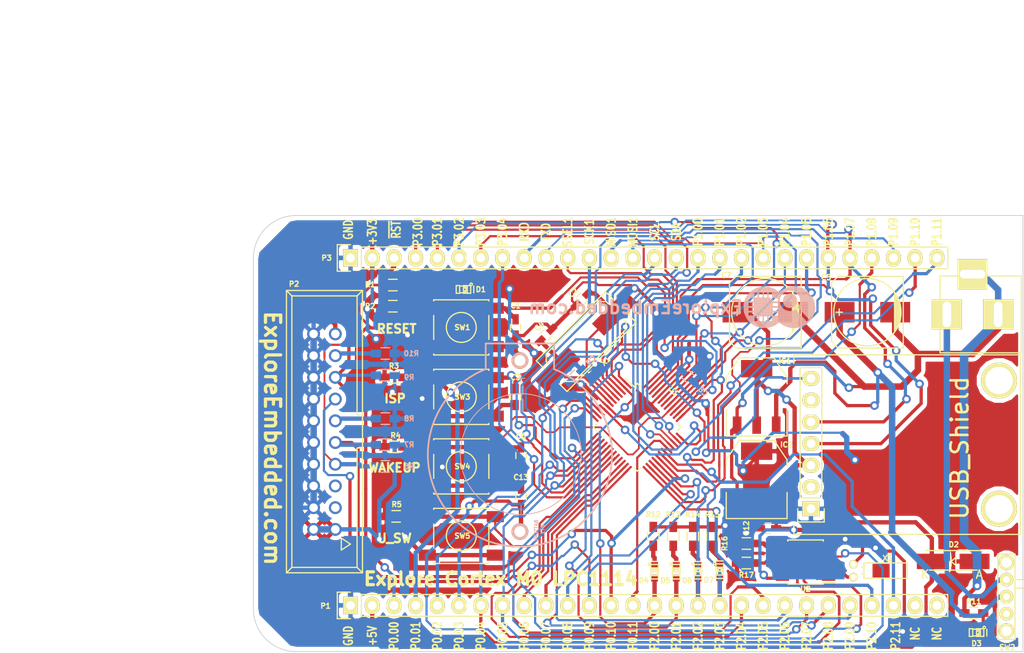
<source format=kicad_pcb>
(kicad_pcb (version 4) (host pcbnew "(2015-01-16 BZR 5376)-product")
  (layers (0 F.Cu signal) (31 B.Cu signal) (34 B.Paste user) (35 F.Paste user) (36 B.SilkS user) (37 F.SilkS user) (38 B.Mask user) (39 F.Mask user) (44 Edge.Cuts user))
  (net 0 "")
  (net 1 "Net-(BT1-Pad2)")
  (net 2 RESET)
  (net 3 GND)
  (net 4 "Net-(C2-Pad2)")
  (net 5 ISP)
  (net 6 "Net-(C4-Pad2)")
  (net 7 "Net-(C5-Pad1)")
  (net 8 "Net-(C5-Pad2)")
  (net 9 WAKEUP)
  (net 10 +5V)
  (net 11 +3.3VP)
  (net 12 "Net-(CON1-Pad1)")
  (net 13 "Net-(D1-Pad2)")
  (net 14 "Net-(D3-Pad2)")
  (net 15 "Net-(P1-Pad5)")
  (net 16 "Net-(P1-Pad6)")
  (net 17 SCL)
  (net 18 SDA)
  (net 19 "Net-(P1-Pad9)")
  (net 20 "Net-(P1-Pad10)")
  (net 21 "Net-(P1-Pad11)")
  (net 22 SWO)
  (net 23 SWCLK)
  (net 24 "Net-(P1-Pad14)")
  (net 25 P2_0)
  (net 26 P2_1)
  (net 27 P2_2)
  (net 28 P2_3)
  (net 29 "Net-(P1-Pad20)")
  (net 30 P2_6)
  (net 31 P2_7)
  (net 32 P2_8)
  (net 33 P2_9)
  (net 34 P2_10)
  (net 35 P2_11)
  (net 36 "Net-(P1-Pad28)")
  (net 37 "Net-(P2-Pad3)")
  (net 38 "Net-(P2-Pad5)")
  (net 39 SWDIO)
  (net 40 "Net-(P2-Pad11)")
  (net 41 "Net-(P2-Pad17)")
  (net 42 P3_0)
  (net 43 P3_1)
  (net 44 P3_2)
  (net 45 P3_3)
  (net 46 P3_4)
  (net 47 RXD)
  (net 48 TXD)
  (net 49 "Net-(P3-Pad17)")
  (net 50 "Net-(P3-Pad18)")
  (net 51 "Net-(P3-Pad19)")
  (net 52 "Net-(P3-Pad22)")
  (net 53 "Net-(P3-Pad25)")
  (net 54 "Net-(P3-Pad26)")
  (net 55 "Net-(P3-Pad27)")
  (net 56 "Net-(P3-Pad28)")
  (net 57 "Net-(U2-Pad1)")
  (net 58 "Net-(U2-Pad2)")
  (net 59 "Net-(U2-Pad7)")
  (net 60 "Net-(D4-Pad2)")
  (net 61 "Net-(D5-Pad2)")
  (net 62 "Net-(D6-Pad2)")
  (net 63 "Net-(D7-Pad2)")
  (net 64 "Net-(P1-Pad27)")
  (net 65 "Net-(P4-Pad2)")
  (net 66 "Net-(P4-Pad6)")
  (net 67 "Net-(U1-Pad21)")
  (net 68 U_SW)
  (module Connect:BARREL_JACK (layer F.Cu) (at 162.306 67.564 180)
    (fp_text reference CON1 hide)
    (fp_text value BARREL_JACK hide)
    (pad 1 thru_hole rect (at 6.20014 0 180) (size 3.50012 3.50012) (drill oval 1.00076 2.99974) (layers *.Cu *.Mask F.SilkS) (net 12 "Net-(CON1-Pad1)"))
    (pad 2 thru_hole rect (at 0.20066 0 180) (size 3.50012 3.50012) (drill oval 1.00076 2.99974) (layers *.Cu *.Mask F.SilkS) (net 8 "Net-(C5-Pad2)"))
    (pad 3 thru_hole rect (at 3.2004 4.699 180) (size 3.50012 3.50012) (drill oval 2.99974 1.00076) (layers *.Cu *.Mask F.SilkS) (net 8 "Net-(C5-Pad2)"))
  )
  (module ExploreEmbedded:USB_Shield (layer F.Cu) (at 140.208 82.296 180)
    (fp_text reference P4 hide)
    (fp_text value CONN_01X07 hide)
    (fp_text user USB_Shield (at -17.399 -0.889 270) (layer F.SilkS) (effects (font (size 2 2) (thickness 0.3))))
    (pad 1 thru_hole rect (at 0 -8 180) (size 2.032 1.7272) (drill 1.016) (layers *.Cu *.Mask F.SilkS) (net 3 GND))
    (pad 2 thru_hole oval (at 0 -5.46 180) (size 2.032 1.7272) (drill 1.016) (layers *.Cu *.Mask F.SilkS) (net 65 "Net-(P4-Pad2)"))
    (pad 3 thru_hole oval (at 0 -2.92 180) (size 2.032 1.7272) (drill 1.016) (layers *.Cu *.Mask F.SilkS) (net 10 +5V))
    (pad 4 thru_hole oval (at 0 -0.38 180) (size 2.032 1.7272) (drill 1.016) (layers *.Cu *.Mask F.SilkS) (net 47 RXD))
    (pad 5 thru_hole oval (at 0 2.16 180) (size 2.032 1.7272) (drill 1.016) (layers *.Cu *.Mask F.SilkS) (net 48 TXD))
    (pad 6 thru_hole oval (at 0 4.7 180) (size 2.032 1.7272) (drill 1.016) (layers *.Cu *.Mask F.SilkS) (net 66 "Net-(P4-Pad6)"))
    (pad 7 thru_hole oval (at 0 7.24 180) (size 2.032 1.7272) (drill 1.016) (layers *.Cu *.Mask F.SilkS) (net 2 RESET))
    (pad "" thru_hole circle (at -22 -8 180) (size 4.2 4.2) (drill 3.2) (layers *.Cu *.Mask F.SilkS))
    (pad "" thru_hole circle (at -22 7 180) (size 4.2 4.2) (drill 3.2) (layers *.Cu *.Mask F.SilkS))
  )
  (module ExploreEmbedded:BATT_rtc_XL (layer B.Cu) (at 106.172 92.964 90)
    (fp_text reference BT1 (at 0.254 2.667 90) (layer B.SilkS) (effects (font (size 0.4064 0.4064) (thickness 0.0889)) (justify mirror)))
    (fp_text value BATTERY (at 0.127 1.905 90) (layer B.SilkS) (effects (font (size 0.4064 0.4064) (thickness 0.0889)) (justify mirror)))
    (fp_text user + (at 17.9197 0.03302 90) (layer B.SilkS) (effects (font (size 1.27 1.27) (thickness 0.0889)) (justify mirror)))
    (fp_text user - (at 2.58318 0.03302 90) (layer B.SilkS) (effects (font (size 1.27 1.27) (thickness 0.0889)) (justify mirror)))
    (pad 1 thru_hole circle (at 19.99996 0 90) (size 1.94818 1.94818) (drill 1.29794) (layers *.Cu *.Mask B.Paste B.SilkS) (net 3 GND))
    (pad 2 thru_hole circle (at 0 0 90) (size 1.94818 1.94818) (drill 1.29794) (layers *.Cu *.Mask B.Paste B.SilkS) (net 1 "Net-(BT1-Pad2)"))
  )
  (module Capacitors_SMD:C_0603_HandSoldering (layer F.Cu) (at 105.664 69.088 270)
    (fp_text reference C1 (at -2.54 0 360) (layer F.SilkS) (effects (font (size 0.6 0.6))))
    (fp_text value 0.1uF hide)
    (pad 1 smd rect (at -0.95 0 270) (size 1.2 0.75) (layers F.Cu F.Paste F.Mask) (net 2 RESET))
    (pad 2 smd rect (at 0.95 0 270) (size 1.2 0.75) (layers F.Cu F.Paste F.Mask) (net 3 GND))
  )
  (module Capacitors_SMD:C_0603_HandSoldering (layer F.Cu) (at 113.411 65.786 45)
    (fp_text reference C2 (at -0.179605 -1.257236 45) (layer F.SilkS) (effects (font (size 0.6 0.6))))
    (fp_text value 22PF hide)
    (pad 1 smd rect (at -0.95 0 45) (size 1.2 0.75) (layers F.Cu F.Paste F.Mask) (net 3 GND))
    (pad 2 smd rect (at 0.95 0 45) (size 1.2 0.75) (layers F.Cu F.Paste F.Mask) (net 4 "Net-(C2-Pad2)"))
  )
  (module Capacitors_SMD:C_0603_HandSoldering (layer F.Cu) (at 105.664 77.216 270)
    (fp_text reference C3 (at -2.286 0 360) (layer F.SilkS) (effects (font (size 0.6 0.6))))
    (fp_text value 0.1uF hide)
    (pad 1 smd rect (at -0.95 0 270) (size 1.2 0.75) (layers F.Cu F.Paste F.Mask) (net 5 ISP))
    (pad 2 smd rect (at 0.95 0 270) (size 1.2 0.75) (layers F.Cu F.Paste F.Mask) (net 3 GND))
  )
  (module Capacitors_SMD:C_0603_HandSoldering (layer F.Cu) (at 109.22 69.977 225)
    (fp_text reference C4 (at -0.179605 1.257236 225) (layer F.SilkS) (effects (font (size 0.6 0.6))))
    (fp_text value 22PF hide)
    (pad 1 smd rect (at -0.95 0 225) (size 1.2 0.75) (layers F.Cu F.Paste F.Mask) (net 3 GND))
    (pad 2 smd rect (at 0.95 0 225) (size 1.2 0.75) (layers F.Cu F.Paste F.Mask) (net 6 "Net-(C4-Pad2)"))
  )
  (module Capacitors_SMD:c_elec_8x10.5 (layer F.Cu) (at 146.812 67.31 180)
    (fp_text reference C5 (at 4.826 4.064 180) (layer F.SilkS) (effects (font (size 0.6 0.6))))
    (fp_text value 100uF/25V hide)
    (pad 1 smd rect (at 3.2512 0 180) (size 3.50012 2.4003) (layers F.Cu F.Paste F.Mask) (net 7 "Net-(C5-Pad1)"))
    (pad 2 smd rect (at -3.2512 0 180) (size 3.50012 2.4003) (layers F.Cu F.Paste F.Mask) (net 8 "Net-(C5-Pad2)"))
  )
  (module Capacitors_SMD:C_0603_HandSoldering (layer F.Cu) (at 106.299 84.074 270)
    (fp_text reference C6 (at -2.286 0 360) (layer F.SilkS) (effects (font (size 0.6 0.6))))
    (fp_text value 0.1uF hide)
    (pad 1 smd rect (at -0.95 0 270) (size 1.2 0.75) (layers F.Cu F.Paste F.Mask) (net 9 WAKEUP))
    (pad 2 smd rect (at 0.95 0 270) (size 1.2 0.75) (layers F.Cu F.Paste F.Mask) (net 3 GND))
  )
  (module Capacitors_SMD:c_elec_8x10.5 (layer F.Cu) (at 134.874 67.31 180)
    (fp_text reference C7 (at 4.572 4.318 180) (layer F.SilkS) (effects (font (size 0.6 0.6))))
    (fp_text value 100uF/25V hide)
    (pad 1 smd rect (at 3.2512 0 180) (size 3.50012 2.4003) (layers F.Cu F.Paste F.Mask) (net 10 +5V))
    (pad 2 smd rect (at -3.2512 0 180) (size 3.50012 2.4003) (layers F.Cu F.Paste F.Mask) (net 8 "Net-(C5-Pad2)"))
  )
  (module Capacitors_SMD:C_0603_HandSoldering (layer B.Cu) (at 125.7935 74.803 315)
    (fp_text reference C8 (at 2.514472 0 315) (layer B.SilkS) (effects (font (size 0.6 0.6)) (justify mirror)))
    (fp_text value 0.1uF hide)
    (pad 1 smd rect (at -0.95 0 315) (size 1.2 0.75) (layers B.Cu B.Paste B.Mask) (net 11 +3.3VP))
    (pad 2 smd rect (at 0.95 0 315) (size 1.2 0.75) (layers B.Cu B.Paste B.Mask) (net 3 GND))
  )
  (module Capacitors_SMD:C_0603_HandSoldering (layer B.Cu) (at 112.7125 74.7395 45)
    (fp_text reference C9 (at 2.514472 0 45) (layer B.SilkS) (effects (font (size 0.6 0.6)) (justify mirror)))
    (fp_text value 0.1uF hide)
    (pad 1 smd rect (at -0.95 0 45) (size 1.2 0.75) (layers B.Cu B.Paste B.Mask) (net 11 +3.3VP))
    (pad 2 smd rect (at 0.95 0 45) (size 1.2 0.75) (layers B.Cu B.Paste B.Mask) (net 3 GND))
  )
  (module Capacitors_SMD:C_0603_HandSoldering (layer F.Cu) (at 135.1915 92.583)
    (fp_text reference C12 (at -2.54 0 90) (layer F.SilkS) (effects (font (size 0.6 0.6))))
    (fp_text value 0.1uF hide)
    (pad 1 smd rect (at -0.95 0) (size 1.2 0.75) (layers F.Cu F.Paste F.Mask) (net 3 GND))
    (pad 2 smd rect (at 0.95 0) (size 1.2 0.75) (layers F.Cu F.Paste F.Mask) (net 10 +5V))
  )
  (module Capacitors_SMD:C_0603_HandSoldering (layer F.Cu) (at 106.299 88.9 90)
    (fp_text reference C13 (at 2.286 0 180) (layer F.SilkS) (effects (font (size 0.6 0.6))))
    (fp_text value 0.1uF hide)
    (pad 1 smd rect (at -0.95 0 90) (size 1.2 0.75) (layers F.Cu F.Paste F.Mask) (net 1 "Net-(BT1-Pad2)"))
    (pad 2 smd rect (at 0.95 0 90) (size 1.2 0.75) (layers F.Cu F.Paste F.Mask) (net 3 GND))
  )
  (module ExploreEmbedded:LED-0603_NEW (layer F.Cu) (at 99.568 64.643)
    (fp_text reference D1 (at 2.032 0) (layer F.SilkS) (effects (font (size 0.6 0.6))))
    (fp_text value LED hide)
    (pad 1 smd rect (at -0.7493 0) (size 0.79756 0.79756) (layers F.Cu F.Paste F.Mask) (net 11 +3.3VP))
    (pad 2 smd rect (at 0.7493 0) (size 0.79756 0.79756) (layers F.Cu F.Paste F.Mask) (net 13 "Net-(D1-Pad2)"))
  )
  (module ExploreEmbedded:ZenerDiode_SMD (layer F.Cu) (at 156.845 96.4565)
    (fp_text reference D2 (at 0.0635 -1.9685) (layer F.SilkS) (effects (font (size 0.6 0.6))))
    (fp_text value IN4148 hide)
    (fp_text user K (at -3.302 1.524) (layer F.SilkS))
    (fp_text user A (at 3.048 1.524) (layer F.SilkS))
    (pad 2 smd rect (at -2.49936 0) (size 3.50012 1.80086) (layers F.Cu F.Paste F.Mask) (net 10 +5V))
    (pad 1 smd rect (at 2.49936 0) (size 3.50012 1.80086) (layers F.Cu F.Paste F.Mask) (net 11 +3.3VP))
  )
  (module ExploreEmbedded:LED-0603_NEW (layer F.Cu) (at 159.5755 104.775)
    (fp_text reference D3 (at 0 1.27) (layer F.SilkS) (effects (font (size 0.6 0.6))))
    (fp_text value LED hide)
    (pad 1 smd rect (at -0.7493 0) (size 0.79756 0.79756) (layers F.Cu F.Paste F.Mask) (net 11 +3.3VP))
    (pad 2 smd rect (at 0.7493 0) (size 0.79756 0.79756) (layers F.Cu F.Paste F.Mask) (net 14 "Net-(D3-Pad2)"))
  )
  (module ExploreEmbedded:LED-0603_NEW (layer F.Cu) (at 121.92 97.663 90)
    (fp_text reference D4 (at -1.016 -1.27 180) (layer F.SilkS) (effects (font (size 0.6 0.6))))
    (fp_text value LED hide)
    (pad 1 smd rect (at -0.7493 0 90) (size 0.79756 0.79756) (layers F.Cu F.Paste F.Mask) (net 25 P2_0))
    (pad 2 smd rect (at 0.7493 0 90) (size 0.79756 0.79756) (layers F.Cu F.Paste F.Mask) (net 60 "Net-(D4-Pad2)"))
  )
  (module ExploreEmbedded:LED-0603_NEW (layer F.Cu) (at 124.46 97.663 90)
    (fp_text reference D5 (at -1.016 -1.27 180) (layer F.SilkS) (effects (font (size 0.6 0.6))))
    (fp_text value LED hide)
    (pad 1 smd rect (at -0.7493 0 90) (size 0.79756 0.79756) (layers F.Cu F.Paste F.Mask) (net 26 P2_1))
    (pad 2 smd rect (at 0.7493 0 90) (size 0.79756 0.79756) (layers F.Cu F.Paste F.Mask) (net 61 "Net-(D5-Pad2)"))
  )
  (module ExploreEmbedded:LED-0603_NEW (layer F.Cu) (at 127 97.663 90)
    (fp_text reference D6 (at -1.016 -1.27 180) (layer F.SilkS) (effects (font (size 0.6 0.6))))
    (fp_text value LED hide)
    (pad 1 smd rect (at -0.7493 0 90) (size 0.79756 0.79756) (layers F.Cu F.Paste F.Mask) (net 27 P2_2))
    (pad 2 smd rect (at 0.7493 0 90) (size 0.79756 0.79756) (layers F.Cu F.Paste F.Mask) (net 62 "Net-(D6-Pad2)"))
  )
  (module ExploreEmbedded:LED-0603_NEW (layer F.Cu) (at 129.54 97.5995 90)
    (fp_text reference D7 (at -1.016 -1.27 180) (layer F.SilkS) (effects (font (size 0.6 0.6))))
    (fp_text value LED hide)
    (pad 1 smd rect (at -0.7493 0 90) (size 0.79756 0.79756) (layers F.Cu F.Paste F.Mask) (net 28 P2_3))
    (pad 2 smd rect (at 0.7493 0 90) (size 0.79756 0.79756) (layers F.Cu F.Paste F.Mask) (net 63 "Net-(D7-Pad2)"))
  )
  (module SMD_Packages:SOT-223 (layer F.Cu) (at 133.858 77.216)
    (fp_text reference IC1 (at 3.302 -4.191 180) (layer F.SilkS) (effects (font (size 0.6 0.6))))
    (fp_text value LM1117 hide)
    (pad 4 smd rect (at 0 -3.302) (size 3.6576 2.032) (layers F.Cu F.Paste F.Mask) (net 10 +5V))
    (pad 2 smd rect (at 0 3.302) (size 1.016 2.032) (layers F.Cu F.Paste F.Mask) (net 10 +5V))
    (pad 3 smd rect (at 2.286 3.302) (size 1.016 2.032) (layers F.Cu F.Paste F.Mask) (net 7 "Net-(C5-Pad1)"))
    (pad 1 smd rect (at -2.286 3.302) (size 1.016 2.032) (layers F.Cu F.Paste F.Mask) (net 8 "Net-(C5-Pad2)"))
  )
  (module SMD_Packages:SOT-223 (layer F.Cu) (at 133.858 86.868)
    (fp_text reference IC2 (at 3.4925 -4.064 180) (layer F.SilkS) (effects (font (size 0.6 0.6))))
    (fp_text value LM1117 hide)
    (pad 4 smd rect (at 0 -3.302) (size 3.6576 2.032) (layers F.Cu F.Paste F.Mask) (net 11 +3.3VP))
    (pad 2 smd rect (at 0 3.302) (size 1.016 2.032) (layers F.Cu F.Paste F.Mask) (net 11 +3.3VP))
    (pad 3 smd rect (at 2.286 3.302) (size 1.016 2.032) (layers F.Cu F.Paste F.Mask) (net 10 +5V))
    (pad 1 smd rect (at -2.286 3.302) (size 1.016 2.032) (layers F.Cu F.Paste F.Mask) (net 8 "Net-(C5-Pad2)"))
  )
  (module Resistors_SMD:R_0603_HandSoldering (layer F.Cu) (at 91.313 64.135 180)
    (fp_text reference R1 (at 2.667 0.0635 180) (layer F.SilkS) (effects (font (size 0.6 0.6))))
    (fp_text value 470E hide)
    (pad 1 smd rect (at -1.1 0 180) (size 1.2 0.9) (layers F.Cu F.Paste F.Mask) (net 13 "Net-(D1-Pad2)"))
    (pad 2 smd rect (at 1.1 0 180) (size 1.2 0.9) (layers F.Cu F.Paste F.Mask) (net 2 RESET))
  )
  (module Resistors_SMD:R_0603_HandSoldering (layer F.Cu) (at 91.313 66.6115)
    (fp_text reference R2 (at -2.667 0) (layer F.SilkS) (effects (font (size 0.6 0.6))))
    (fp_text value 10K hide)
    (pad 1 smd rect (at -1.1 0) (size 1.2 0.9) (layers F.Cu F.Paste F.Mask) (net 11 +3.3VP))
    (pad 2 smd rect (at 1.1 0) (size 1.2 0.9) (layers F.Cu F.Paste F.Mask) (net 2 RESET))
  )
  (module Resistors_SMD:R_0603_HandSoldering (layer F.Cu) (at 91.44 74.93)
    (fp_text reference R3 (at 0 -1.3335) (layer F.SilkS) (effects (font (size 0.6 0.6))))
    (fp_text value 1K hide)
    (pad 1 smd rect (at -1.1 0) (size 1.2 0.9) (layers F.Cu F.Paste F.Mask) (net 11 +3.3VP))
    (pad 2 smd rect (at 1.1 0) (size 1.2 0.9) (layers F.Cu F.Paste F.Mask) (net 5 ISP))
  )
  (module Resistors_SMD:R_0603_HandSoldering (layer F.Cu) (at 91.44 83.058)
    (fp_text reference R4 (at 0.1905 -1.3335) (layer F.SilkS) (effects (font (size 0.6 0.6))))
    (fp_text value 1K hide)
    (pad 1 smd rect (at -1.1 0) (size 1.2 0.9) (layers F.Cu F.Paste F.Mask) (net 11 +3.3VP))
    (pad 2 smd rect (at 1.1 0) (size 1.2 0.9) (layers F.Cu F.Paste F.Mask) (net 9 WAKEUP))
  )
  (module Resistors_SMD:R_0603_HandSoldering (layer F.Cu) (at 91.694 91.186)
    (fp_text reference R5 (at 0.0635 -1.397) (layer F.SilkS) (effects (font (size 0.6 0.6))))
    (fp_text value 10K hide)
    (pad 1 smd rect (at -1.1 0) (size 1.2 0.9) (layers F.Cu F.Paste F.Mask) (net 11 +3.3VP))
    (pad 2 smd rect (at 1.1 0) (size 1.2 0.9) (layers F.Cu F.Paste F.Mask) (net 68 U_SW))
  )
  (module Resistors_SMD:R_0603_HandSoldering (layer B.Cu) (at 90.424 85.344)
    (fp_text reference R6 (at 2.794 0) (layer B.SilkS) (effects (font (size 0.6 0.6)) (justify mirror)))
    (fp_text value 10K hide)
    (pad 1 smd rect (at -1.1 0) (size 1.2 0.9) (layers B.Cu B.Paste B.Mask) (net 39 SWDIO))
    (pad 2 smd rect (at 1.1 0) (size 1.2 0.9) (layers B.Cu B.Paste B.Mask) (net 11 +3.3VP))
  )
  (module Resistors_SMD:R_0603_HandSoldering (layer B.Cu) (at 90.424 82.804)
    (fp_text reference R7 (at 2.794 0) (layer B.SilkS) (effects (font (size 0.6 0.6)) (justify mirror)))
    (fp_text value 10K hide)
    (pad 1 smd rect (at -1.1 0) (size 1.2 0.9) (layers B.Cu B.Paste B.Mask) (net 23 SWCLK))
    (pad 2 smd rect (at 1.1 0) (size 1.2 0.9) (layers B.Cu B.Paste B.Mask) (net 3 GND))
  )
  (module Resistors_SMD:R_0603_HandSoldering (layer B.Cu) (at 90.424 79.756)
    (fp_text reference R8 (at 2.794 0) (layer B.SilkS) (effects (font (size 0.6 0.6)) (justify mirror)))
    (fp_text value 10K hide)
    (pad 1 smd rect (at -1.1 0) (size 1.2 0.9) (layers B.Cu B.Paste B.Mask) (net 40 "Net-(P2-Pad11)"))
    (pad 2 smd rect (at 1.1 0) (size 1.2 0.9) (layers B.Cu B.Paste B.Mask) (net 3 GND))
  )
  (module Resistors_SMD:R_0603_HandSoldering (layer B.Cu) (at 90.424 74.676)
    (fp_text reference R9 (at 2.794 0.254) (layer B.SilkS) (effects (font (size 0.6 0.6)) (justify mirror)))
    (fp_text value 10K hide)
    (pad 1 smd rect (at -1.1 0) (size 1.2 0.9) (layers B.Cu B.Paste B.Mask) (net 2 RESET))
    (pad 2 smd rect (at 1.1 0) (size 1.2 0.9) (layers B.Cu B.Paste B.Mask) (net 11 +3.3VP))
  )
  (module Resistors_SMD:R_0603_HandSoldering (layer B.Cu) (at 90.424 72.136)
    (fp_text reference R10 (at 3.048 0) (layer B.SilkS) (effects (font (size 0.6 0.6)) (justify mirror)))
    (fp_text value 10K hide)
    (pad 1 smd rect (at -1.1 0) (size 1.2 0.9) (layers B.Cu B.Paste B.Mask) (net 41 "Net-(P2-Pad17)"))
    (pad 2 smd rect (at 1.1 0) (size 1.2 0.9) (layers B.Cu B.Paste B.Mask) (net 3 GND))
  )
  (module Resistors_SMD:R_0603_HandSoldering (layer F.Cu) (at 159.258 102.489 180)
    (fp_text reference R11 (at 0 1.3335 180) (layer F.SilkS) (effects (font (size 0.6 0.6))))
    (fp_text value 470E hide)
    (pad 1 smd rect (at -1.1 0 180) (size 1.2 0.9) (layers F.Cu F.Paste F.Mask) (net 14 "Net-(D3-Pad2)"))
    (pad 2 smd rect (at 1.1 0 180) (size 1.2 0.9) (layers F.Cu F.Paste F.Mask) (net 8 "Net-(C5-Pad2)"))
  )
  (module Resistors_SMD:R_0603_HandSoldering (layer F.Cu) (at 121.7676 93.5228 270)
    (fp_text reference R12 (at -2.54 0 540) (layer F.SilkS) (effects (font (size 0.6 0.6))))
    (fp_text value 470E hide)
    (pad 1 smd rect (at -1.1 0 270) (size 1.2 0.9) (layers F.Cu F.Paste F.Mask) (net 3 GND))
    (pad 2 smd rect (at 1.1 0 270) (size 1.2 0.9) (layers F.Cu F.Paste F.Mask) (net 60 "Net-(D4-Pad2)"))
  )
  (module Resistors_SMD:R_0603_HandSoldering (layer F.Cu) (at 124.1044 93.5228 270)
    (fp_text reference R13 (at -2.54 0 540) (layer F.SilkS) (effects (font (size 0.6 0.6))))
    (fp_text value 470E hide)
    (pad 1 smd rect (at -1.1 0 270) (size 1.2 0.9) (layers F.Cu F.Paste F.Mask) (net 3 GND))
    (pad 2 smd rect (at 1.1 0 270) (size 1.2 0.9) (layers F.Cu F.Paste F.Mask) (net 61 "Net-(D5-Pad2)"))
  )
  (module Resistors_SMD:R_0603_HandSoldering (layer F.Cu) (at 126.3904 93.5228 270)
    (fp_text reference R14 (at -2.54 0 540) (layer F.SilkS) (effects (font (size 0.6 0.6))))
    (fp_text value 470E hide)
    (pad 1 smd rect (at -1.1 0 270) (size 1.2 0.9) (layers F.Cu F.Paste F.Mask) (net 3 GND))
    (pad 2 smd rect (at 1.1 0 270) (size 1.2 0.9) (layers F.Cu F.Paste F.Mask) (net 62 "Net-(D6-Pad2)"))
  )
  (module Resistors_SMD:R_0603_HandSoldering (layer F.Cu) (at 128.6764 93.5228 270)
    (fp_text reference R15 (at -2.54 0 540) (layer F.SilkS) (effects (font (size 0.6 0.6))))
    (fp_text value 470E hide)
    (pad 1 smd rect (at -1.1 0 270) (size 1.2 0.9) (layers F.Cu F.Paste F.Mask) (net 3 GND))
    (pad 2 smd rect (at 1.1 0 270) (size 1.2 0.9) (layers F.Cu F.Paste F.Mask) (net 63 "Net-(D7-Pad2)"))
  )
  (module Resistors_SMD:R_0603_HandSoldering (layer F.Cu) (at 132.6515 94.361 180)
    (fp_text reference R16 (at 2.54 0 270) (layer F.SilkS) (effects (font (size 0.6 0.6))))
    (fp_text value 10K hide)
    (pad 1 smd rect (at -1.1 0 180) (size 1.2 0.9) (layers F.Cu F.Paste F.Mask) (net 18 SDA))
    (pad 2 smd rect (at 1.1 0 180) (size 1.2 0.9) (layers F.Cu F.Paste F.Mask) (net 11 +3.3VP))
  )
  (module Resistors_SMD:R_0603_HandSoldering (layer F.Cu) (at 132.6515 96.647 180)
    (fp_text reference R17 (at 0 -1.397 360) (layer F.SilkS) (effects (font (size 0.6 0.6))))
    (fp_text value 10K hide)
    (pad 1 smd rect (at -1.1 0 180) (size 1.2 0.9) (layers F.Cu F.Paste F.Mask) (net 17 SCL))
    (pad 2 smd rect (at 1.1 0 180) (size 1.2 0.9) (layers F.Cu F.Paste F.Mask) (net 11 +3.3VP))
  )
  (module ExploreEmbedded:SW_PUSH_SMALL_smd_NEW (layer F.Cu) (at 99.314 69.088)
    (fp_text reference SW1 (at 0.127 0) (layer F.SilkS) (effects (font (size 0.6 0.6))))
    (fp_text value SW_PUSH hide)
    (pad 2 smd rect (at -3.975 2.25) (size 2 1.3) (layers F.Cu F.Paste F.Mask) (net 3 GND))
    (pad 1 smd rect (at -3.975 -2.25) (size 2 1.3) (layers F.Cu F.Paste F.Mask) (net 2 RESET))
    (pad 1 smd rect (at 3.975 -2.25) (size 2 1.3) (layers F.Cu F.Paste F.Mask) (net 2 RESET))
    (pad 2 smd rect (at 3.975 2.25) (size 2 1.3) (layers F.Cu F.Paste F.Mask) (net 3 GND))
  )
  (module ExploreEmbedded:Micro_slide_switch-spst_2mm_new (layer F.Cu) (at 163.068 100.584 270)
    (fp_text reference SW2 (at 5.918 -0.1 360) (layer F.SilkS) (effects (font (size 0.6 0.6))))
    (fp_text value SPST hide)
    (pad 1 thru_hole circle (at -2 0 270) (size 1.6 1.6) (drill 0.8) (layers *.Cu *.Mask F.SilkS) (net 12 "Net-(CON1-Pad1)"))
    (pad 2 thru_hole circle (at 0 0 270) (size 1.6 1.6) (drill 0.8) (layers *.Cu *.Mask F.SilkS) (net 7 "Net-(C5-Pad1)"))
    (pad 3 thru_hole circle (at 2 0 270) (size 1.6 1.6) (drill 0.8) (layers *.Cu *.Mask F.SilkS))
    (pad 4 thru_hole circle (at 4 0 270) (size 1.8 1.8) (drill 1.2) (layers *.Cu *.Mask F.SilkS))
    (pad 5 thru_hole circle (at -4 0 270) (size 1.8 1.8) (drill 1.2) (layers *.Cu *.Mask F.SilkS))
  )
  (module ExploreEmbedded:SW_PUSH_SMALL_smd_NEW (layer F.Cu) (at 99.314 77.216)
    (fp_text reference SW3 (at 0.127 0) (layer F.SilkS) (effects (font (size 0.6 0.6))))
    (fp_text value SW_PUSH hide)
    (pad 2 smd rect (at -3.975 2.25) (size 2 1.3) (layers F.Cu F.Paste F.Mask) (net 3 GND))
    (pad 1 smd rect (at -3.975 -2.25) (size 2 1.3) (layers F.Cu F.Paste F.Mask) (net 5 ISP))
    (pad 1 smd rect (at 3.975 -2.25) (size 2 1.3) (layers F.Cu F.Paste F.Mask) (net 5 ISP))
    (pad 2 smd rect (at 3.975 2.25) (size 2 1.3) (layers F.Cu F.Paste F.Mask) (net 3 GND))
  )
  (module ExploreEmbedded:SW_PUSH_SMALL_smd_NEW (layer F.Cu) (at 99.314 85.344)
    (fp_text reference SW4 (at 0.127 0) (layer F.SilkS) (effects (font (size 0.6 0.6))))
    (fp_text value SW_PUSH hide)
    (pad 2 smd rect (at -3.975 2.25) (size 2 1.3) (layers F.Cu F.Paste F.Mask) (net 3 GND))
    (pad 1 smd rect (at -3.975 -2.25) (size 2 1.3) (layers F.Cu F.Paste F.Mask) (net 9 WAKEUP))
    (pad 1 smd rect (at 3.975 -2.25) (size 2 1.3) (layers F.Cu F.Paste F.Mask) (net 9 WAKEUP))
    (pad 2 smd rect (at 3.975 2.25) (size 2 1.3) (layers F.Cu F.Paste F.Mask) (net 3 GND))
  )
  (module ExploreEmbedded:SW_PUSH_SMALL_smd_NEW (layer F.Cu) (at 99.314 93.472)
    (fp_text reference SW5 (at 0.127 0) (layer F.SilkS) (effects (font (size 0.6 0.6))))
    (fp_text value SW_PUSH hide)
    (pad 2 smd rect (at -3.975 2.25) (size 2 1.3) (layers F.Cu F.Paste F.Mask) (net 3 GND))
    (pad 1 smd rect (at -3.975 -2.25) (size 2 1.3) (layers F.Cu F.Paste F.Mask) (net 68 U_SW))
    (pad 1 smd rect (at 3.975 -2.25) (size 2 1.3) (layers F.Cu F.Paste F.Mask) (net 68 U_SW))
    (pad 2 smd rect (at 3.975 2.25) (size 2 1.3) (layers F.Cu F.Paste F.Mask) (net 3 GND))
  )
  (module Housings_QFP:LQFP-48_7x7mm_Pitch0.5mm (layer F.Cu) (at 119.888 80.772 315)
    (fp_text reference U1 (at 0 -6 315) (layer F.SilkS) (effects (font (size 0.6 0.6))))
    (fp_text value LPC1114FBD48/302 hide)
    (pad 1 smd rect (at -4.35 -2.75 315) (size 1.3 0.25) (layers F.Cu F.Paste F.Mask) (net 30 P2_6))
    (pad 2 smd rect (at -4.35 -2.25 315) (size 1.3 0.25) (layers F.Cu F.Paste F.Mask) (net 25 P2_0))
    (pad 3 smd rect (at -4.35 -1.75 315) (size 1.3 0.25) (layers F.Cu F.Paste F.Mask) (net 2 RESET))
    (pad 4 smd rect (at -4.35 -1.25 315) (size 1.3 0.25) (layers F.Cu F.Paste F.Mask) (net 5 ISP))
    (pad 5 smd rect (at -4.35 -0.75 315) (size 1.3 0.25) (layers F.Cu F.Paste F.Mask) (net 3 GND))
    (pad 6 smd rect (at -4.35 -0.25 315) (size 1.3 0.25) (layers F.Cu F.Paste F.Mask) (net 4 "Net-(C2-Pad2)"))
    (pad 7 smd rect (at -4.35 0.25 315) (size 1.3 0.25) (layers F.Cu F.Paste F.Mask) (net 6 "Net-(C4-Pad2)"))
    (pad 8 smd rect (at -4.35 0.75 315) (size 1.3 0.25) (layers F.Cu F.Paste F.Mask) (net 11 +3.3VP))
    (pad 9 smd rect (at -4.35 1.25 315) (size 1.3 0.25) (layers F.Cu F.Paste F.Mask) (net 53 "Net-(P3-Pad25)"))
    (pad 10 smd rect (at -4.35 1.75 315) (size 1.3 0.25) (layers F.Cu F.Paste F.Mask) (net 15 "Net-(P1-Pad5)"))
    (pad 11 smd rect (at -4.35 2.25 315) (size 1.3 0.25) (layers F.Cu F.Paste F.Mask) (net 31 P2_7))
    (pad 12 smd rect (at -4.35 2.75 315) (size 1.3 0.25) (layers F.Cu F.Paste F.Mask) (net 32 P2_8))
    (pad 13 smd rect (at -2.75 4.35 45) (size 1.3 0.25) (layers F.Cu F.Paste F.Mask) (net 26 P2_1))
    (pad 14 smd rect (at -2.25 4.35 45) (size 1.3 0.25) (layers F.Cu F.Paste F.Mask) (net 16 "Net-(P1-Pad6)"))
    (pad 15 smd rect (at -1.75 4.35 45) (size 1.3 0.25) (layers F.Cu F.Paste F.Mask) (net 17 SCL))
    (pad 16 smd rect (at -1.25 4.35 45) (size 1.3 0.25) (layers F.Cu F.Paste F.Mask) (net 18 SDA))
    (pad 17 smd rect (at -0.75 4.35 45) (size 1.3 0.25) (layers F.Cu F.Paste F.Mask) (net 54 "Net-(P3-Pad26)"))
    (pad 18 smd rect (at -0.25 4.35 45) (size 1.3 0.25) (layers F.Cu F.Paste F.Mask) (net 46 P3_4))
    (pad 19 smd rect (at 0.25 4.35 45) (size 1.3 0.25) (layers F.Cu F.Paste F.Mask) (net 68 U_SW))
    (pad 20 smd rect (at 0.75 4.35 45) (size 1.3 0.25) (layers F.Cu F.Paste F.Mask) (net 29 "Net-(P1-Pad20)"))
    (pad 21 smd rect (at 1.25 4.35 45) (size 1.3 0.25) (layers F.Cu F.Paste F.Mask) (net 67 "Net-(U1-Pad21)"))
    (pad 22 smd rect (at 1.75 4.35 45) (size 1.3 0.25) (layers F.Cu F.Paste F.Mask) (net 19 "Net-(P1-Pad9)"))
    (pad 23 smd rect (at 2.25 4.35 45) (size 1.3 0.25) (layers F.Cu F.Paste F.Mask) (net 20 "Net-(P1-Pad10)"))
    (pad 24 smd rect (at 2.75 4.35 45) (size 1.3 0.25) (layers F.Cu F.Paste F.Mask) (net 33 P2_9))
    (pad 25 smd rect (at 4.35 2.75 315) (size 1.3 0.25) (layers F.Cu F.Paste F.Mask) (net 34 P2_10))
    (pad 26 smd rect (at 4.35 2.25 315) (size 1.3 0.25) (layers F.Cu F.Paste F.Mask) (net 27 P2_2))
    (pad 27 smd rect (at 4.35 1.75 315) (size 1.3 0.25) (layers F.Cu F.Paste F.Mask) (net 21 "Net-(P1-Pad11)"))
    (pad 28 smd rect (at 4.35 1.25 315) (size 1.3 0.25) (layers F.Cu F.Paste F.Mask) (net 22 SWO))
    (pad 29 smd rect (at 4.35 0.75 315) (size 1.3 0.25) (layers F.Cu F.Paste F.Mask) (net 23 SWCLK))
    (pad 30 smd rect (at 4.35 0.25 315) (size 1.3 0.25) (layers F.Cu F.Paste F.Mask) (net 55 "Net-(P3-Pad27)"))
    (pad 31 smd rect (at 4.35 -0.25 315) (size 1.3 0.25) (layers F.Cu F.Paste F.Mask) (net 35 P2_11))
    (pad 32 smd rect (at 4.35 -0.75 315) (size 1.3 0.25) (layers F.Cu F.Paste F.Mask) (net 24 "Net-(P1-Pad14)"))
    (pad 33 smd rect (at 4.35 -1.25 315) (size 1.3 0.25) (layers F.Cu F.Paste F.Mask) (net 49 "Net-(P3-Pad17)"))
    (pad 34 smd rect (at 4.35 -1.75 315) (size 1.3 0.25) (layers F.Cu F.Paste F.Mask) (net 50 "Net-(P3-Pad18)"))
    (pad 35 smd rect (at 4.35 -2.25 315) (size 1.3 0.25) (layers F.Cu F.Paste F.Mask) (net 51 "Net-(P3-Pad19)"))
    (pad 36 smd rect (at 4.35 -2.75 315) (size 1.3 0.25) (layers F.Cu F.Paste F.Mask) (net 42 P3_0))
    (pad 37 smd rect (at 2.75 -4.35 45) (size 1.3 0.25) (layers F.Cu F.Paste F.Mask) (net 43 P3_1))
    (pad 38 smd rect (at 2.25 -4.35 45) (size 1.3 0.25) (layers F.Cu F.Paste F.Mask) (net 28 P2_3))
    (pad 39 smd rect (at 1.75 -4.35 45) (size 1.3 0.25) (layers F.Cu F.Paste F.Mask) (net 39 SWDIO))
    (pad 40 smd rect (at 1.25 -4.35 45) (size 1.3 0.25) (layers F.Cu F.Paste F.Mask) (net 9 WAKEUP))
    (pad 41 smd rect (at 0.75 -4.35 45) (size 1.3 0.25) (layers F.Cu F.Paste F.Mask) (net 3 GND))
    (pad 42 smd rect (at 0.25 -4.35 45) (size 1.3 0.25) (layers F.Cu F.Paste F.Mask) (net 56 "Net-(P3-Pad28)"))
    (pad 43 smd rect (at -0.25 -4.35 45) (size 1.3 0.25) (layers F.Cu F.Paste F.Mask) (net 44 P3_2))
    (pad 44 smd rect (at -0.75 -4.35 45) (size 1.3 0.25) (layers F.Cu F.Paste F.Mask) (net 11 +3.3VP))
    (pad 45 smd rect (at -1.25 -4.35 45) (size 1.3 0.25) (layers F.Cu F.Paste F.Mask) (net 52 "Net-(P3-Pad22)"))
    (pad 46 smd rect (at -1.75 -4.35 45) (size 1.3 0.25) (layers F.Cu F.Paste F.Mask) (net 47 RXD))
    (pad 47 smd rect (at -2.25 -4.35 45) (size 1.3 0.25) (layers F.Cu F.Paste F.Mask) (net 48 TXD))
    (pad 48 smd rect (at -2.75 -4.35 45) (size 1.3 0.25) (layers F.Cu F.Paste F.Mask) (net 45 P3_3))
  )
  (module Housings_SOIC:SOIC-8_3.9x4.9mm_Pitch1.27mm (layer F.Cu) (at 139.573 96.52 180)
    (fp_text reference U2 (at 0 -3.175 360) (layer F.SilkS) (effects (font (size 0.6 0.6))))
    (fp_text value DS1307N+ hide)
    (pad 1 smd rect (at -2.7 -1.905 180) (size 1.55 0.6) (layers F.Cu F.Paste F.Mask) (net 57 "Net-(U2-Pad1)"))
    (pad 2 smd rect (at -2.7 -0.635 180) (size 1.55 0.6) (layers F.Cu F.Paste F.Mask) (net 58 "Net-(U2-Pad2)"))
    (pad 3 smd rect (at -2.7 0.635 180) (size 1.55 0.6) (layers F.Cu F.Paste F.Mask) (net 1 "Net-(BT1-Pad2)"))
    (pad 4 smd rect (at -2.7 1.905 180) (size 1.55 0.6) (layers F.Cu F.Paste F.Mask) (net 3 GND))
    (pad 5 smd rect (at 2.7 1.905 180) (size 1.55 0.6) (layers F.Cu F.Paste F.Mask) (net 18 SDA))
    (pad 6 smd rect (at 2.7 0.635 180) (size 1.55 0.6) (layers F.Cu F.Paste F.Mask) (net 17 SCL))
    (pad 7 smd rect (at 2.7 -0.635 180) (size 1.55 0.6) (layers F.Cu F.Paste F.Mask) (net 59 "Net-(U2-Pad7)"))
    (pad 8 smd rect (at 2.7 -1.905 180) (size 1.55 0.6) (layers F.Cu F.Paste F.Mask) (net 10 +5V))
  )
  (module Crystals_Oscillators_SMD:Q_49U3HMS (layer F.Cu) (at 113.919 70.739 225)
    (fp_text reference X1 (at 0 -3.232892 225) (layer F.SilkS) (effects (font (size 0.6 0.6))))
    (fp_text value 12MHZ hide)
    (pad 1 smd rect (at -4.699 0 225) (size 5.4991 1.99898) (layers F.Cu F.Paste F.Mask) (net 4 "Net-(C2-Pad2)"))
    (pad 2 smd rect (at 4.699 0 225) (size 5.4991 1.99898) (layers F.Cu F.Paste F.Mask) (net 6 "Net-(C4-Pad2)"))
  )
  (module ExploreEmbedded:Crystal_Round_Horizontal_2mm_NEW (layer F.Cu) (at 145.161 97.536 270)
    (fp_text reference X2 (at -1.4605 -4.0005 360) (layer F.SilkS) (effects (font (size 0.6 0.6))))
    (fp_text value 3.768KHz hide)
    (pad 1 thru_hole circle (at -0.7493 0 270) (size 1.00076 1.00076) (drill 0.59944) (layers *.Cu *.Mask F.SilkS) (net 57 "Net-(U2-Pad1)"))
    (pad 2 thru_hole circle (at 0.7493 0 270) (size 1.00076 1.00076) (drill 0.59944) (layers *.Cu *.Mask F.SilkS) (net 58 "Net-(U2-Pad2)"))
    (pad "" smd rect (at 0 -3.25 270) (size 1.6 2) (layers F.Cu F.Paste F.Mask))
  )
  (module Connect:VASCH10x2 (layer F.Cu) (at 83.312 81.28 90)
    (fp_text reference P2 (at 17.272 -3.556 180) (layer F.SilkS) (effects (font (size 0.6 0.6))))
    (fp_text value JTAG hide)
    (pad 1 thru_hole circle (at -11.43 1.27 90) (size 1.50622 1.50622) (drill 0.99822) (layers *.Cu *.Mask) (net 11 +3.3VP))
    (pad 2 thru_hole circle (at -11.43 -1.27 90) (size 1.50622 1.50622) (drill 0.99822) (layers *.Cu *.Mask) (net 11 +3.3VP))
    (pad 3 thru_hole circle (at -8.89 1.27 90) (size 1.50622 1.50622) (drill 0.99822) (layers *.Cu *.Mask) (net 37 "Net-(P2-Pad3)"))
    (pad 4 thru_hole circle (at -8.89 -1.27 90) (size 1.50622 1.50622) (drill 0.99822) (layers *.Cu *.Mask) (net 3 GND))
    (pad 5 thru_hole circle (at -6.35 1.27 90) (size 1.50622 1.50622) (drill 0.99822) (layers *.Cu *.Mask) (net 38 "Net-(P2-Pad5)"))
    (pad 6 thru_hole circle (at -6.35 -1.27 90) (size 1.50622 1.50622) (drill 0.99822) (layers *.Cu *.Mask) (net 3 GND))
    (pad 7 thru_hole circle (at -3.81 1.27 90) (size 1.50622 1.50622) (drill 0.99822) (layers *.Cu *.Mask) (net 39 SWDIO))
    (pad 8 thru_hole circle (at -3.81 -1.27 90) (size 1.50622 1.50622) (drill 0.99822) (layers *.Cu *.Mask) (net 3 GND))
    (pad 9 thru_hole circle (at -1.27 1.27 90) (size 1.50622 1.50622) (drill 0.99822) (layers *.Cu *.Mask) (net 23 SWCLK))
    (pad 10 thru_hole circle (at -1.27 -1.27 90) (size 1.50622 1.50622) (drill 0.99822) (layers *.Cu *.Mask) (net 3 GND))
    (pad 11 thru_hole circle (at 1.27 1.27 90) (size 1.50622 1.50622) (drill 0.99822) (layers *.Cu *.Mask) (net 40 "Net-(P2-Pad11)"))
    (pad 12 thru_hole circle (at 1.27 -1.27 90) (size 1.50622 1.50622) (drill 0.99822) (layers *.Cu *.Mask) (net 3 GND))
    (pad 13 thru_hole circle (at 3.81 1.27 90) (size 1.50622 1.50622) (drill 0.99822) (layers *.Cu *.Mask) (net 22 SWO))
    (pad 14 thru_hole circle (at 3.81 -1.27 90) (size 1.50622 1.50622) (drill 0.99822) (layers *.Cu *.Mask) (net 3 GND))
    (pad 15 thru_hole circle (at 6.35 1.27 90) (size 1.50622 1.50622) (drill 0.99822) (layers *.Cu *.Mask) (net 2 RESET))
    (pad 16 thru_hole circle (at 6.35 -1.27 90) (size 1.50622 1.50622) (drill 0.99822) (layers *.Cu *.Mask) (net 3 GND))
    (pad 17 thru_hole circle (at 8.89 1.27 90) (size 1.50622 1.50622) (drill 0.99822) (layers *.Cu *.Mask) (net 41 "Net-(P2-Pad17)"))
    (pad 18 thru_hole circle (at 8.89 -1.27 90) (size 1.50622 1.50622) (drill 0.99822) (layers *.Cu *.Mask) (net 3 GND))
    (pad 19 thru_hole circle (at 11.43 1.27 90) (size 1.50622 1.50622) (drill 0.99822) (layers *.Cu *.Mask) (net 10 +5V))
    (pad 20 thru_hole circle (at 11.43 -1.27 90) (size 1.50622 1.50622) (drill 0.99822) (layers *.Cu *.Mask) (net 3 GND))
  )
  (module Pin_Headers:Pin_Header_Straight_1x28 (layer F.Cu) (at 86.36 101.6 90)
    (fp_text reference P1 (at -0.0635 -2.921 180) (layer F.SilkS) (effects (font (size 0.6 0.6))))
    (fp_text value CONN_01X28 hide)
    (pad 1 thru_hole rect (at 0 0 90) (size 2.032 1.7272) (drill 1.016) (layers *.Cu *.Mask F.SilkS) (net 3 GND))
    (pad 2 thru_hole oval (at 0 2.54 90) (size 2.032 1.7272) (drill 1.016) (layers *.Cu *.Mask F.SilkS) (net 10 +5V))
    (pad 3 thru_hole oval (at 0 5.08 90) (size 2.032 1.7272) (drill 1.016) (layers *.Cu *.Mask F.SilkS) (net 2 RESET))
    (pad 4 thru_hole oval (at 0 7.62 90) (size 2.032 1.7272) (drill 1.016) (layers *.Cu *.Mask F.SilkS) (net 5 ISP))
    (pad 5 thru_hole oval (at 0 10.16 90) (size 2.032 1.7272) (drill 1.016) (layers *.Cu *.Mask F.SilkS) (net 15 "Net-(P1-Pad5)"))
    (pad 6 thru_hole oval (at 0 12.7 90) (size 2.032 1.7272) (drill 1.016) (layers *.Cu *.Mask F.SilkS) (net 16 "Net-(P1-Pad6)"))
    (pad 7 thru_hole oval (at 0 15.24 90) (size 2.032 1.7272) (drill 1.016) (layers *.Cu *.Mask F.SilkS) (net 17 SCL))
    (pad 8 thru_hole oval (at 0 17.78 90) (size 2.032 1.7272) (drill 1.016) (layers *.Cu *.Mask F.SilkS) (net 18 SDA))
    (pad 9 thru_hole oval (at 0 20.32 90) (size 2.032 1.7272) (drill 1.016) (layers *.Cu *.Mask F.SilkS) (net 19 "Net-(P1-Pad9)"))
    (pad 10 thru_hole oval (at 0 22.86 90) (size 2.032 1.7272) (drill 1.016) (layers *.Cu *.Mask F.SilkS) (net 20 "Net-(P1-Pad10)"))
    (pad 11 thru_hole oval (at 0 25.4 90) (size 2.032 1.7272) (drill 1.016) (layers *.Cu *.Mask F.SilkS) (net 21 "Net-(P1-Pad11)"))
    (pad 12 thru_hole oval (at 0 27.94 90) (size 2.032 1.7272) (drill 1.016) (layers *.Cu *.Mask F.SilkS) (net 22 SWO))
    (pad 13 thru_hole oval (at 0 30.48 90) (size 2.032 1.7272) (drill 1.016) (layers *.Cu *.Mask F.SilkS) (net 23 SWCLK))
    (pad 14 thru_hole oval (at 0 33.02 90) (size 2.032 1.7272) (drill 1.016) (layers *.Cu *.Mask F.SilkS) (net 24 "Net-(P1-Pad14)"))
    (pad 15 thru_hole oval (at 0 35.56 90) (size 2.032 1.7272) (drill 1.016) (layers *.Cu *.Mask F.SilkS) (net 25 P2_0))
    (pad 16 thru_hole oval (at 0 38.1 90) (size 2.032 1.7272) (drill 1.016) (layers *.Cu *.Mask F.SilkS) (net 26 P2_1))
    (pad 17 thru_hole oval (at 0 40.64 90) (size 2.032 1.7272) (drill 1.016) (layers *.Cu *.Mask F.SilkS) (net 27 P2_2))
    (pad 18 thru_hole oval (at 0 43.18 90) (size 2.032 1.7272) (drill 1.016) (layers *.Cu *.Mask F.SilkS) (net 28 P2_3))
    (pad 19 thru_hole oval (at 0 45.72 90) (size 2.032 1.7272) (drill 1.016) (layers *.Cu *.Mask F.SilkS) (net 68 U_SW))
    (pad 20 thru_hole oval (at 0 48.26 90) (size 2.032 1.7272) (drill 1.016) (layers *.Cu *.Mask F.SilkS) (net 29 "Net-(P1-Pad20)"))
    (pad 21 thru_hole oval (at 0 50.8 90) (size 2.032 1.7272) (drill 1.016) (layers *.Cu *.Mask F.SilkS) (net 30 P2_6))
    (pad 22 thru_hole oval (at 0 53.34 90) (size 2.032 1.7272) (drill 1.016) (layers *.Cu *.Mask F.SilkS) (net 31 P2_7))
    (pad 23 thru_hole oval (at 0 55.88 90) (size 2.032 1.7272) (drill 1.016) (layers *.Cu *.Mask F.SilkS) (net 32 P2_8))
    (pad 24 thru_hole oval (at 0 58.42 90) (size 2.032 1.7272) (drill 1.016) (layers *.Cu *.Mask F.SilkS) (net 33 P2_9))
    (pad 25 thru_hole oval (at 0 60.96 90) (size 2.032 1.7272) (drill 1.016) (layers *.Cu *.Mask F.SilkS) (net 34 P2_10))
    (pad 26 thru_hole oval (at 0 63.5 90) (size 2.032 1.7272) (drill 1.016) (layers *.Cu *.Mask F.SilkS) (net 35 P2_11))
    (pad 27 thru_hole oval (at 0 66.04 90) (size 2.032 1.7272) (drill 1.016) (layers *.Cu *.Mask F.SilkS) (net 64 "Net-(P1-Pad27)"))
    (pad 28 thru_hole oval (at 0 68.58 90) (size 2.032 1.7272) (drill 1.016) (layers *.Cu *.Mask F.SilkS) (net 36 "Net-(P1-Pad28)"))
  )
  (module Pin_Headers:Pin_Header_Straight_1x28 (layer F.Cu) (at 86.36 60.96 90)
    (fp_text reference P3 (at 0 -2.794 180) (layer F.SilkS) (effects (font (size 0.6 0.6))))
    (fp_text value CONN_01X28 hide)
    (pad 1 thru_hole rect (at 0 0 90) (size 2.032 1.7272) (drill 1.016) (layers *.Cu *.Mask F.SilkS) (net 3 GND))
    (pad 2 thru_hole oval (at 0 2.54 90) (size 2.032 1.7272) (drill 1.016) (layers *.Cu *.Mask F.SilkS) (net 11 +3.3VP))
    (pad 3 thru_hole oval (at 0 5.08 90) (size 2.032 1.7272) (drill 1.016) (layers *.Cu *.Mask F.SilkS) (net 2 RESET))
    (pad 4 thru_hole oval (at 0 7.62 90) (size 2.032 1.7272) (drill 1.016) (layers *.Cu *.Mask F.SilkS) (net 42 P3_0))
    (pad 5 thru_hole oval (at 0 10.16 90) (size 2.032 1.7272) (drill 1.016) (layers *.Cu *.Mask F.SilkS) (net 43 P3_1))
    (pad 6 thru_hole oval (at 0 12.7 90) (size 2.032 1.7272) (drill 1.016) (layers *.Cu *.Mask F.SilkS) (net 44 P3_2))
    (pad 7 thru_hole oval (at 0 15.24 90) (size 2.032 1.7272) (drill 1.016) (layers *.Cu *.Mask F.SilkS) (net 45 P3_3))
    (pad 8 thru_hole oval (at 0 17.78 90) (size 2.032 1.7272) (drill 1.016) (layers *.Cu *.Mask F.SilkS) (net 46 P3_4))
    (pad 9 thru_hole oval (at 0 20.32 90) (size 2.032 1.7272) (drill 1.016) (layers *.Cu *.Mask F.SilkS) (net 47 RXD))
    (pad 10 thru_hole oval (at 0 22.86 90) (size 2.032 1.7272) (drill 1.016) (layers *.Cu *.Mask F.SilkS) (net 48 TXD))
    (pad 11 thru_hole oval (at 0 25.4 90) (size 2.032 1.7272) (drill 1.016) (layers *.Cu *.Mask F.SilkS) (net 25 P2_0))
    (pad 12 thru_hole oval (at 0 27.94 90) (size 2.032 1.7272) (drill 1.016) (layers *.Cu *.Mask F.SilkS) (net 26 P2_1))
    (pad 13 thru_hole oval (at 0 30.48 90) (size 2.032 1.7272) (drill 1.016) (layers *.Cu *.Mask F.SilkS) (net 27 P2_2))
    (pad 14 thru_hole oval (at 0 33.02 90) (size 2.032 1.7272) (drill 1.016) (layers *.Cu *.Mask F.SilkS) (net 28 P2_3))
    (pad 15 thru_hole oval (at 0 35.56 90) (size 2.032 1.7272) (drill 1.016) (layers *.Cu *.Mask F.SilkS) (net 17 SCL))
    (pad 16 thru_hole oval (at 0 38.1 90) (size 2.032 1.7272) (drill 1.016) (layers *.Cu *.Mask F.SilkS) (net 18 SDA))
    (pad 17 thru_hole oval (at 0 40.64 90) (size 2.032 1.7272) (drill 1.016) (layers *.Cu *.Mask F.SilkS) (net 49 "Net-(P3-Pad17)"))
    (pad 18 thru_hole oval (at 0 43.18 90) (size 2.032 1.7272) (drill 1.016) (layers *.Cu *.Mask F.SilkS) (net 50 "Net-(P3-Pad18)"))
    (pad 19 thru_hole oval (at 0 45.72 90) (size 2.032 1.7272) (drill 1.016) (layers *.Cu *.Mask F.SilkS) (net 51 "Net-(P3-Pad19)"))
    (pad 20 thru_hole oval (at 0 48.26 90) (size 2.032 1.7272) (drill 1.016) (layers *.Cu *.Mask F.SilkS) (net 39 SWDIO))
    (pad 21 thru_hole oval (at 0 50.8 90) (size 2.032 1.7272) (drill 1.016) (layers *.Cu *.Mask F.SilkS) (net 9 WAKEUP))
    (pad 22 thru_hole oval (at 0 53.34 90) (size 2.032 1.7272) (drill 1.016) (layers *.Cu *.Mask F.SilkS) (net 52 "Net-(P3-Pad22)"))
    (pad 23 thru_hole oval (at 0 55.88 90) (size 2.032 1.7272) (drill 1.016) (layers *.Cu *.Mask F.SilkS) (net 47 RXD))
    (pad 24 thru_hole oval (at 0 58.42 90) (size 2.032 1.7272) (drill 1.016) (layers *.Cu *.Mask F.SilkS) (net 48 TXD))
    (pad 25 thru_hole oval (at 0 60.96 90) (size 2.032 1.7272) (drill 1.016) (layers *.Cu *.Mask F.SilkS) (net 53 "Net-(P3-Pad25)"))
    (pad 26 thru_hole oval (at 0 63.5 90) (size 2.032 1.7272) (drill 1.016) (layers *.Cu *.Mask F.SilkS) (net 54 "Net-(P3-Pad26)"))
    (pad 27 thru_hole oval (at 0 66.04 90) (size 2.032 1.7272) (drill 1.016) (layers *.Cu *.Mask F.SilkS) (net 55 "Net-(P3-Pad27)"))
    (pad 28 thru_hole oval (at 0 68.58 90) (size 2.032 1.7272) (drill 1.016) (layers *.Cu *.Mask F.SilkS) (net 56 "Net-(P3-Pad28)"))
  )
  (module "Logo:LOGO (2)" (layer B.Cu) (at 141.351 63.9445 180)
    (fp_text reference LOGO hide)
    (fp_text value "" (at 0 0 180) (layer B.SilkS) (effects (justify mirror)))
  )
  (gr_text ExploreEmbedded.com (at 119.6975 66.7385) (layer B.SilkS) (effects (font (size 1.5 1.5) (thickness 0.3)) (justify mirror)))
  (gr_text "Explore Cortex M0 LPC1114 " (at 104.5 98.5) (layer F.SilkS) (effects (font (size 1.5 1.5) (thickness 0.375))))
  (gr_text U_SW (at 91.5 93.75) (layer F.SilkS) (effects (font (size 1.016 1.016) (thickness 0.254))))
  (gr_text WAKEUP (at 91.5 85.5) (layer F.SilkS) (effects (font (size 1.016 1.016) (thickness 0.254))))
  (gr_text ISP (at 91.567 77.4065) (layer F.SilkS) (effects (font (size 1.016 1.016) (thickness 0.254))))
  (gr_text RESET (at 91.75 69.25) (layer F.SilkS) (effects (font (size 1.016 1.016) (thickness 0.254))))
  (gr_line (start 165 107) (end 80 107) (angle 90) (layer Edge.Cuts) (width 0.1))
  (gr_line (start 80 56) (end 165 56) (angle 90) (layer Edge.Cuts) (width 0.1))
  (gr_line (start 165 56) (end 165 107) (angle 90) (layer Edge.Cuts) (width 0.1))
  (gr_text ExploreEmbedded.com (at 77.216 82.042 270) (layer F.SilkS) (effects (font (size 1.778 1.778) (thickness 0.381))))
  (gr_text NC (at 154.94 104.902 90) (layer F.SilkS) (effects (font (size 1.016 0.762) (thickness 0.1905))))
  (gr_text NC (at 152.4 104.902 90) (layer F.SilkS) (effects (font (size 1.016 0.762) (thickness 0.1905))))
  (gr_text P1.11 (at 154.94 57.912 90) (layer F.SilkS) (effects (font (size 1.016 0.762) (thickness 0.1905))))
  (gr_text P1.10 (at 152.4 57.912 90) (layer F.SilkS) (effects (font (size 1.016 0.762) (thickness 0.1905))))
  (gr_text P1.09 (at 149.86 57.912 90) (layer F.SilkS) (effects (font (size 1.016 0.762) (thickness 0.1905))))
  (gr_text P1.08 (at 147.32 57.912 90) (layer F.SilkS) (effects (font (size 1.016 0.762) (thickness 0.1905))))
  (gr_text P1.07 (at 144.78 57.912 90) (layer F.SilkS) (effects (font (size 1.016 0.762) (thickness 0.1905))))
  (gr_text P1.06 (at 142.24 57.912 90) (layer F.SilkS) (effects (font (size 1.016 0.762) (thickness 0.1905))))
  (gr_text P1.05 (at 139.7 57.912 90) (layer F.SilkS) (effects (font (size 1.016 0.762) (thickness 0.1905))))
  (gr_text P1.04 (at 137.16 57.912 90) (layer F.SilkS) (effects (font (size 1.016 0.762) (thickness 0.1905))))
  (gr_text P1.03 (at 134.62 57.912 90) (layer F.SilkS) (effects (font (size 1.016 0.762) (thickness 0.1905))))
  (gr_text P1.02 (at 132.08 57.912 90) (layer F.SilkS) (effects (font (size 1.016 0.762) (thickness 0.1905))))
  (gr_text P1.01 (at 129.54 57.912 90) (layer F.SilkS) (effects (font (size 1.016 0.762) (thickness 0.1905))))
  (gr_text P1.00 (at 127 57.912 90) (layer F.SilkS) (effects (font (size 1.016 0.762) (thickness 0.1905))))
  (gr_text SDA (at 124.46 57.912 90) (layer F.SilkS) (effects (font (size 1.016 0.762) (thickness 0.1905))))
  (gr_text SCL (at 121.92 57.912 90) (layer F.SilkS) (effects (font (size 1.016 0.762) (thickness 0.1905))))
  (gr_text MOSI1 (at 119.38 57.912 90) (layer F.SilkS) (effects (font (size 1.016 0.762) (thickness 0.1905))))
  (gr_text MISO1 (at 116.84 57.912 90) (layer F.SilkS) (effects (font (size 1.016 0.762) (thickness 0.1905))))
  (gr_text SCK1 (at 114.3 57.912 90) (layer F.SilkS) (effects (font (size 1.016 0.762) (thickness 0.1905))))
  (gr_text SSEL1 (at 111.76 57.912 90) (layer F.SilkS) (effects (font (size 1.016 0.762) (thickness 0.1905))))
  (gr_text TXD (at 109.22 57.912 90) (layer F.SilkS) (effects (font (size 1.016 0.762) (thickness 0.1905))))
  (gr_text RXD (at 106.68 57.912 90) (layer F.SilkS) (effects (font (size 1.016 0.762) (thickness 0.1905))))
  (gr_text P3.04 (at 104.14 57.912 90) (layer F.SilkS) (effects (font (size 1.016 0.762) (thickness 0.1905))))
  (gr_text P3.03 (at 101.6 57.912 90) (layer F.SilkS) (effects (font (size 1.016 0.762) (thickness 0.1905))))
  (gr_text P3.02 (at 99.06 57.912 90) (layer F.SilkS) (effects (font (size 1.016 0.762) (thickness 0.1905))))
  (gr_text "P3.01\n" (at 96.52 57.912 90) (layer F.SilkS) (effects (font (size 1.016 0.762) (thickness 0.1905))))
  (gr_text P3.00 (at 94.234 57.912 90) (layer F.SilkS) (effects (font (size 1.016 0.762) (thickness 0.1905))))
  (gr_text ~RST (at 91.694 57.658 90) (layer F.SilkS) (effects (font (size 1.016 0.762) (thickness 0.1905))))
  (gr_text +3V3 (at 88.9 57.912 90) (layer F.SilkS) (effects (font (size 1.016 0.762) (thickness 0.1905))))
  (gr_text GND (at 86.106 57.658 90) (layer F.SilkS) (effects (font (size 1.016 0.762) (thickness 0.1905))))
  (gr_text P2.05 (at 134.62 105.156 90) (layer F.SilkS) (effects (font (size 1.016 0.762) (thickness 0.1905))))
  (gr_text P2.11 (at 150.114 105.156 90) (layer F.SilkS) (effects (font (size 1.016 0.762) (thickness 0.1905))))
  (gr_text P2.10 (at 147.32 105.156 90) (layer F.SilkS) (effects (font (size 1.016 0.762) (thickness 0.1905))))
  (gr_text P2.09 (at 144.78 105.156 90) (layer F.SilkS) (effects (font (size 1.016 0.762) (thickness 0.1905))))
  (gr_text P2.08 (at 142.24 105.156 90) (layer F.SilkS) (effects (font (size 1.016 0.762) (thickness 0.1905))))
  (gr_text P2.07 (at 139.7 105.156 90) (layer F.SilkS) (effects (font (size 1.016 0.762) (thickness 0.1905))))
  (gr_text P2.06 (at 137.16 105.156 90) (layer F.SilkS) (effects (font (size 1.016 0.762) (thickness 0.1905))))
  (gr_text P2.04 (at 132.08 105.156 90) (layer F.SilkS) (effects (font (size 1.016 0.762) (thickness 0.1905))))
  (gr_text P2.03 (at 129.54 105.156 90) (layer F.SilkS) (effects (font (size 1.016 0.762) (thickness 0.1905))))
  (gr_text P2.02 (at 127 105.156 90) (layer F.SilkS) (effects (font (size 1.016 0.762) (thickness 0.1905))))
  (gr_text P2.01 (at 124.46 105.156 90) (layer F.SilkS) (effects (font (size 1.016 0.762) (thickness 0.1905))))
  (gr_text P2.00 (at 121.92 105.156 90) (layer F.SilkS) (effects (font (size 1.016 0.762) (thickness 0.1905))))
  (gr_text P0.11 (at 119.38 105.156 90) (layer F.SilkS) (effects (font (size 1.016 0.762) (thickness 0.1905))))
  (gr_text P0.10 (at 116.84 105.156 90) (layer F.SilkS) (effects (font (size 1.016 0.762) (thickness 0.1905))))
  (gr_text P0.09 (at 114.3 105.156 90) (layer F.SilkS) (effects (font (size 1.016 0.762) (thickness 0.1905))))
  (gr_text P0.08 (at 111.76 105.156 90) (layer F.SilkS) (effects (font (size 1.016 0.762) (thickness 0.1905))))
  (gr_text P0.07 (at 109.22 105.156 90) (layer F.SilkS) (effects (font (size 1.016 0.762) (thickness 0.1905))))
  (gr_text P0.06 (at 106.68 105.156 90) (layer F.SilkS) (effects (font (size 1.016 0.762) (thickness 0.1905))))
  (gr_text P0.05 (at 104.14 105.156 90) (layer F.SilkS) (effects (font (size 1.016 0.762) (thickness 0.1905))))
  (gr_text P0.04 (at 101.6 105.156 90) (layer F.SilkS) (effects (font (size 1.016 0.762) (thickness 0.1905))))
  (gr_text P0.03 (at 99.06 105.156 90) (layer F.SilkS) (effects (font (size 1.016 0.762) (thickness 0.1905))))
  (gr_text P0.02 (at 96.52 105.156 90) (layer F.SilkS) (effects (font (size 1.016 0.762) (thickness 0.1905))))
  (gr_text P0.01 (at 93.98 105.156 90) (layer F.SilkS) (effects (font (size 1.016 0.762) (thickness 0.1905))))
  (gr_text P0.00 (at 91.44 105.156 90) (layer F.SilkS) (effects (font (size 1.016 0.762) (thickness 0.1905))))
  (gr_text "+5V\n" (at 88.9 105.156 90) (layer F.SilkS) (effects (font (size 1.016 0.762) (thickness 0.1905))))
  (gr_text GND (at 86.106 105.156 90) (layer F.SilkS) (effects (font (size 1.016 0.762) (thickness 0.1905))))
  (gr_line (start 75 61) (end 75 102) (angle 90) (layer Edge.Cuts) (width 0.1))
  (gr_arc (start 80 61) (end 75 61) (angle 90) (layer Edge.Cuts) (width 0.1))
  (gr_arc (start 80 102) (end 80 107) (angle 90) (layer Edge.Cuts) (width 0.1))
  (segment (start 106.299 92.837) (end 106.172 92.964) (width 0.508) (layer F.Cu) (net 1))
  (segment (start 106.299 89.85) (end 106.299 92.837) (width 0.508) (layer F.Cu) (net 1))
  (segment (start 146.7485 105.791) (end 148.59 103.9495) (width 0.254) (layer B.Cu) (net 1))
  (segment (start 148.59 103.9495) (end 148.59 97.2185) (width 0.254) (layer B.Cu) (net 1))
  (segment (start 148.59 97.2185) (end 146.8755 95.504) (width 0.254) (layer B.Cu) (net 1))
  (segment (start 146.8755 95.504) (end 144.2085 95.504) (width 0.254) (layer B.Cu) (net 1))
  (via (at 144.2085 95.504) (size 1) (drill 0.55) (layers F.Cu B.Cu) (net 1))
  (segment (start 144.2085 95.504) (end 143.8275 95.885) (width 0.254) (layer F.Cu) (net 1))
  (segment (start 143.8275 95.885) (end 142.273 95.885) (width 0.254) (layer F.Cu) (net 1))
  (segment (start 105.2805 89.85) (end 104.8385 89.408) (width 0.381) (layer F.Cu) (net 1))
  (segment (start 104.8385 89.408) (end 100.838 89.408) (width 0.381) (layer F.Cu) (net 1))
  (segment (start 100.838 89.408) (end 100.2665 89.9795) (width 0.381) (layer F.Cu) (net 1))
  (via (at 100.2665 89.9795) (size 1) (drill 0.55) (layers F.Cu B.Cu) (net 1))
  (segment (start 100.2665 89.9795) (end 100.076 90.17) (width 0.381) (layer B.Cu) (net 1))
  (segment (start 100.076 90.17) (end 100.076 90.8685) (width 0.381) (layer B.Cu) (net 1))
  (segment (start 100.076 90.8685) (end 95.25 95.6945) (width 0.381) (layer B.Cu) (net 1))
  (segment (start 95.25 95.6945) (end 95.25 99.3775) (width 0.381) (layer B.Cu) (net 1))
  (segment (start 106.299 89.85) (end 105.2805 89.85) (width 0.381) (layer F.Cu) (net 1))
  (segment (start 95.25 103.378) (end 96.266 104.394) (width 0.254) (layer B.Cu) (net 1))
  (segment (start 96.266 104.394) (end 96.4565 104.394) (width 0.254) (layer B.Cu) (net 1))
  (segment (start 95.25 99.3775) (end 95.25 103.378) (width 0.254) (layer B.Cu) (net 1))
  (segment (start 141.0335 105.791) (end 140.9065 105.918) (width 0.254) (layer B.Cu) (net 1))
  (segment (start 140.9065 105.918) (end 103.9495 105.918) (width 0.254) (layer B.Cu) (net 1))
  (segment (start 103.9495 105.918) (end 102.4255 104.394) (width 0.254) (layer B.Cu) (net 1))
  (segment (start 102.4255 104.394) (end 96.4565 104.394) (width 0.254) (layer B.Cu) (net 1))
  (segment (start 146.7485 105.791) (end 141.0335 105.791) (width 0.254) (layer B.Cu) (net 1))
  (segment (start 116.332 74.7395) (end 116.332 72.5805) (width 0.254) (layer F.Cu) (net 2))
  (segment (start 117.82425 71.08825) (end 118.11 70.8025) (width 0.254) (layer F.Cu) (net 2))
  (segment (start 116.332 72.5805) (end 117.82425 71.08825) (width 0.254) (layer F.Cu) (net 2))
  (segment (start 118.049522 76.457022) (end 116.332 74.7395) (width 0.254) (layer F.Cu) (net 2))
  (segment (start 118.049522 76.458649) (end 118.049522 76.457022) (width 0.254) (layer F.Cu) (net 2))
  (segment (start 84.836 74.676) (end 84.582 74.93) (width 0.508) (layer B.Cu) (net 2))
  (segment (start 95.1125 66.6115) (end 95.339 66.838) (width 0.508) (layer F.Cu) (net 2))
  (segment (start 92.413 66.6115) (end 95.1125 66.6115) (width 0.508) (layer F.Cu) (net 2))
  (segment (start 92.413 66.6115) (end 92.2655 66.6115) (width 0.254) (layer F.Cu) (net 2))
  (segment (start 91.44 62.0395) (end 91.44 60.96) (width 0.508) (layer F.Cu) (net 2))
  (segment (start 90.213 63.2665) (end 91.44 62.0395) (width 0.508) (layer F.Cu) (net 2))
  (segment (start 90.213 64.135) (end 90.213 63.2665) (width 0.508) (layer F.Cu) (net 2))
  (segment (start 95.339 66.838) (end 103.289 66.838) (width 0.508) (layer F.Cu) (net 2))
  (segment (start 104.364 66.838) (end 105.664 68.138) (width 0.508) (layer F.Cu) (net 2))
  (segment (start 103.289 66.838) (end 104.364 66.838) (width 0.508) (layer F.Cu) (net 2))
  (segment (start 92.413 67.353) (end 90.6145 69.1515) (width 0.381) (layer F.Cu) (net 2))
  (segment (start 90.6145 69.1515) (end 88.773 69.1515) (width 0.381) (layer F.Cu) (net 2))
  (segment (start 88.773 69.1515) (end 87.376 67.7545) (width 0.3048) (layer F.Cu) (net 2))
  (segment (start 87.376 67.7545) (end 87.376 65.5955) (width 0.3048) (layer F.Cu) (net 2))
  (segment (start 87.376 65.5955) (end 88.8365 64.135) (width 0.3048) (layer F.Cu) (net 2))
  (segment (start 88.8365 64.135) (end 90.213 64.135) (width 0.3048) (layer F.Cu) (net 2))
  (segment (start 92.413 66.6115) (end 92.413 67.353) (width 0.381) (layer F.Cu) (net 2))
  (segment (start 88.2015 69.1515) (end 86.1695 71.1835) (width 0.381) (layer F.Cu) (net 2))
  (segment (start 86.1695 71.1835) (end 86.1695 73.3425) (width 0.381) (layer F.Cu) (net 2))
  (segment (start 86.1695 73.3425) (end 84.582 74.93) (width 0.381) (layer F.Cu) (net 2))
  (segment (start 88.773 69.1515) (end 88.2015 69.1515) (width 0.381) (layer F.Cu) (net 2))
  (segment (start 84.582 74.93) (end 84.582 75.1205) (width 0.3048) (layer F.Cu) (net 2))
  (segment (start 88.138 94.9325) (end 90.3605 97.155) (width 0.381) (layer F.Cu) (net 2))
  (via (at 90.3605 97.155) (size 1) (drill 0.55) (layers F.Cu B.Cu) (net 2))
  (segment (start 90.3605 97.155) (end 91.44 98.2345) (width 0.381) (layer B.Cu) (net 2))
  (segment (start 91.44 98.2345) (end 91.44 101.6) (width 0.381) (layer B.Cu) (net 2))
  (segment (start 84.582 75.1205) (end 88.138 78.6765) (width 0.381) (layer F.Cu) (net 2))
  (segment (start 88.138 78.6765) (end 88.138 87.9475) (width 0.381) (layer F.Cu) (net 2))
  (segment (start 88.138 87.9475) (end 88.138 94.9325) (width 0.381) (layer F.Cu) (net 2))
  (segment (start 84.836 74.676) (end 84.582 74.93) (width 0.381) (layer B.Cu) (net 2))
  (segment (start 89.324 74.676) (end 84.836 74.676) (width 0.381) (layer B.Cu) (net 2))
  (segment (start 109.692 66.838) (end 111.125 65.405) (width 0.381) (layer F.Cu) (net 2))
  (segment (start 120.904 64.1985) (end 119.9515 63.246) (width 0.254) (layer F.Cu) (net 2))
  (segment (start 119.9515 63.246) (end 113.284 63.246) (width 0.254) (layer F.Cu) (net 2))
  (segment (start 113.284 63.246) (end 111.125 65.405) (width 0.254) (layer F.Cu) (net 2))
  (segment (start 103.289 66.838) (end 109.692 66.838) (width 0.381) (layer F.Cu) (net 2))
  (via (at 126.873 79.0575) (size 1) (drill 0.55) (layers F.Cu B.Cu) (net 2))
  (segment (start 123.15825 75.34275) (end 123.1265 75.311) (width 0.254) (layer B.Cu) (net 2))
  (segment (start 126.873 79.0575) (end 123.15825 75.34275) (width 0.254) (layer B.Cu) (net 2))
  (segment (start 127.127 79.1845) (end 127 79.1845) (width 0.3048) (layer F.Cu) (net 2))
  (segment (start 127 79.1845) (end 126.873 79.0575) (width 0.254) (layer F.Cu) (net 2))
  (segment (start 118.491 69.0245) (end 118.11 69.4055) (width 0.254) (layer F.Cu) (net 2))
  (via (at 118.491 69.0245) (size 1) (drill 0.55) (layers F.Cu B.Cu) (net 2))
  (segment (start 118.491 72.4535) (end 118.491 69.0245) (width 0.254) (layer B.Cu) (net 2))
  (segment (start 118.5545 72.517) (end 118.491 72.4535) (width 0.254) (layer B.Cu) (net 2))
  (via (at 118.5545 72.517) (size 1) (drill 0.55) (layers F.Cu B.Cu) (net 2))
  (segment (start 118.11 69.4055) (end 118.11 70.8025) (width 0.254) (layer F.Cu) (net 2))
  (segment (start 123.15825 75.34275) (end 123.15825 74.51725) (width 0.254) (layer B.Cu) (net 2))
  (via (at 121.9835 73.3425) (size 1) (drill 0.55) (layers F.Cu B.Cu) (net 2))
  (segment (start 123.15825 74.51725) (end 121.9835 73.3425) (width 0.254) (layer B.Cu) (net 2))
  (segment (start 126.873 79.248) (end 127.762 80.137) (width 0.254) (layer F.Cu) (net 2))
  (segment (start 127.762 80.137) (end 127.762 82.6135) (width 0.254) (layer F.Cu) (net 2))
  (segment (start 127.762 82.6135) (end 126.746 83.6295) (width 0.254) (layer F.Cu) (net 2))
  (via (at 126.746 83.6295) (size 1) (drill 0.55) (layers F.Cu B.Cu) (net 2))
  (segment (start 126.746 83.6295) (end 128.397 81.9785) (width 0.254) (layer B.Cu) (net 2))
  (segment (start 128.397 81.9785) (end 128.7145 81.9785) (width 0.254) (layer B.Cu) (net 2))
  (segment (start 136.9685 75.056) (end 140.208 75.056) (width 0.3048) (layer B.Cu) (net 2))
  (segment (start 131.2545 81.9785) (end 130.8735 81.9785) (width 0.3048) (layer B.Cu) (net 2))
  (segment (start 133.6675 79.5655) (end 131.2545 81.9785) (width 0.3048) (layer B.Cu) (net 2))
  (segment (start 133.6675 76.3905) (end 133.6675 79.5655) (width 0.3048) (layer B.Cu) (net 2))
  (segment (start 135.128 74.93) (end 133.6675 76.3905) (width 0.3048) (layer B.Cu) (net 2))
  (segment (start 136.8425 74.93) (end 135.128 74.93) (width 0.3048) (layer B.Cu) (net 2))
  (segment (start 136.9685 75.056) (end 136.8425 74.93) (width 0.3048) (layer B.Cu) (net 2))
  (segment (start 130.8735 81.9785) (end 128.7145 81.9785) (width 0.3048) (layer B.Cu) (net 2))
  (segment (start 126.873 79.0575) (end 126.873 79.248) (width 0.254) (layer F.Cu) (net 2))
  (segment (start 119.38 73.3425) (end 118.5545 72.517) (width 0.254) (layer F.Cu) (net 2))
  (segment (start 121.9835 73.3425) (end 119.38 73.3425) (width 0.254) (layer F.Cu) (net 2))
  (segment (start 121.55117 69.79867) (end 121.793 69.55684) (width 0.254) (layer F.Cu) (net 2))
  (segment (start 120.26159 71.08825) (end 121.55117 69.79867) (width 0.254) (layer F.Cu) (net 2))
  (segment (start 117.82425 71.08825) (end 120.26159 71.08825) (width 0.254) (layer F.Cu) (net 2))
  (segment (start 122.85292 68.49692) (end 123.13867 68.21117) (width 0.254) (layer F.Cu) (net 2))
  (segment (start 123.13867 68.21117) (end 123.13867 65.09967) (width 0.254) (layer F.Cu) (net 2))
  (segment (start 123.13867 65.09967) (end 122.2375 64.1985) (width 0.254) (layer F.Cu) (net 2))
  (segment (start 122.2375 64.1985) (end 120.904 64.1985) (width 0.254) (layer F.Cu) (net 2))
  (segment (start 121.55117 69.79867) (end 122.85292 68.49692) (width 0.254) (layer F.Cu) (net 2))
  (segment (start 82.042 90.17) (end 82.042 87.63) (width 0.762) (layer B.Cu) (net 3))
  (segment (start 82.042 87.63) (end 82.042 85.09) (width 0.762) (layer B.Cu) (net 3))
  (segment (start 82.042 85.09) (end 82.042 82.55) (width 0.762) (layer B.Cu) (net 3))
  (segment (start 82.042 82.55) (end 82.042 80.01) (width 0.762) (layer B.Cu) (net 3))
  (segment (start 82.042 80.01) (end 82.042 77.47) (width 0.762) (layer B.Cu) (net 3))
  (segment (start 82.042 77.47) (end 82.042 74.93) (width 0.762) (layer B.Cu) (net 3))
  (segment (start 82.042 74.93) (end 82.042 72.39) (width 0.762) (layer B.Cu) (net 3))
  (segment (start 82.042 72.39) (end 82.042 69.85) (width 0.762) (layer B.Cu) (net 3))
  (segment (start 128.6764 92.4228) (end 126.3904 92.4228) (width 0.381) (layer F.Cu) (net 3))
  (segment (start 123.9344 92.4228) (end 124.1044 92.4228) (width 0.254) (layer F.Cu) (net 3))
  (segment (start 126.3904 92.4228) (end 123.9344 92.4228) (width 0.381) (layer F.Cu) (net 3))
  (segment (start 124.1044 92.4228) (end 121.7676 92.4228) (width 0.381) (layer F.Cu) (net 3))
  (segment (start 91.524 82.804) (end 91.524 79.756) (width 0.508) (layer B.Cu) (net 3))
  (segment (start 91.524 78.7195) (end 93.4085 76.835) (width 0.508) (layer B.Cu) (net 3))
  (segment (start 93.4085 76.708) (end 93.4085 73.2155) (width 0.508) (layer B.Cu) (net 3))
  (segment (start 93.4085 76.835) (end 93.4085 76.708) (width 0.508) (layer B.Cu) (net 3))
  (segment (start 93.4085 73.2155) (end 92.329 72.136) (width 0.508) (layer B.Cu) (net 3))
  (segment (start 92.329 72.136) (end 91.524 72.136) (width 0.508) (layer B.Cu) (net 3))
  (segment (start 91.524 79.756) (end 91.524 78.7195) (width 0.508) (layer B.Cu) (net 3))
  (segment (start 95.339 71.338) (end 103.289 71.338) (width 0.508) (layer F.Cu) (net 3))
  (segment (start 104.54596 71.338) (end 106.172 72.96404) (width 0.508) (layer F.Cu) (net 3))
  (segment (start 103.289 71.338) (end 104.54596 71.338) (width 0.508) (layer F.Cu) (net 3))
  (segment (start 105.664 72.45604) (end 106.172 72.96404) (width 0.508) (layer F.Cu) (net 3))
  (segment (start 105.664 70.038) (end 105.664 72.45604) (width 0.508) (layer F.Cu) (net 3))
  (segment (start 103.289 79.466) (end 95.339 79.466) (width 0.508) (layer F.Cu) (net 3))
  (segment (start 95.339 95.722) (end 103.289 95.722) (width 0.508) (layer F.Cu) (net 3))
  (segment (start 82.042 63.373) (end 84.455 60.96) (width 0.508) (layer B.Cu) (net 3))
  (segment (start 84.455 60.96) (end 86.36 60.96) (width 0.508) (layer B.Cu) (net 3))
  (segment (start 82.042 69.85) (end 82.042 63.373) (width 0.508) (layer B.Cu) (net 3))
  (segment (start 83.8835 101.6) (end 86.36 101.6) (width 0.508) (layer B.Cu) (net 3))
  (segment (start 79.248 96.9645) (end 83.8835 101.6) (width 0.508) (layer B.Cu) (net 3))
  (segment (start 79.248 91.3765) (end 79.248 96.9645) (width 0.508) (layer B.Cu) (net 3))
  (segment (start 80.4545 90.17) (end 79.248 91.3765) (width 0.508) (layer B.Cu) (net 3))
  (segment (start 82.042 90.17) (end 80.4545 90.17) (width 0.508) (layer B.Cu) (net 3))
  (via (at 93.0275 69.977) (size 1) (drill 0.55) (layers F.Cu B.Cu) (net 3))
  (segment (start 93.0275 69.977) (end 91.524 71.4805) (width 0.381) (layer B.Cu) (net 3))
  (segment (start 91.524 71.4805) (end 91.524 72.136) (width 0.381) (layer B.Cu) (net 3))
  (segment (start 94.3885 71.338) (end 93.0275 69.977) (width 0.381) (layer F.Cu) (net 3))
  (segment (start 95.339 71.338) (end 94.3885 71.338) (width 0.381) (layer F.Cu) (net 3))
  (segment (start 94.0435 76.708) (end 94.742 77.4065) (width 0.381) (layer B.Cu) (net 3))
  (via (at 94.742 77.4065) (size 1) (drill 0.55) (layers F.Cu B.Cu) (net 3))
  (segment (start 94.742 77.4065) (end 95.339 78.0035) (width 0.381) (layer F.Cu) (net 3))
  (segment (start 95.339 78.0035) (end 95.339 79.466) (width 0.381) (layer F.Cu) (net 3))
  (segment (start 93.4085 76.708) (end 94.0435 76.708) (width 0.381) (layer B.Cu) (net 3))
  (segment (start 104.079 78.166) (end 105.664 78.166) (width 0.508) (layer F.Cu) (net 3))
  (segment (start 103.289 78.956) (end 104.079 78.166) (width 0.508) (layer F.Cu) (net 3))
  (segment (start 103.289 79.466) (end 103.289 78.956) (width 0.508) (layer F.Cu) (net 3))
  (segment (start 105.943 87.594) (end 106.299 87.95) (width 0.508) (layer F.Cu) (net 3))
  (segment (start 103.289 87.594) (end 105.943 87.594) (width 0.508) (layer F.Cu) (net 3))
  (segment (start 106.299 85.024) (end 106.299 87.95) (width 0.508) (layer F.Cu) (net 3))
  (via (at 97.0915 85.4075) (size 1) (drill 0.55) (layers F.Cu B.Cu) (net 3))
  (segment (start 97.0915 85.4075) (end 94.742 83.058) (width 0.508) (layer B.Cu) (net 3))
  (segment (start 94.742 83.058) (end 94.742 77.4065) (width 0.508) (layer B.Cu) (net 3))
  (segment (start 95.339 87.16) (end 97.0915 85.4075) (width 0.508) (layer F.Cu) (net 3))
  (segment (start 95.339 87.594) (end 95.339 87.16) (width 0.508) (layer F.Cu) (net 3))
  (segment (start 103.289 87.594) (end 95.339 87.594) (width 0.508) (layer F.Cu) (net 3))
  (segment (start 109.891751 69.305249) (end 112.739249 66.457751) (width 0.508) (layer F.Cu) (net 3))
  (segment (start 109.293502 68.707) (end 109.891751 69.305249) (width 0.381) (layer F.Cu) (net 3))
  (segment (start 107.95 68.707) (end 109.293502 68.707) (width 0.381) (layer F.Cu) (net 3))
  (segment (start 106.619 70.038) (end 107.95 68.707) (width 0.381) (layer F.Cu) (net 3))
  (segment (start 105.664 70.038) (end 106.619 70.038) (width 0.381) (layer F.Cu) (net 3))
  (segment (start 104.364 71.338) (end 105.664 70.038) (width 0.381) (layer F.Cu) (net 3))
  (segment (start 103.289 71.338) (end 104.364 71.338) (width 0.381) (layer F.Cu) (net 3))
  (segment (start 105.664 71.8185) (end 105.664 70.038) (width 0.381) (layer F.Cu) (net 3))
  (segment (start 106.172 72.3265) (end 105.664 71.8185) (width 0.381) (layer F.Cu) (net 3))
  (segment (start 106.172 72.96404) (end 106.172 72.3265) (width 0.381) (layer F.Cu) (net 3))
  (segment (start 114.935 73.406) (end 114.273251 74.067749) (width 0.381) (layer B.Cu) (net 3))
  (via (at 114.935 73.406) (size 1) (drill 0.55) (layers F.Cu B.Cu) (net 3))
  (segment (start 114.935 74.7395) (end 114.935 73.406) (width 0.2032) (layer F.Cu) (net 3))
  (segment (start 117.342416 77.146916) (end 114.935 74.7395) (width 0.2032) (layer F.Cu) (net 3))
  (segment (start 127.8255 74.114502) (end 126.465251 75.474751) (width 0.254) (layer B.Cu) (net 3))
  (segment (start 127.8255 72.9615) (end 127.8255 74.114502) (width 0.254) (layer B.Cu) (net 3))
  (segment (start 128.3335 72.4535) (end 127.8255 72.9615) (width 0.254) (layer B.Cu) (net 3))
  (via (at 128.3335 72.4535) (size 1) (drill 0.55) (layers F.Cu B.Cu) (net 3))
  (segment (start 128.3335 73.406) (end 128.3335 72.4535) (width 0.254) (layer F.Cu) (net 3))
  (segment (start 123.513084 78.226416) (end 128.3335 73.406) (width 0.254) (layer F.Cu) (net 3))
  (segment (start 123.494245 78.226416) (end 123.513084 78.226416) (width 0.254) (layer F.Cu) (net 3))
  (segment (start 116.7765 64.135) (end 116.713 64.135) (width 0.254) (layer F.Cu) (net 3))
  (segment (start 115.316 64.135) (end 114.9985 63.8175) (width 0.254) (layer F.Cu) (net 3))
  (segment (start 114.9985 63.8175) (end 113.538 63.8175) (width 0.254) (layer F.Cu) (net 3))
  (segment (start 113.538 63.8175) (end 112.268 65.0875) (width 0.254) (layer F.Cu) (net 3))
  (segment (start 112.268 65.0875) (end 112.268 65.986502) (width 0.254) (layer F.Cu) (net 3))
  (segment (start 112.268 65.986502) (end 112.739249 66.457751) (width 0.254) (layer F.Cu) (net 3))
  (segment (start 116.6495 64.135) (end 115.316 64.135) (width 0.254) (layer F.Cu) (net 3))
  (segment (start 116.7765 64.135) (end 116.6495 64.135) (width 0.254) (layer F.Cu) (net 3))
  (segment (start 128.8366 92.583) (end 128.6764 92.4228) (width 0.381) (layer F.Cu) (net 3))
  (segment (start 143.4465 94.615) (end 144.2085 93.853) (width 0.381) (layer F.Cu) (net 3))
  (via (at 144.2085 93.853) (size 1) (drill 0.55) (layers F.Cu B.Cu) (net 3))
  (segment (start 144.2085 93.853) (end 144.0815 93.726) (width 0.381) (layer B.Cu) (net 3))
  (segment (start 144.0815 93.726) (end 144.0815 91.948) (width 0.381) (layer B.Cu) (net 3))
  (segment (start 144.0815 91.948) (end 142.4295 90.296) (width 0.381) (layer B.Cu) (net 3))
  (segment (start 142.4295 90.296) (end 140.208 90.296) (width 0.381) (layer B.Cu) (net 3))
  (segment (start 142.273 94.615) (end 143.4465 94.615) (width 0.381) (layer F.Cu) (net 3))
  (segment (start 138.3655 90.296) (end 136.8425 88.773) (width 0.381) (layer B.Cu) (net 3))
  (segment (start 136.8425 88.773) (end 131.8895 88.773) (width 0.381) (layer B.Cu) (net 3))
  (segment (start 131.8895 88.773) (end 130.175 90.4875) (width 0.381) (layer B.Cu) (net 3))
  (segment (start 130.175 90.4875) (end 130.175 92.2655) (width 0.381) (layer B.Cu) (net 3))
  (via (at 130.175 92.2655) (size 1) (drill 0.55) (layers F.Cu B.Cu) (net 3))
  (segment (start 130.175 92.2655) (end 130.0177 92.4228) (width 0.381) (layer F.Cu) (net 3))
  (segment (start 130.0177 92.4228) (end 128.6764 92.4228) (width 0.381) (layer F.Cu) (net 3))
  (segment (start 140.208 90.296) (end 138.3655 90.296) (width 0.381) (layer B.Cu) (net 3))
  (segment (start 131.7625 92.2655) (end 132.6515 93.1545) (width 0.381) (layer B.Cu) (net 3))
  (via (at 132.6515 93.1545) (size 1) (drill 0.55) (layers F.Cu B.Cu) (net 3))
  (segment (start 132.6515 93.1545) (end 133.223 92.583) (width 0.381) (layer F.Cu) (net 3))
  (segment (start 133.223 92.583) (end 134.2415 92.583) (width 0.381) (layer F.Cu) (net 3))
  (segment (start 130.175 92.2655) (end 131.7625 92.2655) (width 0.381) (layer B.Cu) (net 3))
  (segment (start 114.935 74.7395) (end 114.935 73.406) (width 0.2032) (layer F.Cu) (net 3))
  (segment (start 117.342416 77.146916) (end 114.935 74.7395) (width 0.2032) (layer F.Cu) (net 3))
  (segment (start 117.342416 77.165755) (end 117.342416 77.146916) (width 0.2032) (layer F.Cu) (net 3))
  (segment (start 114.273251 74.067749) (end 114.935 73.406) (width 0.2032) (layer B.Cu) (net 3))
  (segment (start 113.384251 74.067749) (end 114.273251 74.067749) (width 0.381) (layer B.Cu) (net 3))
  (segment (start 92.71 93.5355) (end 97.0915 89.154) (width 0.508) (layer B.Cu) (net 3))
  (segment (start 97.0915 89.154) (end 97.0915 85.4075) (width 0.508) (layer B.Cu) (net 3))
  (via (at 92.71 93.5355) (size 1) (drill 0.55) (layers F.Cu B.Cu) (net 3))
  (segment (start 94.8965 95.722) (end 92.71 93.5355) (width 0.508) (layer F.Cu) (net 3))
  (segment (start 95.339 95.722) (end 94.8965 95.722) (width 0.508) (layer F.Cu) (net 3))
  (segment (start 88.8365 95.6945) (end 90.551 95.6945) (width 0.635) (layer B.Cu) (net 3))
  (segment (start 86.36 98.171) (end 88.8365 95.6945) (width 0.635) (layer B.Cu) (net 3))
  (segment (start 86.36 101.6) (end 86.36 98.171) (width 0.635) (layer B.Cu) (net 3))
  (segment (start 90.551 95.6945) (end 92.71 93.5355) (width 0.635) (layer B.Cu) (net 3))
  (segment (start 151.13 104.4575) (end 150.9395 104.648) (width 0.381) (layer F.Cu) (net 3))
  (via (at 150.9395 104.648) (size 1) (drill 0.55) (layers F.Cu B.Cu) (net 3))
  (segment (start 150.9395 104.648) (end 149.098 106.4895) (width 0.381) (layer B.Cu) (net 3))
  (segment (start 142.4305 106.4895) (end 142.3035 106.4895) (width 0.381) (layer B.Cu) (net 3))
  (segment (start 149.098 106.4895) (end 142.4305 106.4895) (width 0.381) (layer B.Cu) (net 3))
  (segment (start 144.2085 93.853) (end 146.7485 93.853) (width 0.381) (layer B.Cu) (net 3))
  (segment (start 151.13 96.4565) (end 151.13 102.1715) (width 0.381) (layer F.Cu) (net 3))
  (segment (start 149.9235 95.25) (end 151.13 96.4565) (width 0.381) (layer F.Cu) (net 3))
  (segment (start 148.1455 95.25) (end 149.9235 95.25) (width 0.381) (layer F.Cu) (net 3))
  (segment (start 147.7645 94.869) (end 148.1455 95.25) (width 0.381) (layer F.Cu) (net 3))
  (via (at 147.7645 94.869) (size 1) (drill 0.55) (layers F.Cu B.Cu) (net 3))
  (segment (start 146.7485 93.853) (end 147.7645 94.869) (width 0.381) (layer B.Cu) (net 3))
  (segment (start 151.13 102.1715) (end 151.13 104.4575) (width 0.381) (layer F.Cu) (net 3))
  (segment (start 89.916 106.4895) (end 86.36 102.9335) (width 0.381) (layer B.Cu) (net 3))
  (segment (start 86.36 102.9335) (end 86.36 101.6) (width 0.381) (layer B.Cu) (net 3))
  (segment (start 142.4305 106.4895) (end 89.916 106.4895) (width 0.381) (layer B.Cu) (net 3))
  (segment (start 117.602 72.0725) (end 117.602 70.104) (width 0.254) (layer B.Cu) (net 3))
  (segment (start 116.2685 73.406) (end 114.935 73.406) (width 0.254) (layer B.Cu) (net 3))
  (segment (start 117.602 70.104) (end 117.602 67.8815) (width 0.254) (layer B.Cu) (net 3))
  (segment (start 117.602 65.405) (end 117.602 67.8815) (width 0.254) (layer B.Cu) (net 3))
  (segment (start 118.5545 64.4525) (end 117.602 65.405) (width 0.254) (layer B.Cu) (net 3))
  (segment (start 119.507 64.4525) (end 118.5545 64.4525) (width 0.254) (layer B.Cu) (net 3))
  (segment (start 119.5705 64.516) (end 119.507 64.4525) (width 0.254) (layer B.Cu) (net 3))
  (via (at 119.5705 64.516) (size 1) (drill 0.55) (layers F.Cu B.Cu) (net 3))
  (segment (start 116.2685 73.406) (end 117.602 72.0725) (width 0.254) (layer B.Cu) (net 3))
  (segment (start 119.1895 64.135) (end 119.5705 64.516) (width 0.254) (layer F.Cu) (net 3))
  (segment (start 116.6495 64.135) (end 119.1895 64.135) (width 0.254) (layer F.Cu) (net 3))
  (segment (start 128.3335 72.4535) (end 128.2065 72.4535) (width 0.381) (layer B.Cu) (net 3))
  (segment (start 125.6665 71.501) (end 124.3965 72.771) (width 0.381) (layer B.Cu) (net 3))
  (segment (start 127.254 71.501) (end 125.6665 71.501) (width 0.381) (layer B.Cu) (net 3))
  (segment (start 128.2065 72.4535) (end 127.254 71.501) (width 0.381) (layer B.Cu) (net 3))
  (segment (start 124.3965 72.771) (end 122.8725 72.771) (width 0.381) (layer B.Cu) (net 3))
  (segment (start 122.8725 72.771) (end 121.8565 71.755) (width 0.381) (layer B.Cu) (net 3))
  (segment (start 121.8565 71.755) (end 121.8565 67.691) (width 0.381) (layer B.Cu) (net 3))
  (segment (start 121.8565 67.691) (end 122.1105 67.437) (width 0.381) (layer B.Cu) (net 3))
  (via (at 122.1105 67.437) (size 1) (drill 0.55) (layers F.Cu B.Cu) (net 3))
  (segment (start 122.1105 67.437) (end 121.793 67.1195) (width 0.381) (layer F.Cu) (net 3))
  (segment (start 121.793 67.1195) (end 121.793 66.421) (width 0.381) (layer F.Cu) (net 3))
  (segment (start 121.793 66.421) (end 119.888 64.516) (width 0.381) (layer F.Cu) (net 3))
  (segment (start 119.888 64.516) (end 119.5705 64.516) (width 0.381) (layer F.Cu) (net 3))
  (segment (start 113.9825 70.6755) (end 117.241695 67.416305) (width 0.254) (layer F.Cu) (net 4))
  (segment (start 113.9825 74.4855) (end 113.9825 70.6755) (width 0.254) (layer F.Cu) (net 4))
  (segment (start 116.988862 77.491862) (end 113.9825 74.4855) (width 0.254) (layer F.Cu) (net 4))
  (segment (start 116.988862 77.519309) (end 116.988862 77.491862) (width 0.254) (layer F.Cu) (net 4))
  (segment (start 114.939639 65.114249) (end 117.241695 67.416305) (width 0.508) (layer F.Cu) (net 4))
  (segment (start 114.082751 65.114249) (end 114.939639 65.114249) (width 0.508) (layer F.Cu) (net 4))
  (segment (start 105.156 74.676) (end 105.664 75.184) (width 0.254) (layer F.Cu) (net 5))
  (segment (start 117.695969 76.812202) (end 117.695969 76.801969) (width 0.254) (layer F.Cu) (net 5))
  (segment (start 104.866 74.966) (end 105.156 74.676) (width 0.254) (layer F.Cu) (net 5))
  (segment (start 114.808 70.485) (end 112.7125 70.485) (width 0.254) (layer B.Cu) (net 5))
  (segment (start 115.2525 70.9295) (end 114.808 70.485) (width 0.254) (layer B.Cu) (net 5))
  (via (at 115.2525 70.9295) (size 1) (drill 0.55) (layers F.Cu B.Cu) (net 5))
  (segment (start 106.8705 77.216) (end 106.8705 76.327) (width 0.254) (layer B.Cu) (net 5))
  (via (at 105.156 74.676) (size 1) (drill 0.55) (layers F.Cu B.Cu) (net 5))
  (segment (start 105.156 81.0895) (end 105.156 74.676) (width 0.254) (layer B.Cu) (net 5))
  (segment (start 106.6165 82.55) (end 105.156 81.0895) (width 0.254) (layer B.Cu) (net 5))
  (segment (start 107.823 81.9785) (end 107.2515 82.55) (width 0.254) (layer B.Cu) (net 5))
  (segment (start 106.8705 78.486) (end 106.8705 77.216) (width 0.254) (layer B.Cu) (net 5))
  (segment (start 107.2515 82.55) (end 106.6165 82.55) (width 0.254) (layer B.Cu) (net 5))
  (segment (start 107.823 79.4385) (end 106.8705 78.486) (width 0.254) (layer B.Cu) (net 5))
  (segment (start 107.823 81.9785) (end 107.823 79.4385) (width 0.254) (layer B.Cu) (net 5))
  (segment (start 106.8705 76.327) (end 111.887 71.3105) (width 0.254) (layer B.Cu) (net 5))
  (segment (start 112.7125 70.485) (end 111.887 71.3105) (width 0.254) (layer B.Cu) (net 5))
  (segment (start 117.695969 76.801969) (end 115.85575 74.96175) (width 0.254) (layer F.Cu) (net 5))
  (segment (start 95.339 74.966) (end 103.289 74.966) (width 0.508) (layer F.Cu) (net 5))
  (segment (start 105.664 75.184) (end 105.156 74.676) (width 0.508) (layer F.Cu) (net 5))
  (segment (start 105.664 76.266) (end 105.664 75.184) (width 0.508) (layer F.Cu) (net 5))
  (segment (start 104.866 74.966) (end 105.156 74.676) (width 0.508) (layer F.Cu) (net 5))
  (segment (start 103.289 74.966) (end 104.866 74.966) (width 0.508) (layer F.Cu) (net 5))
  (segment (start 92.576 74.966) (end 92.54 74.93) (width 0.508) (layer F.Cu) (net 5))
  (segment (start 95.339 74.966) (end 92.576 74.966) (width 0.508) (layer F.Cu) (net 5))
  (via (at 98.044 76.708) (size 1) (drill 0.55) (layers F.Cu B.Cu) (net 5))
  (segment (start 98.044 76.708) (end 98.8695 77.5335) (width 0.508) (layer B.Cu) (net 5))
  (segment (start 98.8695 77.5335) (end 98.8695 90.551) (width 0.508) (layer B.Cu) (net 5))
  (segment (start 98.8695 90.551) (end 93.98 95.4405) (width 0.508) (layer B.Cu) (net 5))
  (segment (start 93.98 95.4405) (end 93.98 101.6) (width 0.508) (layer B.Cu) (net 5))
  (segment (start 96.302 74.966) (end 98.044 76.708) (width 0.508) (layer F.Cu) (net 5))
  (segment (start 95.339 74.966) (end 96.302 74.966) (width 0.508) (layer F.Cu) (net 5))
  (segment (start 115.85575 71.53275) (end 115.2525 70.9295) (width 0.254) (layer F.Cu) (net 5))
  (segment (start 115.85575 74.96175) (end 115.85575 71.53275) (width 0.254) (layer F.Cu) (net 5))
  (segment (start 111.46461 74.93) (end 110.596305 74.061695) (width 0.254) (layer F.Cu) (net 6))
  (segment (start 113.7285 74.93) (end 111.46461 74.93) (width 0.254) (layer F.Cu) (net 6))
  (segment (start 116.635309 77.836809) (end 113.7285 74.93) (width 0.254) (layer F.Cu) (net 6))
  (segment (start 116.635309 77.872862) (end 116.635309 77.836809) (width 0.254) (layer F.Cu) (net 6))
  (segment (start 110.596305 72.696807) (end 108.548249 70.648751) (width 0.508) (layer F.Cu) (net 6))
  (segment (start 110.596305 74.061695) (end 110.596305 72.696807) (width 0.508) (layer F.Cu) (net 6))
  (segment (start 149.70125 93.18625) (end 149.606 93.091) (width 0.762) (layer B.Cu) (net 7))
  (segment (start 156.6545 100.1395) (end 149.70125 93.18625) (width 0.762) (layer B.Cu) (net 7))
  (segment (start 149.70125 76.04125) (end 148.0185 74.3585) (width 0.762) (layer B.Cu) (net 7))
  (via (at 148.0185 74.3585) (size 1) (drill 0.55) (layers F.Cu B.Cu) (net 7))
  (segment (start 148.0185 74.3585) (end 143.5608 69.9008) (width 0.762) (layer F.Cu) (net 7))
  (segment (start 143.5608 69.9008) (end 143.5608 67.31) (width 0.762) (layer F.Cu) (net 7))
  (segment (start 149.70125 93.18625) (end 149.70125 79.27975) (width 0.762) (layer B.Cu) (net 7))
  (segment (start 149.70125 79.27975) (end 149.70125 76.04125) (width 0.762) (layer B.Cu) (net 7))
  (segment (start 144.653 78.232) (end 147.6375 78.232) (width 0.381) (layer F.Cu) (net 7))
  (via (at 147.6375 78.232) (size 1) (drill 0.55) (layers F.Cu B.Cu) (net 7))
  (segment (start 147.6375 78.232) (end 148.0185 77.851) (width 0.381) (layer B.Cu) (net 7))
  (segment (start 148.0185 77.851) (end 148.0185 74.3585) (width 0.381) (layer B.Cu) (net 7))
  (segment (start 143.002 74.2315) (end 143.002 76.7715) (width 0.381) (layer F.Cu) (net 7))
  (segment (start 141.9225 73.152) (end 143.002 74.2315) (width 0.381) (layer F.Cu) (net 7))
  (segment (start 138.557 73.152) (end 141.9225 73.152) (width 0.381) (layer F.Cu) (net 7))
  (segment (start 137.795 73.914) (end 138.557 73.152) (width 0.381) (layer F.Cu) (net 7))
  (segment (start 137.795 75.3745) (end 137.795 73.914) (width 0.508) (layer F.Cu) (net 7))
  (segment (start 136.144 77.0255) (end 137.795 75.3745) (width 0.508) (layer F.Cu) (net 7))
  (segment (start 136.144 80.518) (end 136.144 77.0255) (width 0.508) (layer F.Cu) (net 7))
  (segment (start 144.4625 78.232) (end 143.002 76.7715) (width 0.381) (layer F.Cu) (net 7))
  (segment (start 144.653 78.232) (end 144.4625 78.232) (width 0.381) (layer F.Cu) (net 7))
  (segment (start 162.2425 100.584) (end 160.02 102.8065) (width 0.508) (layer B.Cu) (net 7))
  (segment (start 160.02 102.8065) (end 158.115 102.8065) (width 0.508) (layer B.Cu) (net 7))
  (segment (start 158.115 102.8065) (end 156.6545 101.346) (width 0.508) (layer B.Cu) (net 7))
  (segment (start 156.6545 101.346) (end 156.6545 100.1395) (width 0.508) (layer B.Cu) (net 7))
  (segment (start 163.068 100.584) (end 162.2425 100.584) (width 0.508) (layer B.Cu) (net 7))
  (segment (start 160.274 62.865) (end 159.1056 62.865) (width 0.762) (layer B.Cu) (net 8))
  (segment (start 162.10534 64.69634) (end 160.274 62.865) (width 0.762) (layer B.Cu) (net 8))
  (segment (start 162.10534 67.564) (end 162.10534 64.69634) (width 0.762) (layer B.Cu) (net 8))
  (segment (start 159.131 72.1995) (end 152.7175 72.1995) (width 0.762) (layer F.Cu) (net 8))
  (segment (start 152.7175 72.1995) (end 150.0632 69.5452) (width 0.762) (layer F.Cu) (net 8))
  (segment (start 150.0632 69.5452) (end 150.0632 67.31) (width 0.762) (layer F.Cu) (net 8))
  (segment (start 162.10534 69.22516) (end 159.131 72.1995) (width 0.762) (layer F.Cu) (net 8))
  (segment (start 162.10534 67.564) (end 162.10534 69.22516) (width 0.762) (layer F.Cu) (net 8))
  (segment (start 152.7175 74.1045) (end 152.7175 72.1995) (width 0.762) (layer F.Cu) (net 8))
  (segment (start 150.8125 76.0095) (end 152.7175 74.1045) (width 0.762) (layer F.Cu) (net 8))
  (segment (start 146.431 76.0095) (end 150.8125 76.0095) (width 0.762) (layer F.Cu) (net 8))
  (segment (start 138.1252 67.7037) (end 146.431 76.0095) (width 0.762) (layer F.Cu) (net 8))
  (segment (start 138.1252 67.31) (end 138.1252 67.7037) (width 0.762) (layer F.Cu) (net 8))
  (segment (start 131.572 78.5495) (end 132.207 77.9145) (width 0.381) (layer F.Cu) (net 8))
  (via (at 132.207 77.9145) (size 1) (drill 0.55) (layers F.Cu B.Cu) (net 8))
  (segment (start 137.287 73.406) (end 141.732 73.406) (width 0.381) (layer B.Cu) (net 8))
  (segment (start 141.732 73.406) (end 144.4625 76.1365) (width 0.381) (layer B.Cu) (net 8))
  (segment (start 144.4625 76.1365) (end 144.653 76.1365) (width 0.381) (layer B.Cu) (net 8))
  (via (at 144.653 76.1365) (size 1) (drill 0.55) (layers F.Cu B.Cu) (net 8))
  (segment (start 144.653 76.1365) (end 144.78 76.0095) (width 0.381) (layer F.Cu) (net 8))
  (segment (start 144.78 76.0095) (end 146.431 76.0095) (width 0.381) (layer F.Cu) (net 8))
  (segment (start 131.572 80.518) (end 131.572 78.5495) (width 0.381) (layer F.Cu) (net 8))
  (segment (start 131.572 87.249) (end 130.937 86.614) (width 0.381) (layer F.Cu) (net 8))
  (segment (start 130.937 86.614) (end 130.937 81.153) (width 0.381) (layer F.Cu) (net 8))
  (segment (start 130.937 81.153) (end 131.572 80.518) (width 0.381) (layer F.Cu) (net 8))
  (segment (start 131.572 90.17) (end 131.572 87.249) (width 0.381) (layer F.Cu) (net 8))
  (segment (start 132.207 76.8985) (end 135.6995 73.406) (width 0.381) (layer B.Cu) (net 8))
  (segment (start 135.6995 73.406) (end 137.287 73.406) (width 0.381) (layer B.Cu) (net 8))
  (segment (start 132.207 77.9145) (end 132.207 76.8985) (width 0.381) (layer B.Cu) (net 8))
  (segment (start 158.115 91.6305) (end 158.115 92.0115) (width 0.508) (layer B.Cu) (net 8))
  (segment (start 158.115 72.1995) (end 158.115 91.6305) (width 1.016) (layer B.Cu) (net 8))
  (segment (start 162.10534 68.20916) (end 158.115 72.1995) (width 1.016) (layer B.Cu) (net 8))
  (segment (start 162.10534 67.564) (end 162.10534 68.20916) (width 0.508) (layer B.Cu) (net 8))
  (segment (start 158.115 93.853) (end 159.639 95.377) (width 1.016) (layer B.Cu) (net 8))
  (segment (start 159.639 95.377) (end 159.639 99.314) (width 1.016) (layer B.Cu) (net 8))
  (via (at 159.639 99.314) (size 1) (drill 0.55) (layers F.Cu B.Cu) (net 8))
  (segment (start 159.639 99.314) (end 158.158 100.795) (width 0.508) (layer F.Cu) (net 8))
  (segment (start 158.158 100.795) (end 158.158 102.489) (width 0.508) (layer F.Cu) (net 8))
  (segment (start 158.115 91.6305) (end 158.115 93.853) (width 1.016) (layer B.Cu) (net 8))
  (segment (start 123.858031 78.579969) (end 128.7145 73.7235) (width 0.254) (layer F.Cu) (net 9))
  (segment (start 123.847798 78.579969) (end 123.858031 78.579969) (width 0.254) (layer F.Cu) (net 9))
  (segment (start 137.16 60.96) (end 136.7155 60.96) (width 0.2032) (layer F.Cu) (net 9))
  (segment (start 123.847798 78.579969) (end 123.847798 78.590202) (width 0.2032) (layer F.Cu) (net 9))
  (segment (start 103.289 82.8295) (end 103.289 83.094) (width 0.2032) (layer F.Cu) (net 9))
  (segment (start 110.8075 80.772) (end 110.236 81.3435) (width 0.2032) (layer F.Cu) (net 9))
  (segment (start 110.236 81.3435) (end 109.2835 81.3435) (width 0.2032) (layer F.Cu) (net 9))
  (segment (start 109.2835 81.3435) (end 107.5055 79.5655) (width 0.2032) (layer F.Cu) (net 9))
  (segment (start 107.5055 79.5655) (end 105.6005 79.5655) (width 0.2032) (layer F.Cu) (net 9))
  (segment (start 105.6005 79.5655) (end 105.156 80.01) (width 0.2032) (layer F.Cu) (net 9))
  (segment (start 105.156 80.01) (end 105.156 80.9625) (width 0.2032) (layer F.Cu) (net 9))
  (segment (start 105.156 80.9625) (end 103.289 82.8295) (width 0.2032) (layer F.Cu) (net 9))
  (segment (start 123.847798 78.590202) (end 122.7455 79.6925) (width 0.2032) (layer F.Cu) (net 9))
  (segment (start 115.6335 80.772) (end 112.395 80.772) (width 0.2032) (layer F.Cu) (net 9))
  (segment (start 118.8085 83.947) (end 115.6335 80.772) (width 0.2032) (layer F.Cu) (net 9))
  (segment (start 119.38 83.947) (end 118.8085 83.947) (width 0.2032) (layer F.Cu) (net 9))
  (segment (start 120.0785 83.2485) (end 119.38 83.947) (width 0.2032) (layer F.Cu) (net 9))
  (segment (start 120.0785 80.8355) (end 120.0785 83.2485) (width 0.2032) (layer F.Cu) (net 9))
  (segment (start 121.2215 79.6925) (end 120.0785 80.8355) (width 0.2032) (layer F.Cu) (net 9))
  (segment (start 122.7455 79.6925) (end 121.2215 79.6925) (width 0.2032) (layer F.Cu) (net 9))
  (segment (start 112.395 80.772) (end 110.8075 80.772) (width 0.2032) (layer F.Cu) (net 9))
  (segment (start 95.339 83.094) (end 103.289 83.094) (width 0.508) (layer F.Cu) (net 9))
  (segment (start 103.319 83.124) (end 103.289 83.094) (width 0.508) (layer F.Cu) (net 9))
  (segment (start 106.299 83.124) (end 103.319 83.124) (width 0.508) (layer F.Cu) (net 9))
  (segment (start 92.576 83.094) (end 92.54 83.058) (width 0.508) (layer F.Cu) (net 9))
  (segment (start 95.339 83.094) (end 92.576 83.094) (width 0.508) (layer F.Cu) (net 9))
  (segment (start 131.8895 69.6595) (end 137.16 64.389) (width 0.254) (layer B.Cu) (net 9))
  (via (at 131.8895 69.6595) (size 1) (drill 0.55) (layers F.Cu B.Cu) (net 9))
  (segment (start 137.16 64.389) (end 137.16 60.96) (width 0.254) (layer B.Cu) (net 9))
  (segment (start 129.667 72.771) (end 129.667 71.628) (width 0.254) (layer F.Cu) (net 9))
  (segment (start 129.667 71.628) (end 131.6355 69.6595) (width 0.254) (layer F.Cu) (net 9))
  (segment (start 131.6355 69.6595) (end 131.8895 69.6595) (width 0.254) (layer F.Cu) (net 9))
  (segment (start 128.7145 73.7235) (end 129.667 72.771) (width 0.254) (layer F.Cu) (net 9))
  (segment (start 154.34564 96.4565) (end 154.34564 93.76664) (width 0.508) (layer F.Cu) (net 10))
  (segment (start 152.4635 91.8845) (end 146.4945 91.8845) (width 0.508) (layer F.Cu) (net 10))
  (segment (start 154.34564 93.76664) (end 152.4635 91.8845) (width 0.508) (layer F.Cu) (net 10))
  (segment (start 84.582 68.7705) (end 84.582 69.85) (width 0.508) (layer F.Cu) (net 10))
  (segment (start 83.693 67.8815) (end 84.582 68.7705) (width 0.508) (layer F.Cu) (net 10))
  (segment (start 80.645 67.8815) (end 83.693 67.8815) (width 0.508) (layer F.Cu) (net 10))
  (segment (start 79.883 68.6435) (end 80.645 67.8815) (width 0.508) (layer F.Cu) (net 10))
  (segment (start 88.9 101.6) (end 88.9 103.886) (width 0.508) (layer F.Cu) (net 10))
  (segment (start 79.883 100.076) (end 79.883 70.0405) (width 0.508) (layer F.Cu) (net 10))
  (segment (start 84.074 104.267) (end 79.883 100.076) (width 0.508) (layer F.Cu) (net 10))
  (segment (start 88.519 104.267) (end 84.074 104.267) (width 0.508) (layer F.Cu) (net 10))
  (segment (start 88.9 103.886) (end 88.519 104.267) (width 0.508) (layer F.Cu) (net 10))
  (segment (start 79.883 70.0405) (end 79.883 68.6435) (width 0.508) (layer F.Cu) (net 10))
  (segment (start 135.1915 72.5805) (end 133.858 73.914) (width 0.508) (layer F.Cu) (net 10))
  (segment (start 135.1915 69.6595) (end 135.1915 72.5805) (width 0.508) (layer F.Cu) (net 10))
  (segment (start 132.842 67.31) (end 135.1915 69.6595) (width 0.508) (layer F.Cu) (net 10))
  (segment (start 131.6228 67.31) (end 132.842 67.31) (width 0.508) (layer F.Cu) (net 10))
  (segment (start 136.144 87.376) (end 138.304 85.216) (width 0.508) (layer F.Cu) (net 10))
  (segment (start 138.304 85.216) (end 140.208 85.216) (width 0.508) (layer F.Cu) (net 10))
  (segment (start 136.144 90.17) (end 136.144 87.376) (width 0.508) (layer F.Cu) (net 10))
  (segment (start 133.858 73.914) (end 133.858 80.518) (width 0.508) (layer F.Cu) (net 10))
  (segment (start 136.1415 90.1725) (end 136.144 90.17) (width 0.381) (layer F.Cu) (net 10))
  (segment (start 136.1415 92.583) (end 136.1415 90.1725) (width 0.381) (layer F.Cu) (net 10))
  (segment (start 135.0645 98.425) (end 134.6835 98.044) (width 0.381) (layer F.Cu) (net 10))
  (via (at 134.6835 98.044) (size 1) (drill 0.55) (layers F.Cu B.Cu) (net 10))
  (segment (start 134.6835 98.044) (end 134.239 97.5995) (width 0.381) (layer B.Cu) (net 10))
  (segment (start 134.239 97.5995) (end 134.239 93.472) (width 0.381) (layer B.Cu) (net 10))
  (segment (start 134.239 93.472) (end 134.9375 92.7735) (width 0.381) (layer B.Cu) (net 10))
  (segment (start 134.9375 92.7735) (end 138.176 92.7735) (width 0.381) (layer B.Cu) (net 10))
  (via (at 138.176 92.7735) (size 1) (drill 0.55) (layers F.Cu B.Cu) (net 10))
  (segment (start 138.176 92.7735) (end 137.9855 92.583) (width 0.381) (layer F.Cu) (net 10))
  (segment (start 137.9855 92.583) (end 136.1415 92.583) (width 0.381) (layer F.Cu) (net 10))
  (segment (start 136.873 98.425) (end 135.0645 98.425) (width 0.381) (layer F.Cu) (net 10))
  (segment (start 136.144 92.5805) (end 136.1415 92.583) (width 0.381) (layer F.Cu) (net 10))
  (segment (start 136.144 90.17) (end 136.144 92.5805) (width 0.381) (layer F.Cu) (net 10))
  (segment (start 154.34564 95.73514) (end 154.34564 96.4565) (width 0.381) (layer F.Cu) (net 10))
  (segment (start 140.462 92.7735) (end 141.351 91.8845) (width 0.508) (layer F.Cu) (net 10))
  (segment (start 138.176 92.7735) (end 140.462 92.7735) (width 0.508) (layer F.Cu) (net 10))
  (segment (start 141.351 91.8845) (end 146.4945 91.8845) (width 0.508) (layer F.Cu) (net 10))
  (segment (start 146.4945 91.8845) (end 150.495 91.8845) (width 0.381) (layer F.Cu) (net 10))
  (segment (start 138.303 83.693) (end 138.303 78.486) (width 0.508) (layer F.Cu) (net 10))
  (segment (start 138.303 78.486) (end 137.3505 77.5335) (width 0.508) (layer F.Cu) (net 10))
  (via (at 137.3505 77.5335) (size 1) (drill 0.55) (layers F.Cu B.Cu) (net 10))
  (segment (start 137.3505 77.5335) (end 136.3345 76.5175) (width 0.508) (layer B.Cu) (net 10))
  (segment (start 136.3345 76.5175) (end 135.1915 76.5175) (width 0.508) (layer B.Cu) (net 10))
  (via (at 135.1915 76.5175) (size 1) (drill 0.55) (layers F.Cu B.Cu) (net 10))
  (segment (start 135.1915 76.5175) (end 133.858 75.184) (width 0.508) (layer F.Cu) (net 10))
  (segment (start 133.858 75.184) (end 133.858 73.914) (width 0.381) (layer F.Cu) (net 10))
  (segment (start 139.826 85.216) (end 138.303 83.693) (width 0.508) (layer F.Cu) (net 10))
  (segment (start 140.208 85.216) (end 139.826 85.216) (width 0.381) (layer F.Cu) (net 10))
  (segment (start 154.34564 96.4565) (end 154.34564 98.76536) (width 0.508) (layer F.Cu) (net 10))
  (segment (start 153.67 99.441) (end 153.67 101.7905) (width 0.381) (layer F.Cu) (net 10))
  (segment (start 154.34564 98.76536) (end 153.67 99.441) (width 0.508) (layer F.Cu) (net 10))
  (segment (start 153.67 101.7905) (end 153.67 104.8385) (width 0.381) (layer F.Cu) (net 10))
  (segment (start 153.67 104.8385) (end 152.019 106.4895) (width 0.381) (layer F.Cu) (net 10))
  (segment (start 152.019 106.4895) (end 92.075 106.4895) (width 0.381) (layer F.Cu) (net 10))
  (segment (start 92.075 106.4895) (end 88.9 103.3145) (width 0.508) (layer F.Cu) (net 10))
  (segment (start 88.9 103.3145) (end 88.9 101.6) (width 0.381) (layer F.Cu) (net 10))
  (segment (start 159.34436 96.4565) (end 159.34436 95.33636) (width 0.635) (layer F.Cu) (net 11))
  (segment (start 159.34436 95.33636) (end 159.25 95.242) (width 0.635) (layer F.Cu) (net 11))
  (segment (start 82.042 92.71) (end 84.582 92.71) (width 0.762) (layer B.Cu) (net 11))
  (segment (start 88.5825 92.71) (end 89.7255 93.853) (width 0.508) (layer B.Cu) (net 11))
  (via (at 89.7255 93.853) (size 1) (drill 0.55) (layers F.Cu B.Cu) (net 11))
  (segment (start 89.7255 93.853) (end 90.594 92.9845) (width 0.508) (layer F.Cu) (net 11))
  (segment (start 90.594 92.9845) (end 90.594 91.186) (width 0.508) (layer F.Cu) (net 11))
  (segment (start 84.582 92.71) (end 88.5825 92.71) (width 0.508) (layer B.Cu) (net 11))
  (segment (start 89.7255 89.3445) (end 91.524 87.546) (width 0.508) (layer B.Cu) (net 11))
  (segment (start 91.524 87.546) (end 91.524 85.344) (width 0.508) (layer B.Cu) (net 11))
  (segment (start 89.7255 93.853) (end 89.7255 89.3445) (width 0.508) (layer B.Cu) (net 11))
  (segment (start 97.663 64.643) (end 98.8187 64.643) (width 0.381) (layer F.Cu) (net 11))
  (segment (start 97.282 65.024) (end 97.663 64.643) (width 0.381) (layer F.Cu) (net 11))
  (segment (start 94.107 65.024) (end 97.282 65.024) (width 0.381) (layer F.Cu) (net 11))
  (segment (start 93.6625 65.4685) (end 94.107 65.024) (width 0.381) (layer F.Cu) (net 11))
  (segment (start 90.805 65.4685) (end 93.6625 65.4685) (width 0.381) (layer F.Cu) (net 11))
  (segment (start 90.213 66.0605) (end 90.805 65.4685) (width 0.381) (layer F.Cu) (net 11))
  (segment (start 90.213 66.6115) (end 90.213 66.0605) (width 0.381) (layer F.Cu) (net 11))
  (segment (start 88.3285 66.929) (end 88.9 66.3575) (width 0.381) (layer B.Cu) (net 11))
  (segment (start 88.9 66.3575) (end 88.9 60.96) (width 0.381) (layer B.Cu) (net 11))
  (via (at 88.3285 66.929) (size 1) (drill 0.55) (layers F.Cu B.Cu) (net 11))
  (segment (start 88.646 66.6115) (end 88.3285 66.929) (width 0.381) (layer F.Cu) (net 11))
  (segment (start 90.213 66.6115) (end 88.646 66.6115) (width 0.381) (layer F.Cu) (net 11))
  (segment (start 90.34 78.2955) (end 90.34 83.058) (width 0.381) (layer F.Cu) (net 11))
  (segment (start 90.34 74.93) (end 90.34 78.2955) (width 0.381) (layer F.Cu) (net 11))
  (segment (start 90.34 90.932) (end 90.594 91.186) (width 0.381) (layer F.Cu) (net 11))
  (segment (start 90.34 83.058) (end 90.34 90.932) (width 0.381) (layer F.Cu) (net 11))
  (segment (start 90.34 71.417) (end 89.3445 70.4215) (width 0.381) (layer F.Cu) (net 11))
  (via (at 89.3445 70.4215) (size 1) (drill 0.55) (layers F.Cu B.Cu) (net 11))
  (segment (start 89.3445 70.4215) (end 88.3285 69.4055) (width 0.381) (layer B.Cu) (net 11))
  (segment (start 88.3285 69.4055) (end 88.3285 66.929) (width 0.381) (layer B.Cu) (net 11))
  (segment (start 90.34 74.93) (end 90.34 71.417) (width 0.381) (layer F.Cu) (net 11))
  (segment (start 91.524 76.37) (end 91.2495 76.6445) (width 0.381) (layer B.Cu) (net 11))
  (via (at 91.2495 76.6445) (size 1) (drill 0.55) (layers F.Cu B.Cu) (net 11))
  (segment (start 91.2495 76.6445) (end 90.34 77.554) (width 0.381) (layer F.Cu) (net 11))
  (segment (start 90.34 77.554) (end 90.34 78.189) (width 0.381) (layer F.Cu) (net 11))
  (segment (start 90.34 78.189) (end 90.2335 78.2955) (width 0.381) (layer F.Cu) (net 11))
  (segment (start 90.2335 78.2955) (end 90.34 78.2955) (width 0.381) (layer F.Cu) (net 11))
  (segment (start 91.524 74.676) (end 91.524 76.37) (width 0.381) (layer B.Cu) (net 11))
  (segment (start 112.939751 75.411251) (end 112.040749 75.411251) (width 0.2032) (layer B.Cu) (net 11))
  (segment (start 113.284 75.7555) (end 112.939751 75.411251) (width 0.2032) (layer B.Cu) (net 11))
  (via (at 113.284 75.7555) (size 1) (drill 0.55) (layers F.Cu B.Cu) (net 11))
  (segment (start 113.792 75.7555) (end 113.284 75.7555) (width 0.381) (layer F.Cu) (net 11))
  (segment (start 116.262916 78.226416) (end 113.792 75.7555) (width 0.2032) (layer F.Cu) (net 11))
  (segment (start 116.281755 78.226416) (end 116.262916 78.226416) (width 0.2032) (layer F.Cu) (net 11))
  (segment (start 125.121749 73.696751) (end 125.121749 74.131249) (width 0.254) (layer B.Cu) (net 11))
  (segment (start 125.984 72.8345) (end 125.121749 73.696751) (width 0.254) (layer B.Cu) (net 11))
  (via (at 125.984 72.8345) (size 1) (drill 0.55) (layers F.Cu B.Cu) (net 11))
  (segment (start 125.984 73.5965) (end 125.984 72.8345) (width 0.254) (layer F.Cu) (net 11))
  (segment (start 122.433584 77.146916) (end 125.984 73.5965) (width 0.254) (layer F.Cu) (net 11))
  (segment (start 122.433584 77.165755) (end 122.433584 77.146916) (width 0.254) (layer F.Cu) (net 11))
  (segment (start 111.506 75.7555) (end 108.966 78.2955) (width 0.381) (layer F.Cu) (net 11))
  (segment (start 108.966 78.2955) (end 108.3945 78.2955) (width 0.381) (layer F.Cu) (net 11))
  (segment (start 108.3945 78.2955) (end 107.061 76.962) (width 0.381) (layer F.Cu) (net 11))
  (segment (start 107.061 76.962) (end 107.061 74.9935) (width 0.381) (layer F.Cu) (net 11))
  (segment (start 107.061 74.9935) (end 107.823 74.2315) (width 0.381) (layer F.Cu) (net 11))
  (segment (start 107.823 74.2315) (end 107.823 72.0725) (width 0.381) (layer F.Cu) (net 11))
  (via (at 107.823 72.0725) (size 1) (drill 0.55) (layers F.Cu B.Cu) (net 11))
  (segment (start 107.823 72.0725) (end 104.9655 69.215) (width 0.381) (layer B.Cu) (net 11))
  (segment (start 104.9655 69.215) (end 104.9655 64.5795) (width 0.381) (layer B.Cu) (net 11))
  (via (at 104.9655 64.5795) (size 1) (drill 0.55) (layers F.Cu B.Cu) (net 11))
  (segment (start 104.9655 64.5795) (end 104.5845 64.9605) (width 0.381) (layer F.Cu) (net 11))
  (segment (start 104.5845 64.9605) (end 102.0445 64.9605) (width 0.381) (layer F.Cu) (net 11))
  (segment (start 102.0445 64.9605) (end 101.0285 65.9765) (width 0.381) (layer F.Cu) (net 11))
  (segment (start 101.0285 65.9765) (end 99.314 65.9765) (width 0.381) (layer F.Cu) (net 11))
  (segment (start 99.314 65.9765) (end 98.8187 65.4812) (width 0.381) (layer F.Cu) (net 11))
  (segment (start 98.8187 65.4812) (end 98.8187 64.643) (width 0.381) (layer F.Cu) (net 11))
  (segment (start 113.284 75.7555) (end 111.506 75.7555) (width 0.381) (layer F.Cu) (net 11))
  (segment (start 117.602 79.502) (end 120.097339 79.502) (width 0.254) (layer F.Cu) (net 11))
  (segment (start 120.097339 79.502) (end 122.433584 77.165755) (width 0.254) (layer F.Cu) (net 11))
  (segment (start 116.326416 78.226416) (end 117.602 79.502) (width 0.254) (layer F.Cu) (net 11))
  (segment (start 116.281755 78.226416) (end 116.326416 78.226416) (width 0.254) (layer F.Cu) (net 11))
  (segment (start 133.858 83.566) (end 133.858 90.17) (width 0.508) (layer F.Cu) (net 11))
  (segment (start 131.5515 96.647) (end 131.5515 94.361) (width 0.508) (layer F.Cu) (net 11))
  (segment (start 133.858 90.678) (end 133.858 90.17) (width 0.381) (layer F.Cu) (net 11))
  (segment (start 131.5515 92.9845) (end 133.858 90.678) (width 0.381) (layer F.Cu) (net 11))
  (segment (start 131.5515 94.361) (end 131.5515 92.9845) (width 0.381) (layer F.Cu) (net 11))
  (segment (start 158.8262 105.8037) (end 158.8262 104.775) (width 0.381) (layer F.Cu) (net 11))
  (segment (start 159.258 106.2355) (end 158.8262 105.8037) (width 0.381) (layer F.Cu) (net 11))
  (segment (start 160.5915 106.2355) (end 159.258 106.2355) (width 0.381) (layer F.Cu) (net 11))
  (segment (start 161.7345 105.0925) (end 160.5915 106.2355) (width 0.381) (layer F.Cu) (net 11))
  (segment (start 161.7345 99.1235) (end 161.7345 105.0925) (width 0.381) (layer F.Cu) (net 11))
  (segment (start 159.34436 96.73336) (end 161.7345 99.1235) (width 0.381) (layer F.Cu) (net 11))
  (segment (start 159.34436 96.4565) (end 159.34436 96.73336) (width 0.3048) (layer F.Cu) (net 11))
  (segment (start 124.587 74.4855) (end 124.587 75.6285) (width 0.381) (layer B.Cu) (net 11))
  (segment (start 124.587 75.6285) (end 126.619 77.6605) (width 0.381) (layer B.Cu) (net 11))
  (segment (start 126.619 77.6605) (end 126.6825 77.6605) (width 0.254) (layer B.Cu) (net 11))
  (segment (start 124.941251 74.131249) (end 124.587 74.4855) (width 0.381) (layer B.Cu) (net 11))
  (segment (start 125.121749 74.131249) (end 124.941251 74.131249) (width 0.254) (layer B.Cu) (net 11))
  (segment (start 127.9525 83.7565) (end 128.2065 83.5025) (width 0.254) (layer B.Cu) (net 11))
  (via (at 127.9525 83.7565) (size 1) (drill 0.55) (layers F.Cu B.Cu) (net 11))
  (segment (start 128.2065 83.5025) (end 127.9525 83.7565) (width 0.254) (layer F.Cu) (net 11))
  (segment (start 127.5715 77.6605) (end 127.889 77.978) (width 0.254) (layer B.Cu) (net 11))
  (via (at 127.889 77.978) (size 1) (drill 0.55) (layers F.Cu B.Cu) (net 11))
  (segment (start 127.889 77.978) (end 128.2065 78.2955) (width 0.381) (layer F.Cu) (net 11))
  (segment (start 128.2065 78.2955) (end 128.2065 83.5025) (width 0.254) (layer F.Cu) (net 11))
  (segment (start 126.619 77.6605) (end 127.5715 77.6605) (width 0.381) (layer B.Cu) (net 11))
  (segment (start 133.858 84.2645) (end 133.858 83.566) (width 0.254) (layer F.Cu) (net 11))
  (segment (start 131.5085 85.09) (end 132.2705 85.852) (width 0.381) (layer B.Cu) (net 11))
  (via (at 132.2705 85.852) (size 1) (drill 0.55) (layers F.Cu B.Cu) (net 11))
  (segment (start 132.2705 85.852) (end 133.858 84.2645) (width 0.381) (layer F.Cu) (net 11))
  (segment (start 128.2065 83.5025) (end 131.0005 83.5025) (width 0.381) (layer B.Cu) (net 11))
  (segment (start 131.0005 83.5025) (end 131.5085 84.0105) (width 0.381) (layer B.Cu) (net 11))
  (segment (start 131.5085 84.0105) (end 131.5085 85.09) (width 0.381) (layer B.Cu) (net 11))
  (segment (start 150.5585 86.5505) (end 148.3995 86.5505) (width 0.635) (layer F.Cu) (net 11))
  (segment (start 159.34436 95.33636) (end 159.25 95.242) (width 0.635) (layer F.Cu) (net 11))
  (segment (start 159.25 95.242) (end 150.5585 86.5505) (width 0.635) (layer F.Cu) (net 11))
  (segment (start 132.2705 84.8995) (end 135.763 81.407) (width 0.381) (layer B.Cu) (net 11))
  (segment (start 135.763 81.407) (end 143.8275 81.407) (width 0.254) (layer B.Cu) (net 11))
  (segment (start 143.92275 81.50225) (end 143.9545 81.534) (width 0.254) (layer B.Cu) (net 11))
  (segment (start 143.8275 81.407) (end 143.92275 81.50225) (width 0.254) (layer B.Cu) (net 11))
  (segment (start 132.2705 85.852) (end 132.2705 84.8995) (width 0.381) (layer B.Cu) (net 11))
  (segment (start 144.399 81.9785) (end 144.399 83.6295) (width 0.635) (layer B.Cu) (net 11))
  (segment (start 144.399 83.6295) (end 145.3515 84.582) (width 0.635) (layer B.Cu) (net 11))
  (via (at 145.3515 84.582) (size 1) (drill 0.55) (layers F.Cu B.Cu) (net 11))
  (segment (start 145.3515 84.582) (end 147.32 86.5505) (width 0.635) (layer F.Cu) (net 11))
  (segment (start 147.32 86.5505) (end 148.336 86.5505) (width 0.635) (layer F.Cu) (net 11))
  (segment (start 148.336 86.5505) (end 148.3995 86.614) (width 0.254) (layer F.Cu) (net 11))
  (segment (start 148.3995 86.614) (end 148.3995 86.5505) (width 0.254) (layer F.Cu) (net 11))
  (segment (start 143.92275 81.50225) (end 144.399 81.9785) (width 0.635) (layer B.Cu) (net 11))
  (segment (start 156.10586 67.564) (end 156.10586 96.22536) (width 0.762) (layer B.Cu) (net 12))
  (segment (start 160.3375 100.5205) (end 158.877 100.5205) (width 0.508) (layer B.Cu) (net 12))
  (segment (start 158.877 100.5205) (end 156.10586 97.74936) (width 0.508) (layer B.Cu) (net 12))
  (segment (start 156.10586 97.74936) (end 156.10586 96.22536) (width 0.508) (layer B.Cu) (net 12))
  (segment (start 162.274 98.584) (end 160.3375 100.5205) (width 0.508) (layer B.Cu) (net 12))
  (segment (start 163.068 98.584) (end 162.274 98.584) (width 0.508) (layer B.Cu) (net 12))
  (segment (start 95.1865 64.135) (end 96.139 63.1825) (width 0.381) (layer F.Cu) (net 13))
  (segment (start 96.139 63.1825) (end 100.076 63.1825) (width 0.381) (layer F.Cu) (net 13))
  (segment (start 100.076 63.1825) (end 100.3173 63.4238) (width 0.381) (layer F.Cu) (net 13))
  (segment (start 100.3173 63.4238) (end 100.3173 64.643) (width 0.381) (layer F.Cu) (net 13))
  (segment (start 92.413 64.135) (end 95.1865 64.135) (width 0.381) (layer F.Cu) (net 13))
  (segment (start 160.358 104.7418) (end 160.3248 104.775) (width 0.3048) (layer F.Cu) (net 14))
  (segment (start 160.358 102.489) (end 160.358 104.7418) (width 0.381) (layer F.Cu) (net 14))
  (segment (start 113.8555 77.216) (end 111.3155 77.216) (width 0.254) (layer F.Cu) (net 15))
  (segment (start 115.573022 78.933522) (end 113.8555 77.216) (width 0.254) (layer F.Cu) (net 15))
  (segment (start 115.574649 78.933522) (end 115.573022 78.933522) (width 0.254) (layer F.Cu) (net 15))
  (segment (start 108.7755 79.756) (end 108.839 79.6925) (width 0.254) (layer B.Cu) (net 15))
  (via (at 108.839 79.6925) (size 1) (drill 0.55) (layers F.Cu B.Cu) (net 15))
  (segment (start 108.7755 83.312) (end 108.7755 84.963) (width 0.254) (layer B.Cu) (net 15))
  (segment (start 108.7755 84.963) (end 107.6325 86.106) (width 0.254) (layer B.Cu) (net 15))
  (segment (start 107.6325 86.106) (end 107.6325 87.4395) (width 0.254) (layer B.Cu) (net 15))
  (segment (start 107.6325 87.4395) (end 106.172 88.9) (width 0.254) (layer B.Cu) (net 15))
  (segment (start 106.172 88.9) (end 103.5685 88.9) (width 0.254) (layer B.Cu) (net 15))
  (segment (start 103.5685 88.9) (end 96.52 95.9485) (width 0.254) (layer B.Cu) (net 15))
  (segment (start 96.52 101.6) (end 96.52 95.9485) (width 0.381) (layer B.Cu) (net 15))
  (segment (start 108.7755 83.312) (end 108.7755 79.756) (width 0.254) (layer B.Cu) (net 15))
  (segment (start 110.998 77.216) (end 108.839 79.375) (width 0.254) (layer F.Cu) (net 15))
  (segment (start 108.839 79.375) (end 108.839 79.6925) (width 0.254) (layer F.Cu) (net 15))
  (segment (start 111.3155 77.216) (end 110.998 77.216) (width 0.254) (layer F.Cu) (net 15))
  (segment (start 115.221095 82.256924) (end 115.221095 82.263905) (width 0.254) (layer F.Cu) (net 16))
  (segment (start 110.6805 85.852) (end 109.982 85.1535) (width 0.254) (layer F.Cu) (net 16))
  (segment (start 109.982 85.1535) (end 109.6645 85.1535) (width 0.254) (layer F.Cu) (net 16))
  (via (at 109.6645 85.1535) (size 1) (drill 0.55) (layers F.Cu B.Cu) (net 16))
  (segment (start 109.6645 85.1535) (end 108.458 86.36) (width 0.254) (layer B.Cu) (net 16))
  (segment (start 108.458 86.36) (end 108.458 87.6935) (width 0.254) (layer B.Cu) (net 16))
  (segment (start 108.458 87.6935) (end 106.426 89.7255) (width 0.254) (layer B.Cu) (net 16))
  (segment (start 106.426 89.7255) (end 104.775 89.7255) (width 0.254) (layer B.Cu) (net 16))
  (segment (start 104.775 89.7255) (end 99.06 95.4405) (width 0.254) (layer B.Cu) (net 16))
  (segment (start 99.06 95.4405) (end 99.06 101.6) (width 0.381) (layer B.Cu) (net 16))
  (segment (start 115.221095 82.263905) (end 111.633 85.852) (width 0.254) (layer F.Cu) (net 16))
  (segment (start 111.633 85.852) (end 110.8075 85.852) (width 0.254) (layer F.Cu) (net 16))
  (segment (start 110.8075 85.852) (end 110.6805 85.852) (width 0.254) (layer F.Cu) (net 16))
  (segment (start 101.6 94.0435) (end 101.6 101.6) (width 0.381) (layer B.Cu) (net 17))
  (segment (start 105.283 90.3605) (end 101.6 94.0435) (width 0.254) (layer B.Cu) (net 17))
  (segment (start 106.6165 90.3605) (end 105.283 90.3605) (width 0.254) (layer B.Cu) (net 17))
  (segment (start 109.22 87.757) (end 106.6165 90.3605) (width 0.254) (layer B.Cu) (net 17))
  (segment (start 109.22 86.9315) (end 109.22 87.757) (width 0.254) (layer B.Cu) (net 17))
  (segment (start 109.728 86.4235) (end 109.22 86.9315) (width 0.254) (layer B.Cu) (net 17))
  (via (at 109.728 86.4235) (size 1) (drill 0.55) (layers F.Cu B.Cu) (net 17))
  (segment (start 111.76 86.4235) (end 109.728 86.4235) (width 0.254) (layer F.Cu) (net 17))
  (segment (start 115.573022 82.610478) (end 111.76 86.4235) (width 0.254) (layer F.Cu) (net 17))
  (segment (start 115.574649 82.610478) (end 115.573022 82.610478) (width 0.254) (layer F.Cu) (net 17))
  (segment (start 115.6335 71.9455) (end 116.3955 71.1835) (width 0.254) (layer B.Cu) (net 17))
  (segment (start 116.3955 71.1835) (end 116.3955 70.104) (width 0.254) (layer B.Cu) (net 17))
  (segment (start 108.458 77.089) (end 108.458 75.5015) (width 0.254) (layer B.Cu) (net 17))
  (segment (start 109.982 86.4235) (end 110.5535 85.852) (width 0.254) (layer B.Cu) (net 17))
  (segment (start 110.5535 85.852) (end 110.5535 84.8995) (width 0.254) (layer B.Cu) (net 17))
  (segment (start 110.5535 84.8995) (end 109.728 84.074) (width 0.254) (layer B.Cu) (net 17))
  (segment (start 109.728 84.074) (end 109.728 79.375) (width 0.254) (layer B.Cu) (net 17))
  (segment (start 109.728 79.375) (end 108.458 78.105) (width 0.254) (layer B.Cu) (net 17))
  (segment (start 108.458 78.105) (end 108.458 77.089) (width 0.254) (layer B.Cu) (net 17))
  (segment (start 109.728 86.4235) (end 109.982 86.4235) (width 0.254) (layer B.Cu) (net 17))
  (segment (start 112.014 71.9455) (end 112.7125 71.9455) (width 0.254) (layer B.Cu) (net 17))
  (segment (start 108.458 75.5015) (end 112.014 71.9455) (width 0.254) (layer B.Cu) (net 17))
  (segment (start 112.7125 71.9455) (end 115.6335 71.9455) (width 0.254) (layer B.Cu) (net 17))
  (segment (start 121.92 61.7855) (end 121.92 60.96) (width 0.254) (layer B.Cu) (net 17))
  (segment (start 116.3955 70.104) (end 116.3955 69.215) (width 0.254) (layer B.Cu) (net 17))
  (segment (start 134.8105 96.647) (end 133.7515 96.647) (width 0.381) (layer F.Cu) (net 17))
  (segment (start 135.5725 95.885) (end 134.8105 96.647) (width 0.381) (layer F.Cu) (net 17))
  (segment (start 136.873 95.885) (end 135.5725 95.885) (width 0.381) (layer F.Cu) (net 17))
  (segment (start 101.6 104.3305) (end 103.1875 105.918) (width 0.3048) (layer F.Cu) (net 17))
  (segment (start 103.1875 105.918) (end 141.224 105.918) (width 0.3048) (layer F.Cu) (net 17))
  (segment (start 141.224 105.918) (end 143.51 103.632) (width 0.3048) (layer F.Cu) (net 17))
  (segment (start 143.51 103.632) (end 143.51 100.6475) (width 0.3048) (layer F.Cu) (net 17))
  (segment (start 143.51 100.6475) (end 142.875 100.0125) (width 0.3048) (layer F.Cu) (net 17))
  (segment (start 142.875 100.0125) (end 139.6365 100.0125) (width 0.3048) (layer F.Cu) (net 17))
  (segment (start 139.6365 100.0125) (end 138.6205 98.9965) (width 0.3048) (layer F.Cu) (net 17))
  (segment (start 138.6205 98.9965) (end 138.6205 96.4565) (width 0.3048) (layer F.Cu) (net 17))
  (segment (start 138.6205 96.4565) (end 138.049 95.885) (width 0.3048) (layer F.Cu) (net 17))
  (segment (start 138.049 95.885) (end 136.873 95.885) (width 0.3048) (layer F.Cu) (net 17))
  (segment (start 101.6 101.6) (end 101.6 104.3305) (width 0.381) (layer F.Cu) (net 17))
  (segment (start 121.92 61.7855) (end 121.92 60.96) (width 0.254) (layer B.Cu) (net 17))
  (segment (start 116.3955 64.897) (end 118.4275 62.865) (width 0.254) (layer B.Cu) (net 17))
  (segment (start 118.4275 62.865) (end 120.8405 62.865) (width 0.254) (layer B.Cu) (net 17))
  (segment (start 120.8405 62.865) (end 121.92 61.7855) (width 0.381) (layer B.Cu) (net 17))
  (segment (start 116.3955 69.215) (end 116.3955 64.897) (width 0.254) (layer B.Cu) (net 17))
  (segment (start 136.873 94.615) (end 134.9375 94.615) (width 0.508) (layer F.Cu) (net 18))
  (segment (start 134.9375 94.615) (end 134.6835 94.361) (width 0.508) (layer F.Cu) (net 18))
  (segment (start 134.6835 94.361) (end 133.7515 94.361) (width 0.508) (layer F.Cu) (net 18))
  (segment (start 104.267 101.473) (end 104.14 101.6) (width 0.254) (layer B.Cu) (net 18))
  (segment (start 111.98225 86.89975) (end 111.9505 86.9315) (width 0.254) (layer F.Cu) (net 18))
  (segment (start 115.917969 82.964031) (end 111.98225 86.89975) (width 0.254) (layer F.Cu) (net 18))
  (segment (start 115.928202 82.964031) (end 115.917969 82.964031) (width 0.254) (layer F.Cu) (net 18))
  (segment (start 111.1885 87.6935) (end 110.363 87.6935) (width 0.254) (layer F.Cu) (net 18))
  (segment (start 110.363 87.6935) (end 110.236 87.5665) (width 0.254) (layer F.Cu) (net 18))
  (via (at 110.236 87.5665) (size 1) (drill 0.55) (layers F.Cu B.Cu) (net 18))
  (segment (start 110.236 87.5665) (end 106.6165 91.186) (width 0.254) (layer B.Cu) (net 18))
  (segment (start 106.6165 91.186) (end 105.4735 91.186) (width 0.254) (layer B.Cu) (net 18))
  (segment (start 105.4735 91.186) (end 104.267 92.3925) (width 0.254) (layer B.Cu) (net 18))
  (segment (start 104.267 92.3925) (end 104.267 101.473) (width 0.254) (layer B.Cu) (net 18))
  (segment (start 111.98225 86.89975) (end 111.1885 87.6935) (width 0.254) (layer F.Cu) (net 18))
  (segment (start 116.332 72.517) (end 117.0305 71.8185) (width 0.254) (layer B.Cu) (net 18))
  (segment (start 117.0305 71.8185) (end 117.0305 70.2945) (width 0.254) (layer B.Cu) (net 18))
  (segment (start 109.093 77.9145) (end 109.093 75.565) (width 0.254) (layer B.Cu) (net 18))
  (segment (start 110.6805 87.5665) (end 111.3155 86.9315) (width 0.254) (layer B.Cu) (net 18))
  (segment (start 111.3155 86.9315) (end 111.3155 84.963) (width 0.254) (layer B.Cu) (net 18))
  (segment (start 111.3155 84.963) (end 110.236 83.8835) (width 0.254) (layer B.Cu) (net 18))
  (segment (start 110.236 83.8835) (end 110.236 79.121) (width 0.254) (layer B.Cu) (net 18))
  (segment (start 110.236 79.121) (end 109.093 77.978) (width 0.254) (layer B.Cu) (net 18))
  (segment (start 109.093 77.978) (end 109.093 77.9145) (width 0.254) (layer B.Cu) (net 18))
  (segment (start 110.236 87.5665) (end 110.6805 87.5665) (width 0.254) (layer B.Cu) (net 18))
  (segment (start 112.141 72.517) (end 112.7125 72.517) (width 0.254) (layer B.Cu) (net 18))
  (segment (start 109.093 75.565) (end 112.141 72.517) (width 0.254) (layer B.Cu) (net 18))
  (segment (start 112.7125 72.517) (end 116.332 72.517) (width 0.254) (layer B.Cu) (net 18))
  (segment (start 124.46 62.2935) (end 124.46 60.96) (width 0.381) (layer B.Cu) (net 18))
  (segment (start 117.0305 70.2945) (end 117.0305 69.7865) (width 0.254) (layer B.Cu) (net 18))
  (segment (start 124.46 62.2935) (end 124.46 60.96) (width 0.254) (layer B.Cu) (net 18))
  (segment (start 120.8405 63.627) (end 121.539 62.9285) (width 0.254) (layer B.Cu) (net 18))
  (segment (start 121.539 62.9285) (end 123.825 62.9285) (width 0.254) (layer B.Cu) (net 18))
  (segment (start 123.825 62.9285) (end 124.46 62.2935) (width 0.254) (layer B.Cu) (net 18))
  (segment (start 117.0305 69.7865) (end 117.0305 68.326) (width 0.254) (layer B.Cu) (net 18))
  (segment (start 134.6835 94.361) (end 133.7515 94.361) (width 0.381) (layer F.Cu) (net 18))
  (segment (start 134.9375 94.615) (end 134.6835 94.361) (width 0.381) (layer F.Cu) (net 18))
  (segment (start 136.873 94.615) (end 137.9855 94.615) (width 0.3048) (layer F.Cu) (net 18))
  (via (at 145.542 104.3305) (size 1) (drill 0.55) (layers F.Cu B.Cu) (net 18))
  (segment (start 145.542 104.3305) (end 146.05 103.8225) (width 0.3048) (layer F.Cu) (net 18))
  (segment (start 146.05 103.8225) (end 146.05 100.457) (width 0.3048) (layer F.Cu) (net 18))
  (segment (start 146.05 100.457) (end 144.9705 99.3775) (width 0.3048) (layer F.Cu) (net 18))
  (segment (start 144.9705 99.3775) (end 140.0175 99.3775) (width 0.3048) (layer F.Cu) (net 18))
  (segment (start 140.0175 99.3775) (end 139.3825 98.7425) (width 0.3048) (layer F.Cu) (net 18))
  (segment (start 139.3825 98.7425) (end 139.3825 96.012) (width 0.3048) (layer F.Cu) (net 18))
  (segment (start 139.3825 96.012) (end 137.9855 94.615) (width 0.3048) (layer F.Cu) (net 18))
  (segment (start 141.732 104.3305) (end 140.589 105.4735) (width 0.254) (layer B.Cu) (net 18))
  (segment (start 140.589 105.4735) (end 106.1085 105.4735) (width 0.254) (layer B.Cu) (net 18))
  (segment (start 106.1085 105.4735) (end 104.14 103.505) (width 0.254) (layer B.Cu) (net 18))
  (segment (start 104.14 103.505) (end 104.14 101.6) (width 0.381) (layer B.Cu) (net 18))
  (segment (start 145.542 104.3305) (end 141.732 104.3305) (width 0.254) (layer B.Cu) (net 18))
  (segment (start 117.0305 65.151) (end 118.5545 63.627) (width 0.254) (layer B.Cu) (net 18))
  (segment (start 118.5545 63.627) (end 120.8405 63.627) (width 0.254) (layer B.Cu) (net 18))
  (segment (start 117.0305 68.326) (end 117.0305 65.151) (width 0.254) (layer B.Cu) (net 18))
  (segment (start 118.049522 85.086978) (end 114.427 88.7095) (width 0.254) (layer F.Cu) (net 19))
  (segment (start 118.049522 85.085351) (end 118.049522 85.086978) (width 0.254) (layer F.Cu) (net 19))
  (segment (start 107.7595 99.314) (end 106.68 100.3935) (width 0.254) (layer F.Cu) (net 19))
  (segment (start 106.68 100.3935) (end 106.68 101.6) (width 0.381) (layer F.Cu) (net 19))
  (segment (start 109.474 93.091) (end 113.8555 88.7095) (width 0.254) (layer F.Cu) (net 19))
  (segment (start 113.8555 88.7095) (end 114.427 88.7095) (width 0.254) (layer F.Cu) (net 19))
  (segment (start 109.474 97.5995) (end 107.7595 99.314) (width 0.254) (layer F.Cu) (net 19))
  (segment (start 109.474 93.091) (end 109.474 97.5995) (width 0.254) (layer F.Cu) (net 19))
  (segment (start 118.396095 85.438905) (end 114.4905 89.3445) (width 0.254) (layer F.Cu) (net 20))
  (segment (start 118.403076 85.438905) (end 118.396095 85.438905) (width 0.254) (layer F.Cu) (net 20))
  (segment (start 110.109 93.091) (end 113.8555 89.3445) (width 0.254) (layer F.Cu) (net 20))
  (segment (start 113.8555 89.3445) (end 114.4905 89.3445) (width 0.254) (layer F.Cu) (net 20))
  (segment (start 109.22 99.2505) (end 109.9185 98.552) (width 0.254) (layer F.Cu) (net 20))
  (segment (start 109.9185 98.552) (end 109.9185 93.2815) (width 0.254) (layer F.Cu) (net 20))
  (segment (start 109.9185 93.2815) (end 110.109 93.091) (width 0.254) (layer F.Cu) (net 20))
  (segment (start 109.22 101.6) (end 109.22 99.2505) (width 0.381) (layer F.Cu) (net 20))
  (segment (start 111.76 99.3394) (end 111.76 101.6) (width 0.381) (layer B.Cu) (net 21))
  (segment (start 115.3414 95.758) (end 111.76 99.3394) (width 0.254) (layer B.Cu) (net 21))
  (segment (start 118.9736 95.758) (end 115.3414 95.758) (width 0.254) (layer B.Cu) (net 21))
  (segment (start 126.1364 88.5952) (end 118.9736 95.758) (width 0.254) (layer B.Cu) (net 21))
  (via (at 126.1364 88.5952) (size 1) (drill 0.55) (layers F.Cu B.Cu) (net 21))
  (segment (start 125.222 88.5952) (end 126.1364 88.5952) (width 0.254) (layer F.Cu) (net 21))
  (segment (start 121.726478 85.099678) (end 125.222 88.5952) (width 0.254) (layer F.Cu) (net 21))
  (segment (start 121.726478 85.085351) (end 121.726478 85.099678) (width 0.254) (layer F.Cu) (net 21))
  (segment (start 125.0188 87.6808) (end 126.3777 87.6808) (width 0.254) (layer F.Cu) (net 22))
  (segment (start 122.080031 84.742031) (end 125.0188 87.6808) (width 0.254) (layer F.Cu) (net 22))
  (segment (start 127.0508 88.7984) (end 127.0508 88.9) (width 0.254) (layer B.Cu) (net 22))
  (segment (start 127.0508 88.9) (end 119.2276 96.7232) (width 0.254) (layer B.Cu) (net 22))
  (segment (start 119.2276 96.7232) (end 115.316 96.7232) (width 0.254) (layer B.Cu) (net 22))
  (segment (start 115.316 96.7232) (end 114.3 97.7392) (width 0.254) (layer B.Cu) (net 22))
  (segment (start 114.3 97.7392) (end 114.3 101.6) (width 0.381) (layer B.Cu) (net 22))
  (segment (start 127.0508 87.3633) (end 127.0508 88.7984) (width 0.254) (layer B.Cu) (net 22))
  (segment (start 126.873 87.1855) (end 127.0508 87.3633) (width 0.254) (layer B.Cu) (net 22))
  (via (at 126.873 87.1855) (size 1) (drill 0.55) (layers F.Cu B.Cu) (net 22))
  (segment (start 126.3777 87.6808) (end 126.873 87.1855) (width 0.254) (layer F.Cu) (net 22))
  (segment (start 122.080031 84.731798) (end 122.080031 84.742031) (width 0.254) (layer F.Cu) (net 22))
  (segment (start 114.3 96.2025) (end 112.5855 94.488) (width 0.254) (layer F.Cu) (net 22))
  (via (at 112.5855 94.488) (size 1) (drill 0.55) (layers F.Cu B.Cu) (net 22))
  (segment (start 112.5855 94.488) (end 111.252 95.8215) (width 0.254) (layer B.Cu) (net 22))
  (segment (start 111.252 95.8215) (end 111.0615 95.8215) (width 0.254) (layer B.Cu) (net 22))
  (segment (start 111.0615 95.8215) (end 109.9185 96.9645) (width 0.254) (layer B.Cu) (net 22))
  (segment (start 109.9185 96.9645) (end 107.569 96.9645) (width 0.254) (layer B.Cu) (net 22))
  (via (at 107.569 96.9645) (size 1) (drill 0.55) (layers F.Cu B.Cu) (net 22))
  (segment (start 114.3 101.6) (end 114.3 96.2025) (width 0.254) (layer F.Cu) (net 22))
  (via (at 86.2965 86.487) (size 1) (drill 0.55) (layers F.Cu B.Cu) (net 22))
  (segment (start 86.2965 86.487) (end 86.1695 86.36) (width 0.254) (layer B.Cu) (net 22))
  (segment (start 86.1695 86.36) (end 83.7565 86.36) (width 0.254) (layer B.Cu) (net 22))
  (segment (start 83.7565 86.36) (end 83.2485 85.852) (width 0.254) (layer B.Cu) (net 22))
  (segment (start 83.2485 85.852) (end 83.2485 78.8035) (width 0.254) (layer B.Cu) (net 22))
  (segment (start 83.2485 78.8035) (end 84.582 77.47) (width 0.254) (layer B.Cu) (net 22))
  (segment (start 86.2965 95.631) (end 88.392 97.7265) (width 0.381) (layer F.Cu) (net 22))
  (segment (start 88.392 97.7265) (end 88.646 97.9805) (width 0.381) (layer F.Cu) (net 22))
  (segment (start 86.2965 86.487) (end 86.2965 95.631) (width 0.381) (layer F.Cu) (net 22))
  (segment (start 106.3625 98.171) (end 105.3465 98.171) (width 0.254) (layer F.Cu) (net 22))
  (segment (start 105.3465 98.171) (end 104.7115 98.806) (width 0.254) (layer F.Cu) (net 22))
  (segment (start 104.7115 98.806) (end 89.4715 98.806) (width 0.381) (layer F.Cu) (net 22))
  (segment (start 89.4715 98.806) (end 88.392 97.7265) (width 0.381) (layer F.Cu) (net 22))
  (segment (start 106.553 97.9805) (end 106.3625 98.171) (width 0.254) (layer F.Cu) (net 22))
  (segment (start 107.569 96.9645) (end 106.553 97.9805) (width 0.254) (layer F.Cu) (net 22))
  (segment (start 116.84 94.3864) (end 116.84 101.6) (width 0.381) (layer F.Cu) (net 23))
  (segment (start 116.8908 94.3356) (end 116.84 94.3864) (width 0.254) (layer F.Cu) (net 23))
  (via (at 116.8908 94.3356) (size 1) (drill 0.55) (layers F.Cu B.Cu) (net 23))
  (segment (start 124.8156 86.7664) (end 125.476 86.7664) (width 0.254) (layer F.Cu) (net 23))
  (via (at 125.476 86.7664) (size 1) (drill 0.55) (layers F.Cu B.Cu) (net 23))
  (segment (start 122.433584 84.384384) (end 124.8156 86.7664) (width 0.254) (layer F.Cu) (net 23))
  (segment (start 122.433584 84.378245) (end 122.433584 84.384384) (width 0.254) (layer F.Cu) (net 23))
  (segment (start 116.8908 94.1324) (end 124.2568 86.7664) (width 0.381) (layer B.Cu) (net 23))
  (segment (start 124.2568 86.7664) (end 125.476 86.7664) (width 0.381) (layer B.Cu) (net 23))
  (segment (start 116.8908 94.3356) (end 116.8908 94.1324) (width 0.254) (layer B.Cu) (net 23))
  (segment (start 116.8908 94.3356) (end 116.8908 93.5228) (width 0.381) (layer F.Cu) (net 23))
  (segment (start 112.23625 93.24975) (end 112.2045 93.2815) (width 0.254) (layer F.Cu) (net 23))
  (segment (start 112.649 92.837) (end 112.23625 93.24975) (width 0.254) (layer F.Cu) (net 23))
  (segment (start 116.205 92.837) (end 112.649 92.837) (width 0.381) (layer F.Cu) (net 23))
  (segment (start 116.8908 93.5228) (end 116.205 92.837) (width 0.381) (layer F.Cu) (net 23))
  (segment (start 109.7915 95.6945) (end 112.23625 93.24975) (width 0.254) (layer B.Cu) (net 23))
  (segment (start 109.7915 95.6945) (end 107.569 95.6945) (width 0.254) (layer B.Cu) (net 23))
  (via (at 107.569 95.6945) (size 1) (drill 0.55) (layers F.Cu B.Cu) (net 23))
  (segment (start 107.569 95.6945) (end 105.7275 97.536) (width 0.254) (layer F.Cu) (net 23))
  (segment (start 87.249 83.312) (end 86.487 82.55) (width 0.381) (layer F.Cu) (net 23))
  (segment (start 87.249 93.4085) (end 87.249 83.312) (width 0.381) (layer F.Cu) (net 23))
  (segment (start 84.582 82.55) (end 86.487 82.55) (width 0.381) (layer F.Cu) (net 23))
  (via (at 112.23625 93.24975) (size 1) (drill 0.55) (layers F.Cu B.Cu) (net 23))
  (segment (start 84.836 82.804) (end 84.582 82.55) (width 0.508) (layer B.Cu) (net 23))
  (segment (start 89.324 82.804) (end 84.836 82.804) (width 0.508) (layer B.Cu) (net 23))
  (segment (start 105.156 97.536) (end 104.4575 98.2345) (width 0.254) (layer F.Cu) (net 23))
  (segment (start 104.4575 98.2345) (end 89.916 98.2345) (width 0.381) (layer F.Cu) (net 23))
  (segment (start 89.916 98.2345) (end 87.249 95.5675) (width 0.381) (layer F.Cu) (net 23))
  (segment (start 87.249 95.5675) (end 87.249 93.4085) (width 0.381) (layer F.Cu) (net 23))
  (segment (start 105.7275 97.536) (end 105.156 97.536) (width 0.254) (layer F.Cu) (net 23))
  (segment (start 119.38 100.4824) (end 119.38 101.6) (width 0.381) (layer F.Cu) (net 24))
  (segment (start 119.888 99.9744) (end 119.38 100.4824) (width 0.381) (layer F.Cu) (net 24))
  (segment (start 119.888 84.328) (end 119.888 99.9744) (width 0.254) (layer F.Cu) (net 24))
  (segment (start 121.8565 82.3595) (end 119.888 84.328) (width 0.254) (layer F.Cu) (net 24))
  (segment (start 122.5423 82.3595) (end 121.8565 82.3595) (width 0.254) (layer F.Cu) (net 24))
  (segment (start 123.500384 83.317584) (end 122.5423 82.3595) (width 0.254) (layer F.Cu) (net 24))
  (segment (start 123.494245 83.317584) (end 123.500384 83.317584) (width 0.254) (layer F.Cu) (net 24))
  (segment (start 121.92 102.5525) (end 121.92 101.6) (width 0.254) (layer F.Cu) (net 25))
  (segment (start 121.92 101.6) (end 121.92 98.4123) (width 0.508) (layer F.Cu) (net 25))
  (segment (start 118.403076 76.105095) (end 118.396095 76.105095) (width 0.254) (layer F.Cu) (net 25))
  (via (at 115.57 94.361) (size 1) (drill 0.55) (layers F.Cu B.Cu) (net 25))
  (segment (start 115.57 94.361) (end 115.57 101.7905) (width 0.254) (layer F.Cu) (net 25))
  (segment (start 115.57 101.7905) (end 115.57 102.9335) (width 0.254) (layer F.Cu) (net 25))
  (segment (start 115.57 102.9335) (end 116.332 103.6955) (width 0.254) (layer F.Cu) (net 25))
  (segment (start 116.332 103.6955) (end 120.777 103.6955) (width 0.254) (layer F.Cu) (net 25))
  (segment (start 120.777 103.6955) (end 121.92 102.5525) (width 0.381) (layer F.Cu) (net 25))
  (segment (start 115.5065 81.5975) (end 115.5065 94.2975) (width 0.254) (layer B.Cu) (net 25))
  (segment (start 115.5065 94.2975) (end 115.57 94.361) (width 0.254) (layer B.Cu) (net 25))
  (segment (start 119.38 77.089) (end 119.38 77.47) (width 0.254) (layer F.Cu) (net 25))
  (segment (start 119.38 77.47) (end 118.4275 78.4225) (width 0.254) (layer F.Cu) (net 25))
  (via (at 118.4275 78.4225) (size 1) (drill 0.55) (layers F.Cu B.Cu) (net 25))
  (segment (start 118.4275 78.4225) (end 115.5065 81.3435) (width 0.254) (layer B.Cu) (net 25))
  (segment (start 115.5065 81.3435) (end 115.5065 81.534) (width 0.254) (layer B.Cu) (net 25))
  (segment (start 118.403076 76.112076) (end 119.38 77.089) (width 0.254) (layer F.Cu) (net 25))
  (segment (start 118.403076 76.105095) (end 118.403076 76.112076) (width 0.254) (layer F.Cu) (net 25))
  (segment (start 123.6345 64.77) (end 122.3645 63.5) (width 0.254) (layer F.Cu) (net 25))
  (segment (start 123.6345 67.8815) (end 123.6345 64.77) (width 0.254) (layer F.Cu) (net 25))
  (segment (start 121.0945 63.5) (end 120.3325 62.738) (width 0.254) (layer F.Cu) (net 25))
  (segment (start 120.3325 62.738) (end 112.0775 62.738) (width 0.254) (layer F.Cu) (net 25))
  (segment (start 112.0775 62.738) (end 111.76 62.4205) (width 0.254) (layer F.Cu) (net 25))
  (segment (start 111.76 62.4205) (end 111.76 60.96) (width 0.254) (layer F.Cu) (net 25))
  (segment (start 122.3645 63.5) (end 121.0945 63.5) (width 0.254) (layer F.Cu) (net 25))
  (segment (start 123.063 68.8975) (end 123.3805 68.58) (width 0.254) (layer F.Cu) (net 25))
  (segment (start 118.1735 71.6915) (end 120.269 71.6915) (width 0.254) (layer F.Cu) (net 25))
  (segment (start 120.269 71.6915) (end 122.14225 69.81825) (width 0.254) (layer F.Cu) (net 25))
  (segment (start 118.396095 76.105095) (end 116.9035 74.6125) (width 0.254) (layer F.Cu) (net 25))
  (segment (start 116.9035 74.6125) (end 116.9035 72.9615) (width 0.254) (layer F.Cu) (net 25))
  (segment (start 116.9035 72.9615) (end 118.1735 71.6915) (width 0.254) (layer F.Cu) (net 25))
  (segment (start 122.14225 69.81825) (end 123.063 68.8975) (width 0.254) (layer F.Cu) (net 25))
  (segment (start 123.6345 68.326) (end 123.3805 68.58) (width 0.254) (layer F.Cu) (net 25))
  (segment (start 123.6345 67.8815) (end 123.6345 68.326) (width 0.254) (layer F.Cu) (net 25))
  (segment (start 113.03 102.108) (end 113.03 102.8065) (width 0.254) (layer F.Cu) (net 26))
  (segment (start 124.46 103.0605) (end 124.46 101.6) (width 0.381) (layer F.Cu) (net 26))
  (segment (start 123.317 104.2035) (end 124.46 103.0605) (width 0.254) (layer F.Cu) (net 26))
  (segment (start 114.427 104.2035) (end 123.317 104.2035) (width 0.254) (layer F.Cu) (net 26))
  (segment (start 113.03 102.8065) (end 114.427 104.2035) (width 0.254) (layer F.Cu) (net 26))
  (segment (start 112.776 84.0105) (end 112.776 83.693) (width 0.254) (layer F.Cu) (net 26))
  (segment (start 113.03 99.441) (end 113.03 102.108) (width 0.254) (layer F.Cu) (net 26))
  (segment (start 113.03 98.6155) (end 113.03 99.441) (width 0.254) (layer F.Cu) (net 26))
  (segment (start 113.03 102.108) (end 113.03 102.1715) (width 0.254) (layer F.Cu) (net 26))
  (segment (start 113.8555 92.583) (end 113.8555 92.71) (width 0.254) (layer B.Cu) (net 26))
  (segment (start 113.8555 84.7725) (end 113.8555 92.583) (width 0.254) (layer B.Cu) (net 26))
  (segment (start 112.268 83.185) (end 113.8555 84.7725) (width 0.254) (layer B.Cu) (net 26))
  (via (at 112.268 83.185) (size 1) (drill 0.55) (layers F.Cu B.Cu) (net 26))
  (segment (start 112.776 83.693) (end 112.268 83.185) (width 0.254) (layer F.Cu) (net 26))
  (segment (start 124.46 100.965) (end 124.46 101.6) (width 0.3048) (layer F.Cu) (net 26))
  (segment (start 124.46 100.9015) (end 124.46 101.6) (width 0.254) (layer F.Cu) (net 26))
  (segment (start 124.46 101.6) (end 124.46 98.4123) (width 0.508) (layer F.Cu) (net 26))
  (segment (start 114.867542 81.918958) (end 112.776 84.0105) (width 0.254) (layer F.Cu) (net 26))
  (segment (start 114.867542 81.903371) (end 114.867542 81.918958) (width 0.254) (layer F.Cu) (net 26))
  (segment (start 105.791 80.264) (end 105.791 76.7715) (width 0.254) (layer B.Cu) (net 26))
  (segment (start 106.045 80.518) (end 105.791 80.264) (width 0.254) (layer B.Cu) (net 26))
  (via (at 106.045 80.518) (size 1) (drill 0.55) (layers F.Cu B.Cu) (net 26))
  (segment (start 112.776 84.0105) (end 112.395 84.3915) (width 0.254) (layer F.Cu) (net 26))
  (segment (start 110.4265 84.3915) (end 109.06125 83.02625) (width 0.254) (layer F.Cu) (net 26))
  (segment (start 112.395 84.3915) (end 110.4265 84.3915) (width 0.254) (layer F.Cu) (net 26))
  (segment (start 108.93425 83.02625) (end 108.0135 82.1055) (width 0.254) (layer F.Cu) (net 26))
  (segment (start 108.0135 82.1055) (end 108.0135 80.8355) (width 0.254) (layer F.Cu) (net 26))
  (segment (start 108.0135 80.8355) (end 107.696 80.518) (width 0.254) (layer F.Cu) (net 26))
  (segment (start 107.696 80.518) (end 106.045 80.518) (width 0.254) (layer F.Cu) (net 26))
  (segment (start 109.06125 83.02625) (end 108.93425 83.02625) (width 0.254) (layer F.Cu) (net 26))
  (segment (start 105.791 75.565) (end 114.3 67.056) (width 0.254) (layer B.Cu) (net 26))
  (segment (start 114.3 67.056) (end 114.3 60.96) (width 0.381) (layer B.Cu) (net 26))
  (segment (start 105.791 76.7715) (end 105.791 75.565) (width 0.254) (layer B.Cu) (net 26))
  (segment (start 113.8555 93.6625) (end 113.8555 93.726) (width 0.254) (layer B.Cu) (net 26))
  (segment (start 113.8555 92.583) (end 113.8555 93.6625) (width 0.254) (layer B.Cu) (net 26))
  (segment (start 113.8555 95.0595) (end 111.9505 96.9645) (width 0.254) (layer B.Cu) (net 26))
  (via (at 111.9505 96.9645) (size 1) (drill 0.55) (layers F.Cu B.Cu) (net 26))
  (segment (start 111.9505 96.9645) (end 113.03 98.044) (width 0.254) (layer F.Cu) (net 26))
  (segment (start 113.03 98.044) (end 113.03 99.314) (width 0.254) (layer F.Cu) (net 26))
  (segment (start 113.8555 93.6625) (end 113.8555 95.0595) (width 0.254) (layer B.Cu) (net 26))
  (segment (start 125.4252 89.5096) (end 127.2794 89.5096) (width 0.254) (layer F.Cu) (net 27))
  (segment (start 121.372924 85.457324) (end 125.4252 89.5096) (width 0.254) (layer F.Cu) (net 27))
  (segment (start 127 90.6272) (end 127 101.6) (width 0.381) (layer B.Cu) (net 27))
  (segment (start 127 90.2335) (end 127 90.6272) (width 0.254) (layer B.Cu) (net 27))
  (segment (start 127.8255 89.408) (end 127 90.2335) (width 0.254) (layer B.Cu) (net 27))
  (segment (start 127.8255 88.2015) (end 127.8255 89.408) (width 0.254) (layer B.Cu) (net 27))
  (segment (start 127.889 88.138) (end 127.8255 88.2015) (width 0.254) (layer B.Cu) (net 27))
  (via (at 127.889 88.138) (size 1) (drill 0.55) (layers F.Cu B.Cu) (net 27))
  (segment (start 127.889 88.9) (end 127.889 88.138) (width 0.254) (layer F.Cu) (net 27))
  (segment (start 127.2794 89.5096) (end 127.889 88.9) (width 0.254) (layer F.Cu) (net 27))
  (segment (start 127 101.6) (end 127 98.4123) (width 0.508) (layer F.Cu) (net 27))
  (segment (start 121.372924 85.438905) (end 121.372924 85.457324) (width 0.254) (layer F.Cu) (net 27))
  (segment (start 116.84 60.0075) (end 116.84 60.96) (width 0.2032) (layer B.Cu) (net 27))
  (segment (start 137.795 70.4215) (end 140.97 67.2465) (width 0.254) (layer B.Cu) (net 27))
  (segment (start 136.525 58.064398) (end 126.911102 58.064398) (width 0.2032) (layer B.Cu) (net 27))
  (segment (start 126.4285 58.547) (end 125.6665 58.547) (width 0.2032) (layer B.Cu) (net 27))
  (segment (start 126.911102 58.064398) (end 126.4285 58.547) (width 0.2032) (layer B.Cu) (net 27))
  (segment (start 138.811 58.3565) (end 137.922 58.3565) (width 0.2032) (layer B.Cu) (net 27))
  (segment (start 140.97 65.913) (end 141.351 65.532) (width 0.254) (layer B.Cu) (net 27))
  (segment (start 141.351 65.532) (end 141.351 63.373) (width 0.254) (layer B.Cu) (net 27))
  (segment (start 141.351 63.373) (end 140.97 62.992) (width 0.254) (layer B.Cu) (net 27))
  (segment (start 140.97 62.992) (end 140.97 59.309) (width 0.254) (layer B.Cu) (net 27))
  (segment (start 140.97 59.309) (end 140.0175 58.3565) (width 0.254) (layer B.Cu) (net 27))
  (segment (start 140.0175 58.3565) (end 138.811 58.3565) (width 0.254) (layer B.Cu) (net 27))
  (segment (start 140.97 66.421) (end 140.97 66.1035) (width 0.254) (layer B.Cu) (net 27))
  (segment (start 140.97 66.1035) (end 140.97 65.913) (width 0.254) (layer B.Cu) (net 27))
  (segment (start 137.629898 58.064398) (end 136.525 58.064398) (width 0.2032) (layer B.Cu) (net 27))
  (segment (start 137.922 58.3565) (end 137.629898 58.064398) (width 0.2032) (layer B.Cu) (net 27))
  (segment (start 117.9195 58.928) (end 116.84 60.0075) (width 0.381) (layer B.Cu) (net 27))
  (segment (start 125.2855 58.928) (end 117.9195 58.928) (width 0.2032) (layer B.Cu) (net 27))
  (segment (start 125.6665 58.547) (end 125.2855 58.928) (width 0.2032) (layer B.Cu) (net 27))
  (segment (start 140.97 67.2465) (end 140.97 66.421) (width 0.254) (layer B.Cu) (net 27))
  (segment (start 131.8895 76.5175) (end 131.8895 75.565) (width 0.2032) (layer F.Cu) (net 27))
  (segment (start 131.8895 75.565) (end 131.0005 74.676) (width 0.2032) (layer F.Cu) (net 27))
  (segment (start 131.0005 74.676) (end 131.0005 72.898) (width 0.2032) (layer F.Cu) (net 27))
  (segment (start 131.0005 72.898) (end 131.953 71.9455) (width 0.2032) (layer F.Cu) (net 27))
  (segment (start 131.953 71.9455) (end 132.842 71.9455) (width 0.2032) (layer F.Cu) (net 27))
  (segment (start 132.842 71.9455) (end 134.1755 70.612) (width 0.2032) (layer F.Cu) (net 27))
  (via (at 134.1755 70.612) (size 1) (drill 0.55) (layers F.Cu B.Cu) (net 27))
  (segment (start 134.1755 70.612) (end 134.366 70.4215) (width 0.2032) (layer B.Cu) (net 27))
  (segment (start 134.366 70.4215) (end 137.795 70.4215) (width 0.2032) (layer B.Cu) (net 27))
  (segment (start 127.889 88.138) (end 128.7145 88.138) (width 0.254) (layer F.Cu) (net 27))
  (segment (start 129.921 78.486) (end 131.572 76.835) (width 0.254) (layer F.Cu) (net 27))
  (segment (start 129.921 82.931) (end 129.921 78.486) (width 0.254) (layer F.Cu) (net 27))
  (segment (start 130.1115 83.1215) (end 129.921 82.931) (width 0.254) (layer F.Cu) (net 27))
  (segment (start 130.1115 86.741) (end 130.1115 83.1215) (width 0.254) (layer F.Cu) (net 27))
  (segment (start 128.7145 88.138) (end 130.1115 86.741) (width 0.254) (layer F.Cu) (net 27))
  (segment (start 131.572 76.835) (end 131.8895 76.5175) (width 0.2032) (layer F.Cu) (net 27))
  (via (at 129.6416 75.2348) (size 1) (drill 0.55) (layers F.Cu B.Cu) (net 28))
  (segment (start 128.6256 75.2348) (end 129.6416 75.2348) (width 0.254) (layer F.Cu) (net 28))
  (segment (start 124.573324 79.287076) (end 128.6256 75.2348) (width 0.254) (layer F.Cu) (net 28))
  (segment (start 124.554905 79.287076) (end 124.573324 79.287076) (width 0.254) (layer F.Cu) (net 28))
  (segment (start 129.54 101.6) (end 129.54 98.3488) (width 0.508) (layer F.Cu) (net 28))
  (segment (start 133.4008 59.8043) (end 132.969 59.3725) (width 0.254) (layer B.Cu) (net 28))
  (segment (start 127.8636 66.7512) (end 129.8448 66.7512) (width 0.254) (layer B.Cu) (net 28))
  (segment (start 119.38 59.7408) (end 119.38 60.96) (width 0.381) (layer B.Cu) (net 28))
  (segment (start 119.7483 59.3725) (end 119.38 59.7408) (width 0.254) (layer B.Cu) (net 28))
  (segment (start 132.969 59.3725) (end 119.7483 59.3725) (width 0.254) (layer B.Cu) (net 28))
  (segment (start 133.4008 63.1952) (end 133.4008 59.944) (width 0.254) (layer B.Cu) (net 28))
  (segment (start 129.8448 66.7512) (end 133.4008 63.1952) (width 0.254) (layer B.Cu) (net 28))
  (via (at 127.8636 66.7512) (size 1) (drill 0.55) (layers F.Cu B.Cu) (net 28))
  (segment (start 133.4008 59.944) (end 133.4008 59.8043) (width 0.254) (layer B.Cu) (net 28))
  (segment (start 129.6416 75.2348) (end 129.8067 75.2348) (width 0.254) (layer B.Cu) (net 28))
  (segment (start 129.6416 74.5744) (end 129.794 74.422) (width 0.254) (layer B.Cu) (net 28))
  (segment (start 129.794 74.422) (end 129.794 71.4375) (width 0.254) (layer B.Cu) (net 28))
  (segment (start 129.794 71.4375) (end 129.032 70.6755) (width 0.254) (layer B.Cu) (net 28))
  (via (at 129.032 70.6755) (size 1) (drill 0.55) (layers F.Cu B.Cu) (net 28))
  (segment (start 129.032 70.6755) (end 128.5875 70.231) (width 0.254) (layer F.Cu) (net 28))
  (segment (start 128.5875 70.231) (end 128.5875 68.3895) (width 0.254) (layer F.Cu) (net 28))
  (segment (start 128.5875 68.3895) (end 127.8636 67.6656) (width 0.254) (layer F.Cu) (net 28))
  (segment (start 127.8636 67.6656) (end 127.8636 66.7512) (width 0.254) (layer F.Cu) (net 28))
  (segment (start 129.6416 75.2348) (end 129.6416 74.5744) (width 0.254) (layer B.Cu) (net 28))
  (segment (start 125.984 84.2645) (end 126.3015 84.582) (width 0.254) (layer F.Cu) (net 28))
  (segment (start 126.3015 84.582) (end 126.619 84.582) (width 0.254) (layer F.Cu) (net 28))
  (segment (start 128.9685 87.757) (end 128.9685 87.63) (width 0.254) (layer B.Cu) (net 28))
  (via (at 125.73 84.2645) (size 1) (drill 0.55) (layers F.Cu B.Cu) (net 28))
  (segment (start 125.73 84.963) (end 125.73 84.2645) (width 0.254) (layer B.Cu) (net 28))
  (segment (start 126.9365 86.1695) (end 125.73 84.963) (width 0.254) (layer B.Cu) (net 28))
  (segment (start 127.508 86.1695) (end 126.9365 86.1695) (width 0.254) (layer B.Cu) (net 28))
  (segment (start 128.9685 87.63) (end 127.508 86.1695) (width 0.254) (layer B.Cu) (net 28))
  (segment (start 128.8415 83.185) (end 128.8415 82.169) (width 0.3048) (layer F.Cu) (net 28))
  (segment (start 129.6416 75.6031) (end 129.794 75.7555) (width 0.254) (layer F.Cu) (net 28))
  (segment (start 129.6416 75.6031) (end 129.6416 75.2348) (width 0.254) (layer F.Cu) (net 28))
  (segment (start 128.8415 77.597) (end 128.8415 82.169) (width 0.254) (layer F.Cu) (net 28))
  (segment (start 129.794 76.6445) (end 128.8415 77.597) (width 0.254) (layer F.Cu) (net 28))
  (segment (start 129.794 75.7555) (end 129.794 76.6445) (width 0.254) (layer F.Cu) (net 28))
  (segment (start 128.9685 89.027) (end 128.143 89.8525) (width 0.254) (layer B.Cu) (net 28))
  (segment (start 128.143 89.8525) (end 128.143 96.012) (width 0.254) (layer B.Cu) (net 28))
  (segment (start 128.143 96.012) (end 129.54 97.409) (width 0.254) (layer B.Cu) (net 28))
  (segment (start 129.54 101.6) (end 129.54 97.409) (width 0.381) (layer B.Cu) (net 28))
  (segment (start 128.9685 87.757) (end 128.9685 89.027) (width 0.254) (layer B.Cu) (net 28))
  (segment (start 125.73 84.2645) (end 125.984 84.2645) (width 0.254) (layer F.Cu) (net 28))
  (segment (start 127.508 84.582) (end 127.8255 84.8995) (width 0.254) (layer F.Cu) (net 28))
  (segment (start 127.8255 84.8995) (end 128.524 84.8995) (width 0.254) (layer F.Cu) (net 28))
  (segment (start 128.524 84.8995) (end 128.8415 84.582) (width 0.254) (layer F.Cu) (net 28))
  (segment (start 128.8415 84.582) (end 128.8415 83.185) (width 0.254) (layer F.Cu) (net 28))
  (segment (start 126.619 84.582) (end 127.508 84.582) (width 0.254) (layer F.Cu) (net 28))
  (segment (start 107.1245 104.775) (end 129.4765 104.775) (width 0.254) (layer F.Cu) (net 29))
  (segment (start 105.41 103.0605) (end 107.1245 104.775) (width 0.254) (layer F.Cu) (net 29))
  (segment (start 105.41 100.2665) (end 105.41 103.0605) (width 0.254) (layer F.Cu) (net 29))
  (segment (start 117.297755 84.378245) (end 109.0295 92.6465) (width 0.254) (layer F.Cu) (net 29))
  (segment (start 117.342416 84.378245) (end 117.297755 84.378245) (width 0.254) (layer F.Cu) (net 29))
  (segment (start 133.4135 99.441) (end 131.699 99.441) (width 0.381) (layer F.Cu) (net 29))
  (segment (start 131.699 99.441) (end 130.81 100.33) (width 0.254) (layer F.Cu) (net 29))
  (segment (start 130.81 100.33) (end 130.81 103.4415) (width 0.254) (layer F.Cu) (net 29))
  (segment (start 130.81 103.4415) (end 129.4765 104.775) (width 0.254) (layer F.Cu) (net 29))
  (segment (start 134.62 100.6475) (end 133.4135 99.441) (width 0.381) (layer F.Cu) (net 29))
  (segment (start 134.62 101.6) (end 134.62 100.6475) (width 0.254) (layer F.Cu) (net 29))
  (segment (start 106.26725 99.40925) (end 105.41 100.2665) (width 0.254) (layer F.Cu) (net 29))
  (segment (start 106.96575 99.40925) (end 108.9025 97.4725) (width 0.254) (layer F.Cu) (net 29))
  (segment (start 108.9025 97.4725) (end 108.9025 92.7735) (width 0.254) (layer F.Cu) (net 29))
  (segment (start 108.9025 92.7735) (end 109.0295 92.6465) (width 0.254) (layer F.Cu) (net 29))
  (segment (start 106.26725 99.40925) (end 106.96575 99.40925) (width 0.254) (layer F.Cu) (net 29))
  (segment (start 117.7544 74.7776) (end 117.7544 73.6092) (width 0.254) (layer F.Cu) (net 30))
  (via (at 117.7544 73.6092) (size 1) (drill 0.55) (layers F.Cu B.Cu) (net 30))
  (segment (start 118.728342 75.751542) (end 117.7544 74.7776) (width 0.254) (layer F.Cu) (net 30))
  (segment (start 118.756629 75.751542) (end 118.728342 75.751542) (width 0.254) (layer F.Cu) (net 30))
  (segment (start 137.16 102.5144) (end 137.16 101.6) (width 0.254) (layer B.Cu) (net 30))
  (segment (start 110.6932 103.3272) (end 136.3472 103.3272) (width 0.254) (layer B.Cu) (net 30))
  (segment (start 110.49 103.124) (end 110.6932 103.3272) (width 0.254) (layer B.Cu) (net 30))
  (segment (start 110.49 99.822) (end 110.49 103.124) (width 0.254) (layer B.Cu) (net 30))
  (segment (start 136.3472 103.3272) (end 137.16 102.5144) (width 0.381) (layer B.Cu) (net 30))
  (segment (start 114.52225 95.72625) (end 110.49 99.7585) (width 0.254) (layer B.Cu) (net 30))
  (segment (start 110.49 99.7585) (end 110.4265 99.822) (width 0.254) (layer B.Cu) (net 30))
  (segment (start 110.4265 99.822) (end 110.49 99.822) (width 0.254) (layer B.Cu) (net 30))
  (segment (start 114.52225 94.2975) (end 114.52225 95.72625) (width 0.254) (layer B.Cu) (net 30))
  (segment (start 114.52225 76.84135) (end 117.7544 73.6092) (width 0.254) (layer B.Cu) (net 30))
  (segment (start 114.52225 94.2975) (end 114.52225 76.84135) (width 0.254) (layer B.Cu) (net 30))
  (segment (start 115.221095 79.287076) (end 115.202676 79.287076) (width 0.254) (layer F.Cu) (net 31))
  (segment (start 138.1125 104.775) (end 138.4935 104.394) (width 0.254) (layer B.Cu) (net 31))
  (via (at 138.4935 104.394) (size 1) (drill 0.55) (layers F.Cu B.Cu) (net 31))
  (segment (start 138.4935 104.394) (end 139.7 103.1875) (width 0.254) (layer F.Cu) (net 31))
  (segment (start 139.7 103.1875) (end 139.7 101.6) (width 0.381) (layer F.Cu) (net 31))
  (segment (start 107.061 105.029) (end 106.045 104.013) (width 0.254) (layer B.Cu) (net 31))
  (segment (start 137.6045 105.029) (end 107.061 105.029) (width 0.254) (layer B.Cu) (net 31))
  (segment (start 137.8585 104.775) (end 137.6045 105.029) (width 0.254) (layer B.Cu) (net 31))
  (segment (start 113.5888 77.6732) (end 112.1283 77.6732) (width 0.254) (layer F.Cu) (net 31))
  (segment (start 115.202676 79.287076) (end 113.5888 77.6732) (width 0.254) (layer F.Cu) (net 31))
  (segment (start 112.1283 77.6732) (end 111.1885 78.613) (width 0.254) (layer F.Cu) (net 31))
  (via (at 111.1885 78.613) (size 1) (drill 0.55) (layers F.Cu B.Cu) (net 31))
  (segment (start 111.1885 78.613) (end 110.8964 78.9051) (width 0.254) (layer B.Cu) (net 31))
  (segment (start 110.8964 78.9051) (end 110.8964 83.7819) (width 0.254) (layer B.Cu) (net 31))
  (segment (start 105.41 100.076) (end 105.41 99.6315) (width 0.254) (layer B.Cu) (net 31))
  (segment (start 104.8385 96.393) (end 105.664 95.5675) (width 0.254) (layer B.Cu) (net 31))
  (segment (start 104.8385 99.06) (end 104.8385 96.393) (width 0.254) (layer B.Cu) (net 31))
  (segment (start 105.41 99.6315) (end 104.8385 99.06) (width 0.254) (layer B.Cu) (net 31))
  (segment (start 112.522 88.7095) (end 105.664 95.5675) (width 0.254) (layer B.Cu) (net 31))
  (segment (start 112.522 85.4075) (end 112.522 88.7095) (width 0.254) (layer B.Cu) (net 31))
  (segment (start 110.8964 83.7819) (end 112.522 85.4075) (width 0.254) (layer B.Cu) (net 31))
  (segment (start 105.41 100.076) (end 105.41 103.378) (width 0.254) (layer B.Cu) (net 31))
  (segment (start 105.41 103.378) (end 106.045 104.013) (width 0.254) (layer B.Cu) (net 31))
  (segment (start 137.8585 104.775) (end 138.1125 104.775) (width 0.254) (layer B.Cu) (net 31))
  (segment (start 114.867542 79.640629) (end 114.867542 79.612342) (width 0.254) (layer F.Cu) (net 32))
  (segment (start 113.792 78.5495) (end 112.5855 78.5495) (width 0.254) (layer F.Cu) (net 32))
  (via (at 112.5855 78.5495) (size 1) (drill 0.55) (layers F.Cu B.Cu) (net 32))
  (segment (start 112.5855 78.5495) (end 111.4044 79.7306) (width 0.254) (layer B.Cu) (net 32))
  (segment (start 111.4044 79.7306) (end 111.4044 80.9244) (width 0.254) (layer B.Cu) (net 32))
  (segment (start 114.867542 79.625042) (end 113.792 78.5495) (width 0.254) (layer F.Cu) (net 32))
  (segment (start 114.867542 79.640629) (end 114.867542 79.625042) (width 0.254) (layer F.Cu) (net 32))
  (segment (start 142.24 102.0445) (end 142.24 101.6) (width 0.254) (layer F.Cu) (net 32))
  (segment (start 142.24 101.981) (end 142.24 101.6) (width 0.254) (layer F.Cu) (net 32))
  (via (at 140.2715 103.9495) (size 1) (drill 0.55) (layers F.Cu B.Cu) (net 32))
  (segment (start 140.2715 103.9495) (end 142.24 101.981) (width 0.381) (layer F.Cu) (net 32))
  (segment (start 107.95 100.838) (end 107.95 100.7745) (width 0.254) (layer B.Cu) (net 32))
  (segment (start 113.0935 88.9635) (end 113.0935 88.265) (width 0.254) (layer B.Cu) (net 32))
  (segment (start 105.4735 96.5835) (end 113.0935 88.9635) (width 0.254) (layer B.Cu) (net 32))
  (segment (start 105.4735 98.298) (end 105.4735 96.5835) (width 0.254) (layer B.Cu) (net 32))
  (segment (start 107.95 100.7745) (end 105.4735 98.298) (width 0.254) (layer B.Cu) (net 32))
  (segment (start 113.0935 85.2043) (end 113.0935 88.265) (width 0.254) (layer B.Cu) (net 32))
  (segment (start 111.4044 83.5152) (end 113.0935 85.2043) (width 0.254) (layer B.Cu) (net 32))
  (segment (start 111.4044 80.9625) (end 111.4044 83.5152) (width 0.254) (layer B.Cu) (net 32))
  (segment (start 107.95 100.838) (end 107.95 103.632) (width 0.254) (layer B.Cu) (net 32))
  (segment (start 107.95 103.632) (end 108.839 104.521) (width 0.254) (layer B.Cu) (net 32))
  (segment (start 137.0965 104.521) (end 137.4775 104.14) (width 0.254) (layer B.Cu) (net 32))
  (segment (start 108.839 104.521) (end 137.0965 104.521) (width 0.254) (layer B.Cu) (net 32))
  (segment (start 137.4775 104.14) (end 137.6045 104.013) (width 0.254) (layer B.Cu) (net 32))
  (segment (start 139.8905 103.9495) (end 139.5095 103.5685) (width 0.254) (layer B.Cu) (net 32))
  (segment (start 139.5095 103.5685) (end 138.049 103.5685) (width 0.254) (layer B.Cu) (net 32))
  (segment (start 138.049 103.5685) (end 137.6045 104.013) (width 0.254) (layer B.Cu) (net 32))
  (segment (start 140.2715 103.9495) (end 139.8905 103.9495) (width 0.254) (layer B.Cu) (net 32))
  (segment (start 118.756629 85.792458) (end 118.756629 85.814971) (width 0.254) (layer F.Cu) (net 33))
  (segment (start 110.49 102.5144) (end 109.3724 103.632) (width 0.254) (layer F.Cu) (net 33))
  (via (at 109.3724 103.632) (size 1) (drill 0.55) (layers F.Cu B.Cu) (net 33))
  (segment (start 110.49 98.8695) (end 110.49 101.9556) (width 0.254) (layer F.Cu) (net 33))
  (segment (start 110.49 101.9556) (end 110.49 102.5144) (width 0.254) (layer F.Cu) (net 33))
  (segment (start 112.2045 91.694) (end 110.9345 92.964) (width 0.254) (layer F.Cu) (net 33))
  (segment (start 112.903 90.9955) (end 112.2045 91.694) (width 0.254) (layer F.Cu) (net 33))
  (segment (start 113.96345 89.93505) (end 112.903 90.9955) (width 0.254) (layer F.Cu) (net 33))
  (segment (start 114.63655 89.93505) (end 118.756629 85.814971) (width 0.254) (layer F.Cu) (net 33))
  (segment (start 114.63655 89.93505) (end 113.96345 89.93505) (width 0.254) (layer F.Cu) (net 33))
  (segment (start 110.49 93.4085) (end 110.9345 92.964) (width 0.254) (layer F.Cu) (net 33))
  (segment (start 110.49 98.8695) (end 110.49 93.4085) (width 0.254) (layer F.Cu) (net 33))
  (segment (start 144.78 102.87) (end 144.526 103.124) (width 0.381) (layer B.Cu) (net 33))
  (segment (start 144.526 103.124) (end 137.541 103.124) (width 0.254) (layer B.Cu) (net 33))
  (segment (start 137.541 103.124) (end 136.93775 103.72725) (width 0.254) (layer B.Cu) (net 33))
  (segment (start 144.78 101.6) (end 144.78 102.87) (width 0.381) (layer B.Cu) (net 33))
  (segment (start 136.7155 103.9495) (end 109.6899 103.9495) (width 0.254) (layer B.Cu) (net 33))
  (segment (start 109.6899 103.9495) (end 109.3724 103.632) (width 0.254) (layer B.Cu) (net 33))
  (segment (start 136.93775 103.72725) (end 136.7155 103.9495) (width 0.254) (layer B.Cu) (net 33))
  (segment (start 144.653 99.2505) (end 146.8501 99.2505) (width 0.381) (layer B.Cu) (net 34))
  (segment (start 146.8501 99.2505) (end 147.32 99.7204) (width 0.381) (layer B.Cu) (net 34))
  (segment (start 147.32 99.7204) (end 147.32 101.6) (width 0.381) (layer B.Cu) (net 34))
  (segment (start 121.019371 85.792458) (end 121.019371 85.814971) (width 0.254) (layer F.Cu) (net 34))
  (segment (start 121.019371 85.814971) (end 125.1204 89.916) (width 0.254) (layer F.Cu) (net 34))
  (via (at 129.1336 90.5764) (size 1) (drill 0.55) (layers F.Cu B.Cu) (net 34))
  (segment (start 128.9304 90.3732) (end 129.1336 90.5764) (width 0.254) (layer F.Cu) (net 34))
  (segment (start 125.5776 90.3732) (end 128.9304 90.3732) (width 0.254) (layer F.Cu) (net 34))
  (segment (start 125.1204 89.916) (end 125.5776 90.3732) (width 0.254) (layer F.Cu) (net 34))
  (segment (start 132.842 99.2505) (end 129.1336 95.5421) (width 0.381) (layer B.Cu) (net 34))
  (segment (start 129.1336 95.5421) (end 129.1336 90.5764) (width 0.381) (layer B.Cu) (net 34))
  (segment (start 144.653 99.2505) (end 132.842 99.2505) (width 0.381) (layer B.Cu) (net 34))
  (segment (start 123.140691 83.671138) (end 123.142738 83.671138) (width 0.254) (layer F.Cu) (net 35))
  (segment (start 128.5875 85.979) (end 128.5875 86.106) (width 0.254) (layer B.Cu) (net 35))
  (segment (start 134.9375 87.1855) (end 136.271 85.852) (width 0.381) (layer B.Cu) (net 35))
  (segment (start 129.667 87.1855) (end 134.9375 87.1855) (width 0.381) (layer B.Cu) (net 35))
  (segment (start 128.5875 86.106) (end 129.667 87.1855) (width 0.381) (layer B.Cu) (net 35))
  (segment (start 128.5875 85.979) (end 128.2065 85.979) (width 0.254) (layer F.Cu) (net 35))
  (segment (start 124.6124 85.1408) (end 123.142738 83.671138) (width 0.254) (layer F.Cu) (net 35))
  (segment (start 149.86 94.881) (end 145.034 90.055) (width 0.381) (layer B.Cu) (net 35))
  (segment (start 138.176 83.947) (end 136.271 85.852) (width 0.381) (layer B.Cu) (net 35))
  (segment (start 149.86 101.6) (end 149.86 94.881) (width 0.381) (layer B.Cu) (net 35))
  (segment (start 145.034 87.122) (end 141.859 83.947) (width 0.381) (layer B.Cu) (net 35))
  (segment (start 145.034 90.055) (end 145.034 87.122) (width 0.381) (layer B.Cu) (net 35))
  (via (at 128.5875 85.979) (size 1) (drill 0.55) (layers F.Cu B.Cu) (net 35))
  (segment (start 127.3683 85.1408) (end 124.6124 85.1408) (width 0.254) (layer F.Cu) (net 35))
  (segment (start 128.2065 85.979) (end 127.3683 85.1408) (width 0.254) (layer F.Cu) (net 35))
  (segment (start 138.176 83.947) (end 141.859 83.947) (width 0.254) (layer B.Cu) (net 35))
  (segment (start 124.201351 78.933522) (end 124.215678 78.933522) (width 0.254) (layer F.Cu) (net 39))
  (segment (start 87.63 85.344) (end 87.376 85.09) (width 0.508) (layer B.Cu) (net 39))
  (segment (start 87.376 85.09) (end 84.582 85.09) (width 0.508) (layer B.Cu) (net 39))
  (segment (start 89.324 85.344) (end 87.63 85.344) (width 0.508) (layer B.Cu) (net 39))
  (segment (start 83.312 65.0875) (end 83.312 64.1985) (width 0.381) (layer F.Cu) (net 39))
  (segment (start 86.2965 68.072) (end 83.312 65.0875) (width 0.381) (layer F.Cu) (net 39))
  (segment (start 86.2965 70.104) (end 86.2965 68.072) (width 0.381) (layer F.Cu) (net 39))
  (segment (start 85.2805 71.12) (end 86.2965 70.104) (width 0.254) (layer F.Cu) (net 39))
  (segment (start 83.947 71.12) (end 85.2805 71.12) (width 0.254) (layer F.Cu) (net 39))
  (segment (start 83.312 71.755) (end 83.947 71.12) (width 0.254) (layer F.Cu) (net 39))
  (segment (start 124.0155 58.674) (end 123.8885 58.674) (width 0.2032) (layer F.Cu) (net 39))
  (segment (start 123.8885 58.674) (end 121.92 56.7055) (width 0.2032) (layer F.Cu) (net 39))
  (segment (start 121.92 56.7055) (end 85.6615 56.7055) (width 0.2032) (layer F.Cu) (net 39))
  (segment (start 85.6615 56.7055) (end 83.312 59.055) (width 0.381) (layer F.Cu) (net 39))
  (segment (start 83.312 59.055) (end 83.312 64.1985) (width 0.381) (layer F.Cu) (net 39))
  (segment (start 125.476 58.674) (end 124.0155 58.674) (width 0.2032) (layer F.Cu) (net 39))
  (segment (start 126.0475 59.2455) (end 125.476 58.674) (width 0.2032) (layer F.Cu) (net 39))
  (segment (start 134.3025 59.2455) (end 126.0475 59.2455) (width 0.2032) (layer F.Cu) (net 39))
  (segment (start 134.62 59.563) (end 134.3025 59.2455) (width 0.2032) (layer F.Cu) (net 39))
  (segment (start 134.62 60.96) (end 134.62 59.563) (width 0.2032) (layer F.Cu) (net 39))
  (segment (start 83.312 83.82) (end 84.582 85.09) (width 0.2032) (layer F.Cu) (net 39))
  (segment (start 83.312 72.517) (end 83.312 83.82) (width 0.2032) (layer F.Cu) (net 39))
  (segment (start 83.312 72.517) (end 83.312 71.755) (width 0.254) (layer F.Cu) (net 39))
  (segment (start 132.842 70.612) (end 138.43 65.024) (width 0.254) (layer B.Cu) (net 39))
  (via (at 132.842 70.612) (size 1) (drill 0.55) (layers F.Cu B.Cu) (net 39))
  (segment (start 138.43 65.024) (end 138.43 62.611) (width 0.254) (layer B.Cu) (net 39))
  (segment (start 128.9558 74.1807) (end 130.175 72.9615) (width 0.254) (layer F.Cu) (net 39))
  (segment (start 128.9558 74.1934) (end 124.215678 78.933522) (width 0.254) (layer F.Cu) (net 39))
  (segment (start 128.9558 74.1934) (end 128.9558 74.1807) (width 0.254) (layer F.Cu) (net 39))
  (segment (start 131.572 70.612) (end 130.175 72.009) (width 0.254) (layer F.Cu) (net 39))
  (segment (start 130.175 72.009) (end 130.175 72.9615) (width 0.254) (layer F.Cu) (net 39))
  (segment (start 132.842 70.612) (end 131.572 70.612) (width 0.254) (layer F.Cu) (net 39))
  (segment (start 138.43 62.611) (end 138.43 62.5475) (width 0.254) (layer B.Cu) (net 39))
  (segment (start 138.43 62.611) (end 138.43 60.071) (width 0.254) (layer B.Cu) (net 39))
  (segment (start 138.43 60.071) (end 136.8298 58.4708) (width 0.254) (layer B.Cu) (net 39))
  (segment (start 136.8298 58.4708) (end 134.8232 58.4708) (width 0.254) (layer B.Cu) (net 39))
  (segment (start 134.8232 58.4708) (end 134.62 58.674) (width 0.254) (layer B.Cu) (net 39))
  (segment (start 134.62 58.674) (end 134.62 60.96) (width 0.254) (layer B.Cu) (net 39))
  (segment (start 84.836 79.756) (end 84.582 80.01) (width 0.508) (layer B.Cu) (net 40))
  (segment (start 89.324 79.756) (end 84.836 79.756) (width 0.508) (layer B.Cu) (net 40))
  (segment (start 84.836 72.136) (end 84.582 72.39) (width 0.508) (layer B.Cu) (net 41))
  (segment (start 89.324 72.136) (end 84.836 72.136) (width 0.508) (layer B.Cu) (net 41))
  (segment (start 124.908458 81.903371) (end 124.930971 81.903371) (width 0.254) (layer F.Cu) (net 42))
  (segment (start 125.7808 82.7532) (end 124.930971 81.903371) (width 0.254) (layer F.Cu) (net 42))
  (segment (start 125.7808 82.7532) (end 126.7968 82.7532) (width 0.254) (layer F.Cu) (net 42))
  (segment (start 126.7968 82.7532) (end 127.254 82.296) (width 0.254) (layer F.Cu) (net 42))
  (segment (start 127.254 82.296) (end 127.254 81.28) (width 0.254) (layer F.Cu) (net 42))
  (segment (start 127.254 81.28) (end 126.5428 80.5688) (width 0.254) (layer F.Cu) (net 42))
  (via (at 126.5428 80.5688) (size 1) (drill 0.55) (layers F.Cu B.Cu) (net 42))
  (segment (start 120.30075 82.07375) (end 119.4308 81.2038) (width 0.254) (layer B.Cu) (net 42))
  (segment (start 119.4308 81.2038) (end 119.4308 69.6595) (width 0.254) (layer B.Cu) (net 42))
  (segment (start 120.9675 82.7405) (end 121.6025 83.3755) (width 0.254) (layer B.Cu) (net 42))
  (segment (start 121.6025 83.3755) (end 124.46 83.3755) (width 0.254) (layer B.Cu) (net 42))
  (segment (start 124.46 83.3755) (end 126.5428 81.2927) (width 0.254) (layer B.Cu) (net 42))
  (segment (start 126.5428 81.2927) (end 126.5428 80.5688) (width 0.254) (layer B.Cu) (net 42))
  (segment (start 120.30075 82.07375) (end 120.9675 82.7405) (width 0.254) (layer B.Cu) (net 42))
  (segment (start 124.7775 62.6745) (end 125.6665 62.6745) (width 0.254) (layer B.Cu) (net 42))
  (segment (start 123.444 64.008) (end 124.7775 62.6745) (width 0.254) (layer B.Cu) (net 42))
  (segment (start 125.73 60.6425) (end 125.73 59.817) (width 0.254) (layer F.Cu) (net 42))
  (via (at 125.6665 62.6745) (size 1) (drill 0.55) (layers F.Cu B.Cu) (net 42))
  (segment (start 125.6665 62.6745) (end 125.73 62.611) (width 0.254) (layer F.Cu) (net 42))
  (segment (start 125.73 62.611) (end 125.73 60.6425) (width 0.254) (layer F.Cu) (net 42))
  (segment (start 93.98 60.96) (end 93.98 58.9915) (width 0.381) (layer F.Cu) (net 42))
  (segment (start 95.8215 57.15) (end 93.98 58.9915) (width 0.254) (layer F.Cu) (net 42))
  (segment (start 121.666 57.15) (end 95.8215 57.15) (width 0.254) (layer F.Cu) (net 42))
  (segment (start 123.698 59.182) (end 121.666 57.15) (width 0.254) (layer F.Cu) (net 42))
  (segment (start 125.095 59.182) (end 123.698 59.182) (width 0.254) (layer F.Cu) (net 42))
  (segment (start 125.73 59.817) (end 125.095 59.182) (width 0.254) (layer F.Cu) (net 42))
  (segment (start 119.4308 69.6595) (end 119.4308 68.326) (width 0.254) (layer B.Cu) (net 42))
  (segment (start 119.4308 65.8622) (end 121.285 64.008) (width 0.254) (layer B.Cu) (net 42))
  (segment (start 121.285 64.008) (end 123.444 64.008) (width 0.254) (layer B.Cu) (net 42))
  (segment (start 119.4308 68.326) (end 119.4308 65.8622) (width 0.254) (layer B.Cu) (net 42))
  (segment (start 124.908458 79.640629) (end 124.930971 79.640629) (width 0.254) (layer F.Cu) (net 43))
  (segment (start 128.1684 76.4032) (end 128.6764 76.4032) (width 0.254) (layer F.Cu) (net 43))
  (via (at 128.6764 76.4032) (size 1) (drill 0.55) (layers F.Cu B.Cu) (net 43))
  (segment (start 128.6764 76.4032) (end 128.4732 76.2) (width 0.254) (layer B.Cu) (net 43))
  (segment (start 124.930971 79.640629) (end 128.1684 76.4032) (width 0.254) (layer F.Cu) (net 43))
  (via (at 123.0884 71.4756) (size 1) (drill 0.55) (layers F.Cu B.Cu) (net 43))
  (segment (start 123.0884 71.4756) (end 123.0376 71.4248) (width 0.254) (layer F.Cu) (net 43))
  (segment (start 123.571 62.8015) (end 123.19 62.4205) (width 0.254) (layer F.Cu) (net 43))
  (segment (start 96.52 59.182) (end 96.52 60.96) (width 0.381) (layer F.Cu) (net 43))
  (segment (start 98.044 57.658) (end 96.52 59.182) (width 0.254) (layer F.Cu) (net 43))
  (segment (start 121.2088 57.658) (end 98.044 57.658) (width 0.254) (layer F.Cu) (net 43))
  (segment (start 123.19 59.6392) (end 121.2088 57.658) (width 0.254) (layer F.Cu) (net 43))
  (segment (start 123.19 62.4205) (end 123.19 59.6392) (width 0.254) (layer F.Cu) (net 43))
  (segment (start 128.6764 76.4032) (end 128.6764 74.8665) (width 0.254) (layer B.Cu) (net 43))
  (segment (start 128.6764 74.6506) (end 129.159 74.168) (width 0.254) (layer B.Cu) (net 43))
  (segment (start 129.159 74.168) (end 129.159 71.9455) (width 0.254) (layer B.Cu) (net 43))
  (segment (start 129.159 71.9455) (end 127.889 70.6755) (width 0.254) (layer B.Cu) (net 43))
  (segment (start 127.889 70.6755) (end 123.8885 70.6755) (width 0.254) (layer B.Cu) (net 43))
  (segment (start 123.8885 70.6755) (end 123.0884 71.4756) (width 0.254) (layer B.Cu) (net 43))
  (segment (start 128.6764 74.8665) (end 128.6764 74.6506) (width 0.254) (layer B.Cu) (net 43))
  (segment (start 123.825 69.596) (end 124.5235 68.8975) (width 0.254) (layer F.Cu) (net 43))
  (segment (start 124.5235 68.8975) (end 124.5235 63.754) (width 0.254) (layer F.Cu) (net 43))
  (segment (start 124.5235 63.754) (end 123.571 62.8015) (width 0.254) (layer F.Cu) (net 43))
  (segment (start 123.0884 70.3326) (end 123.825 69.596) (width 0.254) (layer F.Cu) (net 43))
  (segment (start 123.0884 71.4756) (end 123.0884 70.3326) (width 0.254) (layer F.Cu) (net 43))
  (via (at 126.8095 67.7545) (size 1) (drill 0.55) (layers F.Cu B.Cu) (net 44))
  (segment (start 126.8095 73.4695) (end 126.8095 67.7545) (width 0.254) (layer F.Cu) (net 44))
  (segment (start 122.787138 77.491862) (end 126.8095 73.4695) (width 0.254) (layer F.Cu) (net 44))
  (segment (start 122.787138 77.519309) (end 122.787138 77.491862) (width 0.254) (layer F.Cu) (net 44))
  (segment (start 131.1783 67.7545) (end 135.89 63.0428) (width 0.254) (layer B.Cu) (net 44))
  (segment (start 135.89 60.5028) (end 135.89 60.452) (width 0.254) (layer B.Cu) (net 44))
  (segment (start 135.89 63.0428) (end 135.89 60.5028) (width 0.254) (layer B.Cu) (net 44))
  (segment (start 126.8095 67.7545) (end 131.1783 67.7545) (width 0.254) (layer B.Cu) (net 44))
  (segment (start 101.473 56.896) (end 101.346 57.023) (width 0.2032) (layer B.Cu) (net 44))
  (segment (start 114.046 56.896) (end 101.473 56.896) (width 0.2032) (layer B.Cu) (net 44))
  (segment (start 118.0465 56.896) (end 114.046 56.896) (width 0.2032) (layer B.Cu) (net 44))
  (segment (start 101.346 57.023) (end 101.3206 57.023) (width 0.2032) (layer B.Cu) (net 44))
  (segment (start 100.838 57.5056) (end 100.3808 57.9628) (width 0.254) (layer B.Cu) (net 44))
  (segment (start 99.06 60.96) (end 99.06 59.2836) (width 0.381) (layer B.Cu) (net 44))
  (segment (start 101.3206 57.023) (end 100.838 57.5056) (width 0.254) (layer B.Cu) (net 44))
  (segment (start 100.3808 57.9628) (end 99.06 59.2836) (width 0.254) (layer B.Cu) (net 44))
  (segment (start 135.89 59.6265) (end 136.2075 59.309) (width 0.254) (layer B.Cu) (net 44))
  (via (at 136.2075 59.309) (size 1) (drill 0.55) (layers F.Cu B.Cu) (net 44))
  (segment (start 122.555 56.769) (end 122.428 56.896) (width 0.254) (layer B.Cu) (net 44))
  (segment (start 122.428 56.896) (end 101.4476 56.896) (width 0.254) (layer B.Cu) (net 44))
  (segment (start 101.4476 56.896) (end 101.3206 57.023) (width 0.254) (layer B.Cu) (net 44))
  (segment (start 124.2695 56.769) (end 122.555 56.769) (width 0.254) (layer B.Cu) (net 44))
  (via (at 124.2695 56.769) (size 1) (drill 0.55) (layers F.Cu B.Cu) (net 44))
  (segment (start 135.89 60.5028) (end 135.89 59.6265) (width 0.254) (layer B.Cu) (net 44))
  (segment (start 126.1745 56.769) (end 126.873 57.4675) (width 0.254) (layer F.Cu) (net 44))
  (segment (start 126.873 57.4675) (end 135.509 57.4675) (width 0.254) (layer F.Cu) (net 44))
  (segment (start 135.509 57.4675) (end 136.2075 58.166) (width 0.254) (layer F.Cu) (net 44))
  (segment (start 136.2075 58.166) (end 136.2075 59.309) (width 0.254) (layer F.Cu) (net 44))
  (segment (start 124.2695 56.769) (end 126.1745 56.769) (width 0.254) (layer F.Cu) (net 44))
  (segment (start 122.174 71.5645) (end 122.174 70.866) (width 0.254) (layer F.Cu) (net 45))
  (segment (start 121.034958 75.751542) (end 121.9835 74.803) (width 0.254) (layer F.Cu) (net 45))
  (segment (start 121.019371 75.751542) (end 121.034958 75.751542) (width 0.254) (layer F.Cu) (net 45))
  (segment (start 122.174 70.561198) (end 123.063 69.672198) (width 0.254) (layer F.Cu) (net 45))
  (segment (start 101.6 59.4995) (end 101.6 60.96) (width 0.381) (layer F.Cu) (net 45))
  (segment (start 102.6795 58.42) (end 101.6 59.4995) (width 0.254) (layer F.Cu) (net 45))
  (segment (start 119.4435 58.42) (end 102.6795 58.42) (width 0.254) (layer F.Cu) (net 45))
  (segment (start 120.65 59.6265) (end 119.4435 58.42) (width 0.254) (layer F.Cu) (net 45))
  (segment (start 120.65 62.0395) (end 120.65 59.6265) (width 0.254) (layer F.Cu) (net 45))
  (segment (start 121.4755 62.865) (end 120.65 62.0395) (width 0.254) (layer F.Cu) (net 45))
  (segment (start 122.174 62.865) (end 121.4755 62.865) (width 0.254) (layer F.Cu) (net 45))
  (segment (start 122.174 70.866) (end 122.174 70.561198) (width 0.254) (layer F.Cu) (net 45))
  (segment (start 123.317 73.4695) (end 123.317 72.898) (width 0.254) (layer F.Cu) (net 45))
  (segment (start 123.317 72.898) (end 122.174 71.755) (width 0.254) (layer F.Cu) (net 45))
  (segment (start 122.174 71.755) (end 122.174 71.628) (width 0.254) (layer F.Cu) (net 45))
  (segment (start 121.9835 74.803) (end 123.317 73.4695) (width 0.254) (layer F.Cu) (net 45))
  (segment (start 123.063 69.6595) (end 124.079 68.6435) (width 0.254) (layer F.Cu) (net 45))
  (segment (start 124.079 68.6435) (end 124.079 64.135) (width 0.254) (layer F.Cu) (net 45))
  (segment (start 124.079 64.135) (end 122.809 62.865) (width 0.254) (layer F.Cu) (net 45))
  (segment (start 122.809 62.865) (end 122.174 62.865) (width 0.254) (layer F.Cu) (net 45))
  (segment (start 123.063 69.672198) (end 123.063 69.6595) (width 0.254) (layer F.Cu) (net 45))
  (segment (start 103.759 63.881) (end 104.14 63.5) (width 0.381) (layer B.Cu) (net 46))
  (segment (start 104.14 63.5) (end 104.14 60.96) (width 0.381) (layer B.Cu) (net 46))
  (segment (start 103.759 77.47) (end 103.759 63.881) (width 0.381) (layer B.Cu) (net 46))
  (segment (start 116.635309 83.671138) (end 116.635309 83.707191) (width 0.254) (layer F.Cu) (net 46))
  (segment (start 109.347 88.9635) (end 107.823 87.4395) (width 0.254) (layer F.Cu) (net 46))
  (segment (start 107.823 87.4395) (end 107.823 84.5185) (width 0.254) (layer F.Cu) (net 46))
  (via (at 107.823 84.5185) (size 1) (drill 0.55) (layers F.Cu B.Cu) (net 46))
  (segment (start 107.823 84.5185) (end 103.759 80.4545) (width 0.254) (layer B.Cu) (net 46))
  (segment (start 103.759 80.4545) (end 103.759 77.5335) (width 0.254) (layer B.Cu) (net 46))
  (segment (start 116.635309 83.707191) (end 111.379 88.9635) (width 0.254) (layer F.Cu) (net 46))
  (segment (start 111.379 88.9635) (end 109.601 88.9635) (width 0.254) (layer F.Cu) (net 46))
  (segment (start 109.601 88.9635) (end 109.347 88.9635) (width 0.254) (layer F.Cu) (net 46))
  (segment (start 124.6505 73.533) (end 124.6505 70.4215) (width 0.254) (layer F.Cu) (net 47))
  (segment (start 121.726478 76.457022) (end 124.6505 73.533) (width 0.254) (layer F.Cu) (net 47))
  (segment (start 121.726478 76.458649) (end 121.726478 76.457022) (width 0.254) (layer F.Cu) (net 47))
  (segment (start 126.5555 65.151) (end 126.6825 65.024) (width 0.254) (layer F.Cu) (net 47))
  (segment (start 125.476 66.2305) (end 126.5555 65.151) (width 0.254) (layer F.Cu) (net 47))
  (segment (start 139.5095 64.135) (end 139.573 64.135) (width 0.254) (layer F.Cu) (net 47))
  (segment (start 127.5715 64.135) (end 139.5095 64.135) (width 0.254) (layer F.Cu) (net 47))
  (segment (start 126.5555 65.151) (end 127.5715 64.135) (width 0.254) (layer F.Cu) (net 47))
  (segment (start 141.732 64.135) (end 142.4305 64.8335) (width 0.254) (layer F.Cu) (net 47))
  (via (at 142.4305 64.8335) (size 1) (drill 0.55) (layers F.Cu B.Cu) (net 47))
  (segment (start 142.4305 64.8335) (end 142.24 64.643) (width 0.254) (layer B.Cu) (net 47))
  (segment (start 142.24 64.643) (end 142.24 63.754) (width 0.381) (layer B.Cu) (net 47))
  (segment (start 141.097 64.135) (end 139.5095 64.135) (width 0.254) (layer F.Cu) (net 47))
  (segment (start 142.24 63.754) (end 142.24 62.865) (width 0.381) (layer B.Cu) (net 47))
  (segment (start 142.24 60.96) (end 142.24 62.865) (width 0.381) (layer B.Cu) (net 47))
  (segment (start 141.097 64.135) (end 141.732 64.135) (width 0.254) (layer F.Cu) (net 47))
  (segment (start 106.68 60.96) (end 106.68 60.579) (width 0.2032) (layer B.Cu) (net 47))
  (segment (start 106.68 60.579) (end 109.6645 57.5945) (width 0.381) (layer B.Cu) (net 47))
  (segment (start 109.6645 57.5945) (end 121.3485 57.5945) (width 0.2032) (layer B.Cu) (net 47))
  (segment (start 121.3485 57.5945) (end 123.5075 57.5945) (width 0.2032) (layer B.Cu) (net 47))
  (segment (start 142.1765 60.8965) (end 142.24 60.96) (width 0.2032) (layer F.Cu) (net 47))
  (segment (start 142.3035 56.5785) (end 142.748 57.023) (width 0.2032) (layer B.Cu) (net 47))
  (via (at 142.748 57.023) (size 1) (drill 0.55) (layers F.Cu B.Cu) (net 47))
  (segment (start 142.748 57.023) (end 142.1765 57.5945) (width 0.381) (layer F.Cu) (net 47))
  (segment (start 142.1765 57.5945) (end 142.1765 60.8965) (width 0.381) (layer F.Cu) (net 47))
  (segment (start 123.5075 57.5945) (end 124.587 57.5945) (width 0.2032) (layer B.Cu) (net 47))
  (segment (start 125.603 56.5785) (end 126.4285 56.5785) (width 0.2032) (layer B.Cu) (net 47))
  (segment (start 124.587 57.5945) (end 125.603 56.5785) (width 0.2032) (layer B.Cu) (net 47))
  (segment (start 126.4285 56.5785) (end 142.3035 56.5785) (width 0.2032) (layer B.Cu) (net 47))
  (segment (start 148.4005 82.676) (end 153.0985 77.978) (width 0.381) (layer F.Cu) (net 47))
  (segment (start 153.0985 77.978) (end 153.0985 75.8825) (width 0.381) (layer F.Cu) (net 47))
  (segment (start 153.0985 75.8825) (end 152.908 75.692) (width 0.381) (layer F.Cu) (net 47))
  (via (at 152.908 75.692) (size 1) (drill 0.55) (layers F.Cu B.Cu) (net 47))
  (segment (start 152.908 75.692) (end 150.1775 72.9615) (width 0.381) (layer B.Cu) (net 47))
  (segment (start 150.1775 72.9615) (end 150.1775 71.8185) (width 0.381) (layer B.Cu) (net 47))
  (via (at 150.1775 71.8185) (size 1) (drill 0.55) (layers F.Cu B.Cu) (net 47))
  (segment (start 150.1775 71.8185) (end 147.193 68.834) (width 0.381) (layer F.Cu) (net 47))
  (segment (start 147.193 68.834) (end 147.193 65.9765) (width 0.381) (layer F.Cu) (net 47))
  (segment (start 147.193 65.9765) (end 147.447 65.7225) (width 0.381) (layer F.Cu) (net 47))
  (via (at 147.447 65.7225) (size 1) (drill 0.55) (layers F.Cu B.Cu) (net 47))
  (segment (start 147.447 65.7225) (end 147.32 65.8495) (width 0.381) (layer B.Cu) (net 47))
  (segment (start 147.32 65.8495) (end 143.4465 65.8495) (width 0.381) (layer B.Cu) (net 47))
  (segment (start 143.4465 65.8495) (end 142.4305 64.8335) (width 0.381) (layer B.Cu) (net 47))
  (segment (start 140.208 82.676) (end 148.4005 82.676) (width 0.381) (layer F.Cu) (net 47))
  (segment (start 124.6505 70.358) (end 125.476 69.5325) (width 0.254) (layer F.Cu) (net 47))
  (segment (start 125.476 69.5325) (end 125.476 66.2305) (width 0.254) (layer F.Cu) (net 47))
  (segment (start 124.6505 70.4215) (end 124.6505 70.358) (width 0.254) (layer F.Cu) (net 47))
  (segment (start 124.0663 73.4187) (end 124.0663 70.104) (width 0.254) (layer F.Cu) (net 48))
  (segment (start 125.2855 65.0875) (end 126.9365 63.4365) (width 0.254) (layer F.Cu) (net 48))
  (segment (start 126.9365 63.4365) (end 144.3355 63.4365) (width 0.254) (layer F.Cu) (net 48))
  (segment (start 144.3355 63.4365) (end 144.78 62.992) (width 0.381) (layer F.Cu) (net 48))
  (segment (start 144.78 62.992) (end 144.78 60.96) (width 0.381) (layer F.Cu) (net 48))
  (segment (start 121.379905 76.105095) (end 124.0663 73.4187) (width 0.254) (layer F.Cu) (net 48))
  (segment (start 121.372924 76.105095) (end 121.379905 76.105095) (width 0.254) (layer F.Cu) (net 48))
  (segment (start 109.22 60.96) (end 109.22 60.325) (width 0.254) (layer B.Cu) (net 48))
  (segment (start 109.22 60.96) (end 109.22 60.2615) (width 0.2032) (layer B.Cu) (net 48))
  (segment (start 141.097 57.0865) (end 142.0495 58.039) (width 0.2032) (layer B.Cu) (net 48))
  (segment (start 142.0495 58.039) (end 144.145 58.039) (width 0.2032) (layer B.Cu) (net 48))
  (segment (start 144.145 58.039) (end 144.5895 57.5945) (width 0.2032) (layer B.Cu) (net 48))
  (via (at 144.5895 57.5945) (size 1) (drill 0.55) (layers F.Cu B.Cu) (net 48))
  (segment (start 144.5895 57.5945) (end 144.78 57.785) (width 0.381) (layer F.Cu) (net 48))
  (segment (start 144.78 57.785) (end 144.78 60.96) (width 0.381) (layer F.Cu) (net 48))
  (segment (start 111.467902 58.013598) (end 117.856 58.013598) (width 0.2032) (layer B.Cu) (net 48))
  (segment (start 109.22 60.2615) (end 111.467902 58.013598) (width 0.2032) (layer B.Cu) (net 48))
  (segment (start 124.863162 58.013598) (end 125.79026 57.0865) (width 0.2032) (layer B.Cu) (net 48))
  (segment (start 125.79026 57.0865) (end 141.097 57.0865) (width 0.2032) (layer B.Cu) (net 48))
  (segment (start 117.856 58.013598) (end 124.863162 58.013598) (width 0.2032) (layer B.Cu) (net 48))
  (segment (start 144.78 61.849) (end 144.78 60.96) (width 0.381) (layer B.Cu) (net 48))
  (segment (start 148.718 80.136) (end 151.384 77.47) (width 0.381) (layer F.Cu) (net 48))
  (via (at 151.384 77.47) (size 1) (drill 0.55) (layers F.Cu B.Cu) (net 48))
  (segment (start 151.384 77.47) (end 151.257 77.343) (width 0.381) (layer B.Cu) (net 48))
  (segment (start 151.257 77.343) (end 151.257 75.438) (width 0.381) (layer B.Cu) (net 48))
  (segment (start 151.257 75.438) (end 149.1615 73.3425) (width 0.381) (layer B.Cu) (net 48))
  (via (at 149.1615 73.3425) (size 1) (drill 0.55) (layers F.Cu B.Cu) (net 48))
  (segment (start 149.1615 73.3425) (end 148.9075 73.0885) (width 0.381) (layer F.Cu) (net 48))
  (segment (start 148.9075 73.0885) (end 148.9075 71.5645) (width 0.381) (layer F.Cu) (net 48))
  (segment (start 148.9075 71.5645) (end 146.4945 69.1515) (width 0.381) (layer F.Cu) (net 48))
  (segment (start 146.4945 69.1515) (end 146.4945 65.2145) (width 0.381) (layer F.Cu) (net 48))
  (segment (start 146.4945 65.2145) (end 147.32 64.389) (width 0.381) (layer F.Cu) (net 48))
  (via (at 147.32 64.389) (size 1) (drill 0.55) (layers F.Cu B.Cu) (net 48))
  (segment (start 147.32 64.389) (end 144.78 61.849) (width 0.381) (layer B.Cu) (net 48))
  (segment (start 140.208 80.136) (end 148.718 80.136) (width 0.381) (layer F.Cu) (net 48))
  (segment (start 124.0663 70.0532) (end 124.968 69.1515) (width 0.254) (layer F.Cu) (net 48))
  (segment (start 124.968 69.1515) (end 124.968 65.405) (width 0.254) (layer F.Cu) (net 48))
  (segment (start 124.968 65.405) (end 125.2855 65.0875) (width 0.254) (layer F.Cu) (net 48))
  (segment (start 124.0663 70.104) (end 124.0663 70.0532) (width 0.254) (layer F.Cu) (net 48))
  (segment (start 119.9388 72.0344) (end 119.9388 71.9836) (width 0.254) (layer B.Cu) (net 49))
  (segment (start 123.847798 82.964031) (end 123.858031 82.964031) (width 0.254) (layer F.Cu) (net 49))
  (segment (start 119.9388 78.867) (end 119.9388 80.0608) (width 0.254) (layer B.Cu) (net 49))
  (segment (start 119.9388 72.0344) (end 119.9388 78.867) (width 0.254) (layer B.Cu) (net 49))
  (segment (start 122.4915 81.5975) (end 121.412 81.5975) (width 0.2032) (layer F.Cu) (net 49))
  (via (at 121.412 81.5975) (size 1) (drill 0.55) (layers F.Cu B.Cu) (net 49))
  (segment (start 121.412 81.5975) (end 119.9388 80.1243) (width 0.2032) (layer B.Cu) (net 49))
  (segment (start 119.9388 80.1243) (end 119.9388 78.9178) (width 0.2032) (layer B.Cu) (net 49))
  (segment (start 123.847798 82.953798) (end 122.4915 81.5975) (width 0.2032) (layer F.Cu) (net 49))
  (segment (start 123.847798 82.964031) (end 123.847798 82.953798) (width 0.2032) (layer F.Cu) (net 49))
  (segment (start 119.9388 69.9135) (end 119.9388 72.0344) (width 0.254) (layer B.Cu) (net 49))
  (segment (start 124.6505 63.627) (end 125.9586 63.627) (width 0.254) (layer B.Cu) (net 49))
  (segment (start 123.698 64.5795) (end 124.6505 63.627) (width 0.254) (layer B.Cu) (net 49))
  (segment (start 127 60.96) (end 127 62.5856) (width 0.381) (layer B.Cu) (net 49))
  (segment (start 125.9586 63.627) (end 127 62.5856) (width 0.254) (layer B.Cu) (net 49))
  (segment (start 119.9388 69.9135) (end 119.9388 68.8975) (width 0.254) (layer B.Cu) (net 49))
  (segment (start 119.9388 66.1162) (end 121.4755 64.5795) (width 0.254) (layer B.Cu) (net 49))
  (segment (start 121.4755 64.5795) (end 123.698 64.5795) (width 0.254) (layer B.Cu) (net 49))
  (segment (start 119.9388 68.8975) (end 119.9388 66.1162) (width 0.254) (layer B.Cu) (net 49))
  (segment (start 124.201351 82.610478) (end 124.201351 82.596151) (width 0.254) (layer F.Cu) (net 50))
  (segment (start 120.5484 78.486) (end 120.5484 70.485) (width 0.254) (layer B.Cu) (net 50))
  (segment (start 126.619 64.135) (end 127.8636 62.8904) (width 0.254) (layer B.Cu) (net 50))
  (segment (start 127.8636 62.8904) (end 128.9812 62.8904) (width 0.254) (layer B.Cu) (net 50))
  (segment (start 128.9812 62.8904) (end 129.54 62.3316) (width 0.381) (layer B.Cu) (net 50))
  (segment (start 129.54 60.96) (end 129.54 62.3316) (width 0.381) (layer B.Cu) (net 50))
  (segment (start 122.428 80.8355) (end 122.428 80.5815) (width 0.2032) (layer F.Cu) (net 50))
  (via (at 122.428 80.5815) (size 1) (drill 0.55) (layers F.Cu B.Cu) (net 50))
  (segment (start 122.428 80.5815) (end 120.5484 78.7019) (width 0.2032) (layer B.Cu) (net 50))
  (segment (start 120.5484 78.7019) (end 120.5484 78.5114) (width 0.2032) (layer B.Cu) (net 50))
  (segment (start 120.5484 78.5114) (end 120.523 78.486) (width 0.2032) (layer B.Cu) (net 50))
  (segment (start 120.523 78.486) (end 120.5484 78.486) (width 0.2032) (layer B.Cu) (net 50))
  (segment (start 124.201351 82.608851) (end 122.428 80.8355) (width 0.2032) (layer F.Cu) (net 50))
  (segment (start 124.201351 82.610478) (end 124.201351 82.608851) (width 0.2032) (layer F.Cu) (net 50))
  (segment (start 123.825 65.151) (end 124.841 64.135) (width 0.254) (layer B.Cu) (net 50))
  (segment (start 124.841 64.135) (end 126.619 64.135) (width 0.254) (layer B.Cu) (net 50))
  (segment (start 120.5484 70.485) (end 120.5484 68.707) (width 0.254) (layer B.Cu) (net 50))
  (segment (start 120.5484 66.3321) (end 121.7295 65.151) (width 0.254) (layer B.Cu) (net 50))
  (segment (start 121.7295 65.151) (end 123.825 65.151) (width 0.254) (layer B.Cu) (net 50))
  (segment (start 120.5484 68.707) (end 120.5484 66.3321) (width 0.254) (layer B.Cu) (net 50))
  (segment (start 121.0564 77.724) (end 121.0564 71.0565) (width 0.254) (layer B.Cu) (net 51))
  (segment (start 124.554905 82.256924) (end 124.554905 82.238505) (width 0.254) (layer F.Cu) (net 51))
  (segment (start 123.6345 81.3435) (end 123.6345 80.645) (width 0.2032) (layer F.Cu) (net 51))
  (via (at 123.6345 80.645) (size 1) (drill 0.55) (layers F.Cu B.Cu) (net 51))
  (segment (start 123.6345 80.645) (end 121.0564 78.0669) (width 0.2032) (layer B.Cu) (net 51))
  (segment (start 121.0564 78.0669) (end 121.0564 77.7621) (width 0.2032) (layer B.Cu) (net 51))
  (segment (start 124.547924 82.256924) (end 123.6345 81.3435) (width 0.2032) (layer F.Cu) (net 51))
  (segment (start 124.554905 82.256924) (end 124.547924 82.256924) (width 0.2032) (layer F.Cu) (net 51))
  (segment (start 124.079 65.659) (end 125.0315 64.7065) (width 0.254) (layer B.Cu) (net 51))
  (segment (start 127.127 64.7065) (end 127.1651 64.7065) (width 0.254) (layer B.Cu) (net 51))
  (segment (start 125.0315 64.7065) (end 127.127 64.7065) (width 0.254) (layer B.Cu) (net 51))
  (segment (start 121.0564 71.0565) (end 121.0564 69.342) (width 0.254) (layer B.Cu) (net 51))
  (segment (start 132.08 62.8396) (end 132.08 60.96) (width 0.381) (layer B.Cu) (net 51))
  (segment (start 130.6068 64.3128) (end 132.08 62.8396) (width 0.381) (layer B.Cu) (net 51))
  (segment (start 127.5588 64.3128) (end 130.6068 64.3128) (width 0.254) (layer B.Cu) (net 51))
  (segment (start 127.1651 64.7065) (end 127.5588 64.3128) (width 0.254) (layer B.Cu) (net 51))
  (segment (start 127.127 64.7065) (end 127.1651 64.7065) (width 0.254) (layer B.Cu) (net 51))
  (segment (start 121.0564 66.5861) (end 121.9835 65.659) (width 0.254) (layer B.Cu) (net 51))
  (segment (start 121.9835 65.659) (end 124.079 65.659) (width 0.254) (layer B.Cu) (net 51))
  (segment (start 121.0564 69.342) (end 121.0564 66.5861) (width 0.254) (layer B.Cu) (net 51))
  (segment (start 126.6825 66.3575) (end 126.746 66.294) (width 0.254) (layer F.Cu) (net 52))
  (segment (start 126.238 66.802) (end 126.6825 66.3575) (width 0.254) (layer F.Cu) (net 52))
  (segment (start 125.095 73.787) (end 125.095 71.628) (width 0.254) (layer F.Cu) (net 52))
  (segment (start 122.080031 76.801969) (end 125.095 73.787) (width 0.254) (layer F.Cu) (net 52))
  (segment (start 122.080031 76.812202) (end 122.080031 76.801969) (width 0.254) (layer F.Cu) (net 52))
  (segment (start 127.6985 65.3415) (end 127.9525 65.0875) (width 0.254) (layer F.Cu) (net 52))
  (segment (start 127.9525 65.0875) (end 140.208 65.0875) (width 0.254) (layer F.Cu) (net 52))
  (segment (start 140.208 65.0875) (end 140.2715 65.024) (width 0.254) (layer F.Cu) (net 52))
  (via (at 140.2715 65.024) (size 1) (drill 0.55) (layers F.Cu B.Cu) (net 52))
  (segment (start 140.2715 65.024) (end 139.7 64.4525) (width 0.381) (layer B.Cu) (net 52))
  (segment (start 139.7 64.4525) (end 139.7 60.96) (width 0.381) (layer B.Cu) (net 52))
  (segment (start 126.6825 66.3575) (end 127.6985 65.3415) (width 0.254) (layer F.Cu) (net 52))
  (segment (start 125.095 70.612) (end 125.9205 69.7865) (width 0.254) (layer F.Cu) (net 52))
  (segment (start 125.9205 69.7865) (end 125.9205 67.1195) (width 0.254) (layer F.Cu) (net 52))
  (segment (start 125.9205 67.1195) (end 126.238 66.802) (width 0.254) (layer F.Cu) (net 52))
  (segment (start 125.095 71.628) (end 125.095 70.612) (width 0.254) (layer F.Cu) (net 52))
  (segment (start 118.4656 81.0768) (end 121.3358 83.947) (width 0.254) (layer B.Cu) (net 53))
  (via (at 118.4656 81.0768) (size 1) (drill 0.55) (layers F.Cu B.Cu) (net 53))
  (segment (start 146.8628 61.4172) (end 147.32 60.96) (width 0.254) (layer F.Cu) (net 53))
  (segment (start 121.3358 83.947) (end 124.7902 83.947) (width 0.254) (layer B.Cu) (net 53))
  (segment (start 147.32 60.96) (end 147.32 62.6745) (width 0.381) (layer F.Cu) (net 53))
  (segment (start 147.32 62.6745) (end 145.923 64.0715) (width 0.381) (layer F.Cu) (net 53))
  (segment (start 145.923 66.421) (end 145.923 64.0715) (width 0.254) (layer F.Cu) (net 53))
  (segment (start 138.1252 72.7456) (end 141.1605 72.7456) (width 0.254) (layer B.Cu) (net 53))
  (segment (start 124.7902 83.947) (end 129.7051 79.0321) (width 0.254) (layer B.Cu) (net 53))
  (segment (start 115.968769 78.579969) (end 118.4656 81.0768) (width 0.254) (layer F.Cu) (net 53))
  (segment (start 115.928202 78.579969) (end 115.968769 78.579969) (width 0.254) (layer F.Cu) (net 53))
  (segment (start 129.7051 78.3209) (end 135.2804 72.7456) (width 0.254) (layer B.Cu) (net 53))
  (segment (start 135.2804 72.7456) (end 138.1252 72.7456) (width 0.254) (layer B.Cu) (net 53))
  (segment (start 129.7051 79.0321) (end 129.7051 78.3209) (width 0.254) (layer B.Cu) (net 53))
  (segment (start 141.8209 72.7456) (end 144.9705 69.596) (width 0.254) (layer B.Cu) (net 53))
  (via (at 144.9705 69.596) (size 1) (drill 0.55) (layers F.Cu B.Cu) (net 53))
  (segment (start 144.9705 69.596) (end 145.923 68.6435) (width 0.254) (layer F.Cu) (net 53))
  (segment (start 145.923 68.6435) (end 145.923 66.421) (width 0.254) (layer F.Cu) (net 53))
  (segment (start 141.1605 72.7456) (end 141.8209 72.7456) (width 0.254) (layer B.Cu) (net 53))
  (segment (start 108.7755 86.487) (end 108.7755 86.4235) (width 0.254) (layer F.Cu) (net 54))
  (segment (start 108.7755 87.3125) (end 108.7755 86.487) (width 0.254) (layer F.Cu) (net 54))
  (segment (start 109.855 88.392) (end 108.7755 87.3125) (width 0.254) (layer F.Cu) (net 54))
  (segment (start 111.1885 88.392) (end 109.855 88.392) (width 0.254) (layer F.Cu) (net 54))
  (segment (start 116.262916 83.317584) (end 111.1885 88.392) (width 0.254) (layer F.Cu) (net 54))
  (segment (start 116.281755 83.317584) (end 116.262916 83.317584) (width 0.254) (layer F.Cu) (net 54))
  (segment (start 140.462 57.5945) (end 126.4539 57.5945) (width 0.254) (layer B.Cu) (net 54))
  (segment (start 126.4539 57.5945) (end 126.0348 58.0136) (width 0.254) (layer B.Cu) (net 54))
  (segment (start 115.5827 62.0141) (end 115.5827 59.5757) (width 0.254) (layer B.Cu) (net 54))
  (segment (start 115.5827 59.5757) (end 116.078 59.0804) (width 0.254) (layer B.Cu) (net 54))
  (segment (start 116.7384 58.42) (end 116.078 59.0804) (width 0.254) (layer B.Cu) (net 54))
  (segment (start 125.0315 58.42) (end 116.7384 58.42) (width 0.254) (layer B.Cu) (net 54))
  (segment (start 125.4379 58.0136) (end 125.0315 58.42) (width 0.254) (layer B.Cu) (net 54))
  (segment (start 126.0348 58.0136) (end 125.4379 58.0136) (width 0.254) (layer B.Cu) (net 54))
  (segment (start 115.0366 62.5602) (end 115.5827 62.0141) (width 0.254) (layer B.Cu) (net 54))
  (segment (start 107.7595 82.8675) (end 106.934 82.042) (width 0.254) (layer F.Cu) (net 54))
  (segment (start 106.934 82.042) (end 106.934 81.534) (width 0.254) (layer F.Cu) (net 54))
  (via (at 106.934 81.534) (size 1) (drill 0.55) (layers F.Cu B.Cu) (net 54))
  (segment (start 106.934 81.534) (end 106.934 79.5655) (width 0.254) (layer B.Cu) (net 54))
  (segment (start 106.934 79.5655) (end 106.3625 78.994) (width 0.254) (layer B.Cu) (net 54))
  (segment (start 106.3625 78.994) (end 106.3625 76.962) (width 0.254) (layer B.Cu) (net 54))
  (segment (start 106.3625 76.962) (end 106.3625 76.962) (width 0.254) (layer B.Cu) (net 54))
  (segment (start 108.7755 84.0105) (end 107.7595 82.9945) (width 0.254) (layer F.Cu) (net 54))
  (segment (start 108.7755 86.487) (end 108.7755 84.0105) (width 0.254) (layer F.Cu) (net 54))
  (segment (start 107.7595 82.9945) (end 107.7595 82.8675) (width 0.254) (layer F.Cu) (net 54))
  (segment (start 106.3625 75.8825) (end 115.0366 67.2084) (width 0.254) (layer B.Cu) (net 54))
  (segment (start 115.0366 67.2084) (end 115.0366 62.5602) (width 0.254) (layer B.Cu) (net 54))
  (segment (start 106.3625 76.962) (end 106.3625 75.8825) (width 0.254) (layer B.Cu) (net 54))
  (segment (start 149.86 59.8805) (end 148.6535 58.674) (width 0.254) (layer B.Cu) (net 54))
  (segment (start 148.6535 58.674) (end 141.5415 58.674) (width 0.254) (layer B.Cu) (net 54))
  (segment (start 141.5415 58.674) (end 140.462 57.5945) (width 0.254) (layer B.Cu) (net 54))
  (segment (start 149.86 60.96) (end 149.86 59.8805) (width 0.254) (layer B.Cu) (net 54))
  (segment (start 124.6124 85.852) (end 122.787138 84.026738) (width 0.254) (layer F.Cu) (net 55))
  (segment (start 124.6124 85.852) (end 126.8095 85.852) (width 0.254) (layer F.Cu) (net 55))
  (segment (start 129.4892 84.7725) (end 129.4892 84.201) (width 0.254) (layer F.Cu) (net 55))
  (segment (start 129.4892 85.2932) (end 129.4892 84.7725) (width 0.254) (layer F.Cu) (net 55))
  (segment (start 137.668 72.0344) (end 137.3124 72.0344) (width 0.254) (layer B.Cu) (net 55))
  (segment (start 136.8806 72.0344) (end 137.3124 72.0344) (width 0.254) (layer B.Cu) (net 55))
  (segment (start 122.787138 84.024691) (end 122.787138 84.026738) (width 0.254) (layer F.Cu) (net 55))
  (segment (start 137.414 72.0344) (end 137.668 72.0344) (width 0.254) (layer B.Cu) (net 55))
  (segment (start 137.668 72.0344) (end 140.335 72.0344) (width 0.254) (layer B.Cu) (net 55))
  (segment (start 129.4892 83.5152) (end 129.3495 83.3755) (width 0.254) (layer F.Cu) (net 55))
  (segment (start 129.3495 83.3755) (end 129.3495 78.1685) (width 0.254) (layer F.Cu) (net 55))
  (segment (start 129.3495 78.1685) (end 130.81 76.708) (width 0.254) (layer F.Cu) (net 55))
  (segment (start 130.81 76.708) (end 130.81 75.8825) (width 0.254) (layer F.Cu) (net 55))
  (via (at 130.81 75.8825) (size 1) (drill 0.55) (layers F.Cu B.Cu) (net 55))
  (segment (start 130.81 75.8825) (end 134.6581 72.0344) (width 0.254) (layer B.Cu) (net 55))
  (segment (start 134.6581 72.0344) (end 136.8806 72.0344) (width 0.254) (layer B.Cu) (net 55))
  (segment (start 129.4892 84.201) (end 129.4892 83.5152) (width 0.254) (layer F.Cu) (net 55))
  (segment (start 140.3731 72.0344) (end 144.145 68.2625) (width 0.254) (layer B.Cu) (net 55))
  (segment (start 144.145 68.2625) (end 147.955 68.2625) (width 0.254) (layer B.Cu) (net 55))
  (segment (start 147.955 68.2625) (end 151.1935 65.024) (width 0.254) (layer B.Cu) (net 55))
  (segment (start 151.1935 65.024) (end 151.7015 65.024) (width 0.254) (layer B.Cu) (net 55))
  (via (at 151.7015 65.024) (size 1) (drill 0.55) (layers F.Cu B.Cu) (net 55))
  (segment (start 151.7015 65.024) (end 152.4 64.3255) (width 0.381) (layer F.Cu) (net 55))
  (segment (start 152.4 64.3255) (end 152.4 60.96) (width 0.381) (layer F.Cu) (net 55))
  (segment (start 140.335 72.0344) (end 140.3731 72.0344) (width 0.254) (layer B.Cu) (net 55))
  (segment (start 129.4892 86.7283) (end 129.0955 87.122) (width 0.254) (layer F.Cu) (net 55))
  (segment (start 129.0955 87.122) (end 128.0795 87.122) (width 0.254) (layer F.Cu) (net 55))
  (segment (start 128.0795 87.122) (end 126.8095 85.852) (width 0.254) (layer F.Cu) (net 55))
  (segment (start 129.4892 84.7725) (end 129.4892 86.7283) (width 0.254) (layer F.Cu) (net 55))
  (segment (start 154.94 61.5696) (end 154.94 60.96) (width 0.254) (layer B.Cu) (net 56))
  (segment (start 123.140691 77.872862) (end 123.142738 77.872862) (width 0.254) (layer F.Cu) (net 56))
  (segment (start 153.7081 62.8015) (end 154.94 61.5696) (width 0.381) (layer B.Cu) (net 56))
  (segment (start 127.20955 73.80605) (end 127.3048 73.7108) (width 0.254) (layer F.Cu) (net 56))
  (segment (start 123.142738 77.872862) (end 127.20955 73.80605) (width 0.254) (layer F.Cu) (net 56))
  (segment (start 127.3048 73.7108) (end 127.3048 71.3867) (width 0.254) (layer F.Cu) (net 56))
  (via (at 127.762 69.7865) (size 1) (drill 0.55) (layers F.Cu B.Cu) (net 56))
  (segment (start 127.3048 70.2437) (end 127.762 69.7865) (width 0.254) (layer F.Cu) (net 56))
  (segment (start 127.3048 71.3867) (end 127.3048 70.2437) (width 0.254) (layer F.Cu) (net 56))
  (segment (start 132.5245 71.501) (end 130.81 69.7865) (width 0.254) (layer B.Cu) (net 56))
  (segment (start 130.81 69.7865) (end 127.762 69.7865) (width 0.254) (layer B.Cu) (net 56))
  (segment (start 135.1915 71.501) (end 132.5245 71.501) (width 0.254) (layer B.Cu) (net 56))
  (segment (start 135.1915 71.501) (end 137.4775 71.501) (width 0.254) (layer B.Cu) (net 56))
  (segment (start 139.065 71.501) (end 143.129 67.437) (width 0.254) (layer B.Cu) (net 56))
  (segment (start 143.129 67.437) (end 147.574 67.437) (width 0.254) (layer B.Cu) (net 56))
  (segment (start 147.574 67.437) (end 152.2095 62.8015) (width 0.254) (layer B.Cu) (net 56))
  (segment (start 152.2095 62.8015) (end 153.7081 62.8015) (width 0.381) (layer B.Cu) (net 56))
  (segment (start 137.4775 71.501) (end 139.065 71.501) (width 0.254) (layer B.Cu) (net 56))
  (segment (start 140.9065 98.425) (end 140.1445 97.663) (width 0.381) (layer F.Cu) (net 57))
  (segment (start 140.1445 97.663) (end 140.1445 95.504) (width 0.381) (layer F.Cu) (net 57))
  (segment (start 142.273 98.425) (end 140.9065 98.425) (width 0.381) (layer F.Cu) (net 57))
  (segment (start 146.2405 95.6945) (end 146.2405 94.1705) (width 0.381) (layer F.Cu) (net 57))
  (segment (start 146.2405 94.1705) (end 144.87525 92.80525) (width 0.381) (layer F.Cu) (net 57))
  (segment (start 145.161 96.774) (end 146.2405 95.6945) (width 0.381) (layer F.Cu) (net 57))
  (segment (start 145.161 96.7867) (end 145.161 96.774) (width 0.381) (layer F.Cu) (net 57))
  (segment (start 141.82725 92.80525) (end 140.1445 94.488) (width 0.381) (layer F.Cu) (net 57))
  (segment (start 140.1445 94.488) (end 140.1445 95.504) (width 0.381) (layer F.Cu) (net 57))
  (segment (start 144.87525 92.80525) (end 141.82725 92.80525) (width 0.381) (layer F.Cu) (net 57))
  (segment (start 143.3195 97.155) (end 144.4498 98.2853) (width 0.381) (layer F.Cu) (net 58))
  (segment (start 144.4498 98.2853) (end 145.161 98.2853) (width 0.381) (layer F.Cu) (net 58))
  (segment (start 142.273 97.155) (end 143.3195 97.155) (width 0.381) (layer F.Cu) (net 58))
  (segment (start 121.7676 94.6228) (end 121.7676 95.8596) (width 0.508) (layer F.Cu) (net 60))
  (segment (start 121.7676 95.8596) (end 121.92 96.012) (width 0.508) (layer F.Cu) (net 60))
  (segment (start 121.92 96.012) (end 121.92 96.9137) (width 0.508) (layer F.Cu) (net 60))
  (segment (start 121.92 96.012) (end 121.7676 95.8596) (width 0.254) (layer F.Cu) (net 60))
  (segment (start 121.92 96.9137) (end 121.92 96.012) (width 0.254) (layer F.Cu) (net 60))
  (segment (start 124.1044 94.6228) (end 124.1044 95.7834) (width 0.508) (layer F.Cu) (net 61))
  (segment (start 124.46 96.139) (end 124.46 96.9137) (width 0.508) (layer F.Cu) (net 61))
  (segment (start 124.1044 95.7834) (end 124.46 96.139) (width 0.508) (layer F.Cu) (net 61))
  (segment (start 124.46 96.9137) (end 124.3457 96.9137) (width 0.254) (layer F.Cu) (net 61))
  (segment (start 126.3904 94.6228) (end 126.3904 95.5294) (width 0.508) (layer F.Cu) (net 62))
  (segment (start 127 96.139) (end 127 96.9137) (width 0.508) (layer F.Cu) (net 62))
  (segment (start 126.3904 95.5294) (end 127 96.139) (width 0.508) (layer F.Cu) (net 62))
  (segment (start 127 96.9137) (end 126.6952 96.9137) (width 0.254) (layer F.Cu) (net 62))
  (segment (start 128.6764 94.6228) (end 128.6764 95.2119) (width 0.508) (layer F.Cu) (net 63))
  (segment (start 128.6764 95.2119) (end 129.54 96.0755) (width 0.508) (layer F.Cu) (net 63))
  (segment (start 129.54 96.0755) (end 129.54 96.8502) (width 0.508) (layer F.Cu) (net 63))
  (segment (start 129.54 96.8502) (end 129.3622 96.8502) (width 0.254) (layer F.Cu) (net 63))
  (segment (start 129.54 96.8502) (end 129.54 96.4184) (width 0.254) (layer F.Cu) (net 63))
  (segment (start 103.3165 91.2495) (end 103.289 91.222) (width 0.254) (layer F.Cu) (net 68))
  (segment (start 109.7915 91.2495) (end 109.2835 91.2495) (width 0.254) (layer F.Cu) (net 68))
  (segment (start 116.988862 84.052138) (end 109.7915 91.2495) (width 0.254) (layer F.Cu) (net 68))
  (segment (start 116.988862 84.024691) (end 116.988862 84.052138) (width 0.254) (layer F.Cu) (net 68))
  (segment (start 108.470698 93.091) (end 108.470698 92.062302) (width 0.254) (layer F.Cu) (net 68))
  (segment (start 108.470698 92.062302) (end 109.2835 91.2495) (width 0.254) (layer F.Cu) (net 68))
  (segment (start 108.470698 97.293642) (end 108.470698 93.091) (width 0.254) (layer F.Cu) (net 68))
  (segment (start 107.05359 98.71075) (end 108.470698 97.293642) (width 0.254) (layer F.Cu) (net 68))
  (segment (start 104.775 100.1395) (end 103.3145 100.1395) (width 0.254) (layer F.Cu) (net 68))
  (segment (start 106.20375 98.71075) (end 104.775 100.1395) (width 0.254) (layer F.Cu) (net 68))
  (segment (start 132.08 103.6955) (end 132.08 101.6) (width 0.381) (layer F.Cu) (net 68))
  (segment (start 130.4925 105.283) (end 132.08 103.6955) (width 0.254) (layer F.Cu) (net 68))
  (segment (start 104.9655 105.283) (end 130.4925 105.283) (width 0.254) (layer F.Cu) (net 68))
  (segment (start 102.87 103.1875) (end 104.9655 105.283) (width 0.254) (layer F.Cu) (net 68))
  (segment (start 102.87 100.584) (end 102.87 103.1875) (width 0.254) (layer F.Cu) (net 68))
  (segment (start 103.3145 100.1395) (end 102.87 100.584) (width 0.254) (layer F.Cu) (net 68))
  (segment (start 106.20375 98.71075) (end 107.05359 98.71075) (width 0.254) (layer F.Cu) (net 68))
  (segment (start 92.83 91.222) (end 92.794 91.186) (width 0.508) (layer F.Cu) (net 68))
  (segment (start 95.339 91.222) (end 92.83 91.222) (width 0.508) (layer F.Cu) (net 68))
  (segment (start 103.289 92.6845) (end 105.283 94.6785) (width 0.254) (layer F.Cu) (net 68))
  (segment (start 105.283 94.6785) (end 107.3785 94.6785) (width 0.254) (layer F.Cu) (net 68))
  (segment (start 107.3785 94.6785) (end 108.470698 93.586302) (width 0.254) (layer F.Cu) (net 68))
  (segment (start 108.470698 93.586302) (end 108.470698 93.091) (width 0.254) (layer F.Cu) (net 68))
  (segment (start 103.289 91.222) (end 103.289 92.6845) (width 0.254) (layer F.Cu) (net 68))
  (segment (start 103.289 91.222) (end 95.339 91.222) (width 0.508) (layer F.Cu) (net 68))
  (zone (net 11) (net_name +3.3VP) (layer F.Cu) (connect_pads (clearance 0.508)) (min_thickness 0.254) (fill yes (arc_segments 16) (thermal_gap 0.508) (thermal_bridge_width 0.508))
    (polygon (pts (xy 165 107) (xy 80 107) (xy 75 102) (xy 75 61) (xy 80 56) (xy 165 56)))
  )
  (zone (net 3) (net_name GND) (layer B.Cu) (connect_pads (clearance 0.508)) (min_thickness 0.254) (fill yes (arc_segments 16) (thermal_gap 0.508) (thermal_bridge_width 0.508))
    (polygon (pts (xy 165 107) (xy 80 107) (xy 75 102) (xy 75 61) (xy 80 56) (xy 165 56)))
  )
)
</source>
